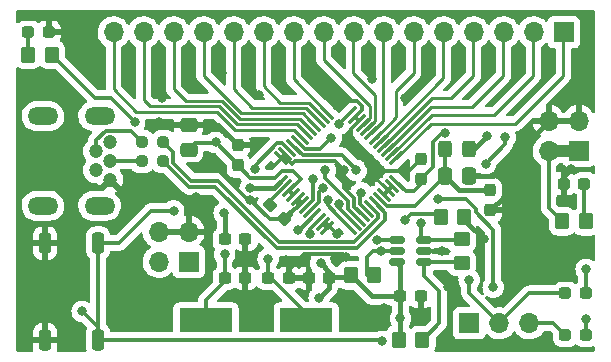
<source format=gbr>
%TF.GenerationSoftware,KiCad,Pcbnew,7.0.5*%
%TF.CreationDate,2023-07-22T19:28:39+09:00*%
%TF.ProjectId,power,706f7765-722e-46b6-9963-61645f706362,rev?*%
%TF.SameCoordinates,Original*%
%TF.FileFunction,Copper,L1,Top*%
%TF.FilePolarity,Positive*%
%FSLAX46Y46*%
G04 Gerber Fmt 4.6, Leading zero omitted, Abs format (unit mm)*
G04 Created by KiCad (PCBNEW 7.0.5) date 2023-07-22 19:28:39*
%MOMM*%
%LPD*%
G01*
G04 APERTURE LIST*
G04 Aperture macros list*
%AMRoundRect*
0 Rectangle with rounded corners*
0 $1 Rounding radius*
0 $2 $3 $4 $5 $6 $7 $8 $9 X,Y pos of 4 corners*
0 Add a 4 corners polygon primitive as box body*
4,1,4,$2,$3,$4,$5,$6,$7,$8,$9,$2,$3,0*
0 Add four circle primitives for the rounded corners*
1,1,$1+$1,$2,$3*
1,1,$1+$1,$4,$5*
1,1,$1+$1,$6,$7*
1,1,$1+$1,$8,$9*
0 Add four rect primitives between the rounded corners*
20,1,$1+$1,$2,$3,$4,$5,0*
20,1,$1+$1,$4,$5,$6,$7,0*
20,1,$1+$1,$6,$7,$8,$9,0*
20,1,$1+$1,$8,$9,$2,$3,0*%
G04 Aperture macros list end*
%TA.AperFunction,SMDPad,CuDef*%
%ADD10RoundRect,0.237500X-0.287500X-0.237500X0.287500X-0.237500X0.287500X0.237500X-0.287500X0.237500X0*%
%TD*%
%TA.AperFunction,SMDPad,CuDef*%
%ADD11RoundRect,0.150000X0.512500X0.150000X-0.512500X0.150000X-0.512500X-0.150000X0.512500X-0.150000X0*%
%TD*%
%TA.AperFunction,SMDPad,CuDef*%
%ADD12RoundRect,0.237500X0.287500X0.237500X-0.287500X0.237500X-0.287500X-0.237500X0.287500X-0.237500X0*%
%TD*%
%TA.AperFunction,SMDPad,CuDef*%
%ADD13RoundRect,0.250000X-0.337500X-0.475000X0.337500X-0.475000X0.337500X0.475000X-0.337500X0.475000X0*%
%TD*%
%TA.AperFunction,SMDPad,CuDef*%
%ADD14RoundRect,0.237500X0.237500X-0.300000X0.237500X0.300000X-0.237500X0.300000X-0.237500X-0.300000X0*%
%TD*%
%TA.AperFunction,ComponentPad*%
%ADD15C,1.200000*%
%TD*%
%TA.AperFunction,ComponentPad*%
%ADD16O,2.600000X1.500000*%
%TD*%
%TA.AperFunction,SMDPad,CuDef*%
%ADD17RoundRect,0.237500X0.300000X0.237500X-0.300000X0.237500X-0.300000X-0.237500X0.300000X-0.237500X0*%
%TD*%
%TA.AperFunction,SMDPad,CuDef*%
%ADD18RoundRect,0.250000X-0.350000X-0.450000X0.350000X-0.450000X0.350000X0.450000X-0.350000X0.450000X0*%
%TD*%
%TA.AperFunction,SMDPad,CuDef*%
%ADD19RoundRect,0.237500X-0.237500X0.300000X-0.237500X-0.300000X0.237500X-0.300000X0.237500X0.300000X0*%
%TD*%
%TA.AperFunction,SMDPad,CuDef*%
%ADD20RoundRect,0.237500X-0.300000X-0.237500X0.300000X-0.237500X0.300000X0.237500X-0.300000X0.237500X0*%
%TD*%
%TA.AperFunction,SMDPad,CuDef*%
%ADD21RoundRect,0.237500X-0.250000X-0.237500X0.250000X-0.237500X0.250000X0.237500X-0.250000X0.237500X0*%
%TD*%
%TA.AperFunction,SMDPad,CuDef*%
%ADD22RoundRect,0.075000X0.521491X-0.415425X-0.415425X0.521491X-0.521491X0.415425X0.415425X-0.521491X0*%
%TD*%
%TA.AperFunction,SMDPad,CuDef*%
%ADD23RoundRect,0.075000X0.521491X0.415425X0.415425X0.521491X-0.521491X-0.415425X-0.415425X-0.521491X0*%
%TD*%
%TA.AperFunction,SMDPad,CuDef*%
%ADD24R,4.500000X2.000000*%
%TD*%
%TA.AperFunction,SMDPad,CuDef*%
%ADD25RoundRect,0.250000X-0.450000X0.350000X-0.450000X-0.350000X0.450000X-0.350000X0.450000X0.350000X0*%
%TD*%
%TA.AperFunction,SMDPad,CuDef*%
%ADD26RoundRect,0.250000X0.250000X-0.650000X0.250000X0.650000X-0.250000X0.650000X-0.250000X-0.650000X0*%
%TD*%
%TA.AperFunction,ComponentPad*%
%ADD27R,1.700000X1.700000*%
%TD*%
%TA.AperFunction,ComponentPad*%
%ADD28O,1.700000X1.700000*%
%TD*%
%TA.AperFunction,SMDPad,CuDef*%
%ADD29RoundRect,0.237500X-0.380070X0.044194X0.044194X-0.380070X0.380070X-0.044194X-0.044194X0.380070X0*%
%TD*%
%TA.AperFunction,SMDPad,CuDef*%
%ADD30RoundRect,0.250000X0.350000X0.450000X-0.350000X0.450000X-0.350000X-0.450000X0.350000X-0.450000X0*%
%TD*%
%TA.AperFunction,SMDPad,CuDef*%
%ADD31RoundRect,0.250000X0.475000X-0.337500X0.475000X0.337500X-0.475000X0.337500X-0.475000X-0.337500X0*%
%TD*%
%TA.AperFunction,SMDPad,CuDef*%
%ADD32RoundRect,0.250000X0.325000X0.450000X-0.325000X0.450000X-0.325000X-0.450000X0.325000X-0.450000X0*%
%TD*%
%TA.AperFunction,ViaPad*%
%ADD33C,0.800000*%
%TD*%
%TA.AperFunction,Conductor*%
%ADD34C,0.300000*%
%TD*%
%TA.AperFunction,Conductor*%
%ADD35C,0.400000*%
%TD*%
%TA.AperFunction,Conductor*%
%ADD36C,1.000000*%
%TD*%
%TA.AperFunction,Conductor*%
%ADD37C,0.250000*%
%TD*%
G04 APERTURE END LIST*
D10*
%TO.P,D103,1,K*%
%TO.N,GND*%
X110377000Y-53340000D03*
%TO.P,D103,2,A*%
%TO.N,Net-(D103-Pad2)*%
X112127000Y-53340000D03*
%TD*%
D11*
%TO.P,U101,1,DO*%
%TO.N,Net-(R103-Pad2)*%
X98546500Y-60005000D03*
%TO.P,U101,2,GND*%
%TO.N,GND*%
X98546500Y-59055000D03*
%TO.P,U101,3,DI*%
%TO.N,Net-(R108-Pad1)*%
X98546500Y-58105000D03*
%TO.P,U101,4,CLK*%
%TO.N,Net-(R109-Pad2)*%
X96271500Y-58105000D03*
%TO.P,U101,5,CS*%
%TO.N,Net-(R104-Pad2)*%
X96271500Y-59055000D03*
%TO.P,U101,6,VCC*%
%TO.N,+3.3V*%
X96271500Y-60005000D03*
%TD*%
D12*
%TO.P,D101,1,K*%
%TO.N,GND*%
X66788000Y-40513000D03*
%TO.P,D101,2,A*%
%TO.N,Net-(D101-Pad2)*%
X65038000Y-40513000D03*
%TD*%
D13*
%TO.P,C120,1*%
%TO.N,/VPLL*%
X100308500Y-52705000D03*
%TO.P,C120,2*%
%TO.N,GND*%
X102383500Y-52705000D03*
%TD*%
D14*
%TO.P,C115,1*%
%TO.N,+3.3V*%
X82804000Y-51789500D03*
%TO.P,C115,2*%
%TO.N,GND*%
X82804000Y-50064500D03*
%TD*%
D15*
%TO.P,J101,1,VBUS*%
%TO.N,Net-(FB101-Pad1)*%
X71976000Y-49795000D03*
%TO.P,J101,2,D-*%
%TO.N,Net-(J101-Pad2)*%
X70776000Y-50595000D03*
%TO.P,J101,3,D+*%
%TO.N,Net-(J101-Pad3)*%
X71976000Y-51395000D03*
%TO.P,J101,4,ID*%
%TO.N,unconnected-(J101-Pad4)*%
X70776000Y-52195000D03*
%TO.P,J101,5,GND*%
%TO.N,GND*%
X71976000Y-52995000D03*
D16*
%TO.P,J101,6,Shield*%
%TO.N,Net-(C104-Pad1)*%
X71076000Y-47595000D03*
X71076000Y-55195000D03*
X66276000Y-55195000D03*
X66276000Y-47595000D03*
%TD*%
D17*
%TO.P,C114,1*%
%TO.N,+3.3V*%
X90524500Y-61341000D03*
%TO.P,C114,2*%
%TO.N,GND*%
X88799500Y-61341000D03*
%TD*%
D18*
%TO.P,R102,1*%
%TO.N,Net-(R102-Pad1)*%
X99965000Y-56134000D03*
%TO.P,R102,2*%
%TO.N,GND*%
X101965000Y-56134000D03*
%TD*%
D19*
%TO.P,C117,1*%
%TO.N,/VPLL*%
X104140000Y-53874500D03*
%TO.P,C117,2*%
%TO.N,GND*%
X104140000Y-55599500D03*
%TD*%
D10*
%TO.P,D102,1,K*%
%TO.N,/ACBUS8*%
X110504000Y-62611000D03*
%TO.P,D102,2,A*%
%TO.N,Net-(D102-Pad2)*%
X112254000Y-62611000D03*
%TD*%
D20*
%TO.P,C102,1*%
%TO.N,+3.3V*%
X96546500Y-62865000D03*
%TO.P,C102,2*%
%TO.N,GND*%
X98271500Y-62865000D03*
%TD*%
D18*
%TO.P,R103,1*%
%TO.N,+3.3V*%
X96409000Y-66548000D03*
%TO.P,R103,2*%
%TO.N,Net-(R103-Pad2)*%
X98409000Y-66548000D03*
%TD*%
D21*
%TO.P,R106,1*%
%TO.N,Net-(J101-Pad3)*%
X74652500Y-51435000D03*
%TO.P,R106,2*%
%TO.N,Net-(R106-Pad2)*%
X76477500Y-51435000D03*
%TD*%
D22*
%TO.P,U102,1,XCSI*%
%TO.N,Net-(C106-Pad1)*%
X92311788Y-57084876D03*
%TO.P,U102,2,XCSO*%
%TO.N,Net-(C108-Pad1)*%
X92665342Y-56731322D03*
%TO.P,U102,3,VPHY*%
%TO.N,/VPHY*%
X93018895Y-56377769D03*
%TO.P,U102,4,AGND*%
%TO.N,GND*%
X93372449Y-56024215D03*
%TO.P,U102,5,REF*%
%TO.N,Net-(R102-Pad1)*%
X93726002Y-55670662D03*
%TO.P,U102,6,DM*%
%TO.N,Net-(R105-Pad2)*%
X94079555Y-55317109D03*
%TO.P,U102,7,DP*%
%TO.N,Net-(R106-Pad2)*%
X94433109Y-54963555D03*
%TO.P,U102,8,VPLL*%
%TO.N,/VPLL*%
X94786662Y-54610002D03*
%TO.P,U102,9,AGND*%
%TO.N,GND*%
X95140215Y-54256449D03*
%TO.P,U102,10,GND*%
X95493769Y-53902895D03*
%TO.P,U102,11,GND*%
X95847322Y-53549342D03*
%TO.P,U102,12,VCCIO*%
%TO.N,+3.3V*%
X96200876Y-53195788D03*
D23*
%TO.P,U102,13,ADBUS0*%
%TO.N,/ADBUS0*%
X96200876Y-51198212D03*
%TO.P,U102,14,ADBUS1*%
%TO.N,/ADBUS1*%
X95847322Y-50844658D03*
%TO.P,U102,15,ADBUS2*%
%TO.N,/ADBUS2*%
X95493769Y-50491105D03*
%TO.P,U102,16,ADBUS3*%
%TO.N,/ADBUS3*%
X95140215Y-50137551D03*
%TO.P,U102,17,ADBUS4*%
%TO.N,/ADBUS4*%
X94786662Y-49783998D03*
%TO.P,U102,18,ADBUS5*%
%TO.N,/ADBUS5*%
X94433109Y-49430445D03*
%TO.P,U102,19,ADBUS6*%
%TO.N,/ADBUS6*%
X94079555Y-49076891D03*
%TO.P,U102,20,ADBUS7*%
%TO.N,/ADBUS7*%
X93726002Y-48723338D03*
%TO.P,U102,21,ACBUS0*%
%TO.N,/ACBUS0*%
X93372449Y-48369785D03*
%TO.P,U102,22,GND*%
%TO.N,GND*%
X93018895Y-48016231D03*
%TO.P,U102,23,GND*%
X92665342Y-47662678D03*
%TO.P,U102,24,VCCIO*%
%TO.N,+3.3V*%
X92311788Y-47309124D03*
D22*
%TO.P,U102,25,ACBUS1*%
%TO.N,/ACBUS1*%
X90314212Y-47309124D03*
%TO.P,U102,26,ACBUS2*%
%TO.N,/ACBUS2*%
X89960658Y-47662678D03*
%TO.P,U102,27,ACBUS3*%
%TO.N,/ACBUS3*%
X89607105Y-48016231D03*
%TO.P,U102,28,ACBUS4*%
%TO.N,/ACBUS4*%
X89253551Y-48369785D03*
%TO.P,U102,29,ACBUS5*%
%TO.N,/ACBUS5*%
X88899998Y-48723338D03*
%TO.P,U102,30,ACBUS6*%
%TO.N,/ACBUS6*%
X88546445Y-49076891D03*
%TO.P,U102,31,ACBUS7*%
%TO.N,/ACBUS7*%
X88192891Y-49430445D03*
%TO.P,U102,32,ACBUS8*%
%TO.N,/ACBUS8*%
X87839338Y-49783998D03*
%TO.P,U102,33,ACBUS9*%
%TO.N,/ACBUS9*%
X87485785Y-50137551D03*
%TO.P,U102,34,~{RESET}*%
%TO.N,/~{RESET}*%
X87132231Y-50491105D03*
%TO.P,U102,35,GND*%
%TO.N,GND*%
X86778678Y-50844658D03*
%TO.P,U102,36,GND*%
X86425124Y-51198212D03*
D23*
%TO.P,U102,37,VCCA*%
%TO.N,Net-(C103-Pad1)*%
X86425124Y-53195788D03*
%TO.P,U102,38,VCCCORE*%
%TO.N,Net-(C101-Pad1)*%
X86778678Y-53549342D03*
%TO.P,U102,39,VCCD*%
%TO.N,+3.3V*%
X87132231Y-53902895D03*
%TO.P,U102,40,VREGIN*%
X87485785Y-54256449D03*
%TO.P,U102,41,AGND*%
%TO.N,GND*%
X87839338Y-54610002D03*
%TO.P,U102,42,TEST*%
X88192891Y-54963555D03*
%TO.P,U102,43,EEDATA*%
%TO.N,Net-(R108-Pad1)*%
X88546445Y-55317109D03*
%TO.P,U102,44,EECLK*%
%TO.N,Net-(R109-Pad2)*%
X88899998Y-55670662D03*
%TO.P,U102,45,EECS*%
%TO.N,Net-(R104-Pad2)*%
X89253551Y-56024215D03*
%TO.P,U102,46,VCCIO*%
%TO.N,+3.3V*%
X89607105Y-56377769D03*
%TO.P,U102,47,GND*%
%TO.N,GND*%
X89960658Y-56731322D03*
%TO.P,U102,48,GND*%
X90314212Y-57084876D03*
%TD*%
D18*
%TO.P,R104,1*%
%TO.N,+3.3V*%
X92345000Y-61087000D03*
%TO.P,R104,2*%
%TO.N,Net-(R104-Pad2)*%
X94345000Y-61087000D03*
%TD*%
D24*
%TO.P,Y101,1,1*%
%TO.N,Net-(C106-Pad1)*%
X80078000Y-64897000D03*
%TO.P,Y101,2,2*%
%TO.N,Net-(C108-Pad1)*%
X88578000Y-64897000D03*
%TD*%
D25*
%TO.P,R108,1*%
%TO.N,Net-(R108-Pad1)*%
X101727000Y-58055000D03*
%TO.P,R108,2*%
%TO.N,Net-(R103-Pad2)*%
X101727000Y-60055000D03*
%TD*%
D14*
%TO.P,C111,1*%
%TO.N,+3.3V*%
X98298000Y-52932500D03*
%TO.P,C111,2*%
%TO.N,GND*%
X98298000Y-51207500D03*
%TD*%
D26*
%TO.P,SW101,A,A*%
%TO.N,/~{RESET}*%
X70957000Y-66559000D03*
%TO.P,SW101,B,B*%
X70957000Y-58359000D03*
%TO.P,SW101,C,C*%
%TO.N,GND*%
X66457000Y-66559000D03*
%TO.P,SW101,D,D*%
X66457000Y-58359000D03*
%TD*%
D20*
%TO.P,C103,1*%
%TO.N,Net-(C103-Pad1)*%
X81687500Y-58039000D03*
%TO.P,C103,2*%
%TO.N,GND*%
X83412500Y-58039000D03*
%TD*%
D27*
%TO.P,J108,1,Pin_1*%
%TO.N,/~{RESET}*%
X102377000Y-65151000D03*
D28*
%TO.P,J108,2,Pin_2*%
%TO.N,/ACBUS8*%
X104917000Y-65151000D03*
%TO.P,J108,3,Pin_3*%
%TO.N,/ACBUS9*%
X107457000Y-65151000D03*
%TD*%
D29*
%TO.P,C101,1*%
%TO.N,Net-(C101-Pad1)*%
X85496120Y-55143120D03*
%TO.P,C101,2*%
%TO.N,GND*%
X86715880Y-56362880D03*
%TD*%
D30*
%TO.P,R107,1*%
%TO.N,Net-(C105-Pad1)*%
X67040000Y-42418000D03*
%TO.P,R107,2*%
%TO.N,Net-(D101-Pad2)*%
X65040000Y-42418000D03*
%TD*%
D21*
%TO.P,R105,1*%
%TO.N,Net-(J101-Pad2)*%
X74652500Y-49784000D03*
%TO.P,R105,2*%
%TO.N,Net-(R105-Pad2)*%
X76477500Y-49784000D03*
%TD*%
D31*
%TO.P,C118,1*%
%TO.N,+3.3V*%
X78613000Y-50440500D03*
%TO.P,C118,2*%
%TO.N,GND*%
X78613000Y-48365500D03*
%TD*%
D10*
%TO.P,D104,1,K*%
%TO.N,/ACBUS9*%
X110504000Y-66167000D03*
%TO.P,D104,2,A*%
%TO.N,Net-(D104-Pad2)*%
X112254000Y-66167000D03*
%TD*%
D20*
%TO.P,C106,1*%
%TO.N,Net-(C106-Pad1)*%
X81687500Y-61341000D03*
%TO.P,C106,2*%
%TO.N,GND*%
X83412500Y-61341000D03*
%TD*%
D18*
%TO.P,R114,1*%
%TO.N,+3.3V*%
X110252000Y-56515000D03*
%TO.P,R114,2*%
%TO.N,Net-(D103-Pad2)*%
X112252000Y-56515000D03*
%TD*%
D32*
%TO.P,FB103,1*%
%TO.N,+3.3V*%
X102371000Y-50419000D03*
%TO.P,FB103,2*%
%TO.N,/VPLL*%
X100321000Y-50419000D03*
%TD*%
D20*
%TO.P,C108,1*%
%TO.N,Net-(C108-Pad1)*%
X85370500Y-61341000D03*
%TO.P,C108,2*%
%TO.N,GND*%
X87095500Y-61341000D03*
%TD*%
D27*
%TO.P,J105,1,Pin_1*%
%TO.N,/ADBUS0*%
X110363000Y-40513000D03*
D28*
%TO.P,J105,2,Pin_2*%
%TO.N,/ADBUS1*%
X107823000Y-40513000D03*
%TO.P,J105,3,Pin_3*%
%TO.N,/ADBUS2*%
X105283000Y-40513000D03*
%TO.P,J105,4,Pin_4*%
%TO.N,/ADBUS3*%
X102743000Y-40513000D03*
%TO.P,J105,5,Pin_5*%
%TO.N,/ADBUS4*%
X100203000Y-40513000D03*
%TO.P,J105,6,Pin_6*%
%TO.N,/ADBUS5*%
X97663000Y-40513000D03*
%TO.P,J105,7,Pin_7*%
%TO.N,/ADBUS6*%
X95123000Y-40513000D03*
%TO.P,J105,8,Pin_8*%
%TO.N,/ADBUS7*%
X92583000Y-40513000D03*
%TO.P,J105,9,Pin_9*%
%TO.N,/ACBUS0*%
X90043000Y-40513000D03*
%TO.P,J105,10,Pin_10*%
%TO.N,/ACBUS1*%
X87503000Y-40513000D03*
%TO.P,J105,11,Pin_11*%
%TO.N,/ACBUS2*%
X84963000Y-40513000D03*
%TO.P,J105,12,Pin_12*%
%TO.N,/ACBUS3*%
X82423000Y-40513000D03*
%TO.P,J105,13,Pin_13*%
%TO.N,/ACBUS4*%
X79883000Y-40513000D03*
%TO.P,J105,14,Pin_14*%
%TO.N,/ACBUS5*%
X77343000Y-40513000D03*
%TO.P,J105,15,Pin_15*%
%TO.N,/ACBUS6*%
X74803000Y-40513000D03*
%TO.P,J105,16,Pin_16*%
%TO.N,/ACBUS7*%
X72263000Y-40513000D03*
%TD*%
D27*
%TO.P,J102,1,Pin_1*%
%TO.N,Net-(C105-Pad1)*%
X78613000Y-59944000D03*
D28*
%TO.P,J102,2,Pin_2*%
%TO.N,GND*%
X78613000Y-57404000D03*
%TO.P,J102,3,Pin_3*%
%TO.N,Net-(C105-Pad1)*%
X76073000Y-59944000D03*
%TO.P,J102,4,Pin_4*%
%TO.N,GND*%
X76073000Y-57404000D03*
%TD*%
D27*
%TO.P,J107,1,Pin_1*%
%TO.N,+3.3V*%
X111633000Y-50546000D03*
D28*
%TO.P,J107,2,Pin_2*%
%TO.N,GND*%
X111633000Y-48006000D03*
%TO.P,J107,3,Pin_3*%
%TO.N,+3.3V*%
X109093000Y-50546000D03*
%TO.P,J107,4,Pin_4*%
%TO.N,GND*%
X109093000Y-48006000D03*
%TD*%
D33*
%TO.N,GND*%
X96901000Y-46101000D03*
X91440000Y-42672000D03*
X64770000Y-60452000D03*
X86233000Y-43942000D03*
X107061000Y-53467000D03*
X92329000Y-62992000D03*
X73279000Y-43942000D03*
X73660000Y-60452000D03*
X107061000Y-57404000D03*
X89408000Y-43942000D03*
X96266000Y-43180000D03*
X112395000Y-43942000D03*
X73660000Y-54864000D03*
X64516000Y-49149000D03*
X73279000Y-64770000D03*
X103632000Y-58039000D03*
X86868000Y-59817000D03*
X106426000Y-43942000D03*
X110998000Y-52070000D03*
X68453000Y-51435000D03*
X79248000Y-54483000D03*
X91948000Y-59563000D03*
X78740000Y-43942000D03*
X84201000Y-64897000D03*
X91186000Y-57551500D03*
X70739000Y-43942000D03*
X66675000Y-64262000D03*
X76200000Y-64770000D03*
X95123000Y-63881000D03*
X91186000Y-46736000D03*
X100584000Y-62103000D03*
X92710000Y-64897000D03*
X112395000Y-39878000D03*
X84582000Y-45847000D03*
X83820000Y-43942000D03*
X81407000Y-43942000D03*
X93853000Y-51689000D03*
X65024000Y-44196000D03*
X98552000Y-64516000D03*
X94152000Y-44450000D03*
X68580000Y-66548000D03*
X76073000Y-48133000D03*
X80518000Y-51562000D03*
X69088000Y-39751000D03*
X110744000Y-60198000D03*
X91804503Y-52197000D03*
X83822081Y-54722584D03*
X76327000Y-46069500D03*
X104013000Y-43942000D03*
X100076000Y-59055000D03*
X107061000Y-60960000D03*
X101600000Y-43180000D03*
X64643000Y-53340000D03*
X108966000Y-43942000D03*
X76073000Y-43942000D03*
%TO.N,+3.3V*%
X89662000Y-62992000D03*
X96546500Y-64743500D03*
X89782750Y-60077250D03*
X88845070Y-57551500D03*
X91313000Y-48307912D03*
X100330000Y-49022000D03*
X103886000Y-49276000D03*
X80893500Y-49845000D03*
%TO.N,Net-(C106-Pad1)*%
X81661000Y-59309000D03*
X90403500Y-54706235D03*
%TO.N,Net-(D102-Pad2)*%
X112268000Y-60579000D03*
%TO.N,Net-(C103-Pad1)*%
X81624000Y-55790000D03*
X83820000Y-53721000D03*
%TO.N,Net-(C105-Pad1)*%
X74041000Y-48133000D03*
%TO.N,Net-(C108-Pad1)*%
X91365849Y-55079689D03*
X85344000Y-59690000D03*
%TO.N,/~{RESET}*%
X77343000Y-55626000D03*
X94996000Y-66675000D03*
X69596000Y-64135000D03*
X84201000Y-52070000D03*
%TO.N,/VPHY*%
X90170000Y-52209500D03*
%TO.N,/ACBUS8*%
X90678000Y-49451500D03*
X102362000Y-61468000D03*
X103759000Y-51650500D03*
X105410000Y-49403000D03*
%TO.N,/ACBUS9*%
X99716977Y-54631977D03*
X92803925Y-52209500D03*
X104401500Y-62095500D03*
%TO.N,Net-(D104-Pad2)*%
X112268000Y-64770000D03*
%TO.N,Net-(R102-Pad1)*%
X96901000Y-56388000D03*
X93223594Y-54103679D03*
%TO.N,Net-(R104-Pad2)*%
X94919132Y-59064856D03*
X87884000Y-57277000D03*
%TO.N,Net-(R108-Pad1)*%
X89154000Y-52959000D03*
X98298000Y-56642000D03*
%TO.N,Net-(R109-Pad2)*%
X89985636Y-53708500D03*
X94575340Y-58126340D03*
%TD*%
D34*
%TO.N,Net-(C101-Pad1)*%
X86778678Y-53549342D02*
X85496120Y-54831900D01*
X85496120Y-54831900D02*
X85496120Y-55143120D01*
%TO.N,GND*%
X85462377Y-56362880D02*
X86715880Y-56362880D01*
X87376000Y-51689000D02*
X86778678Y-51091678D01*
D35*
X104140000Y-55599500D02*
X105283000Y-54456500D01*
X110377000Y-52691000D02*
X110998000Y-52070000D01*
D34*
X92895620Y-46355000D02*
X91567000Y-46355000D01*
X86778678Y-51091678D02*
X86778678Y-50844658D01*
X87630000Y-51435000D02*
X87376000Y-51689000D01*
D35*
X105473500Y-51625500D02*
X109088000Y-48011000D01*
D34*
X93018895Y-48016231D02*
X92329000Y-48706126D01*
X88192891Y-54963555D02*
X87839338Y-54610002D01*
X83822081Y-54722584D02*
X85462377Y-56362880D01*
X83822081Y-54722584D02*
X83678584Y-54722584D01*
X98546500Y-59055000D02*
X100076000Y-59055000D01*
X93258279Y-47069739D02*
X93258279Y-46717659D01*
D35*
X101965000Y-56372000D02*
X103632000Y-58039000D01*
X76305500Y-48365500D02*
X76073000Y-48133000D01*
D34*
X91804503Y-52197000D02*
X91042503Y-51435000D01*
X91948000Y-59563000D02*
X91712250Y-59327250D01*
D35*
X110377000Y-53340000D02*
X110377000Y-52691000D01*
D34*
X92329000Y-50165000D02*
X93853000Y-51689000D01*
D35*
X81105000Y-48365500D02*
X82804000Y-50064500D01*
D34*
X87095500Y-60605500D02*
X87095500Y-61341000D01*
X92665342Y-47662678D02*
X93018895Y-48016231D01*
X88373750Y-59327250D02*
X87095500Y-60605500D01*
X92329000Y-48706126D02*
X92329000Y-50165000D01*
X91042503Y-51435000D02*
X87630000Y-51435000D01*
X89960658Y-56731322D02*
X90365822Y-56731322D01*
D35*
X102383500Y-52705000D02*
X104394000Y-52705000D01*
D34*
X93258279Y-46717659D02*
X92895620Y-46355000D01*
D35*
X78613000Y-48365500D02*
X76305500Y-48365500D01*
D34*
X87921676Y-54692340D02*
X88192891Y-54963555D01*
X86778678Y-50844658D02*
X86425124Y-51198212D01*
X91567000Y-46355000D02*
X91186000Y-46736000D01*
D35*
X105283000Y-54456500D02*
X105283000Y-51816000D01*
D34*
X90365822Y-56731322D02*
X91186000Y-57551500D01*
X87839338Y-55239422D02*
X86715880Y-56362880D01*
X92665342Y-47662678D02*
X93258279Y-47069739D01*
X98298000Y-51207500D02*
X97256203Y-52249297D01*
X95140215Y-54256449D02*
X95847322Y-53549342D01*
D35*
X101965000Y-56134000D02*
X101965000Y-56372000D01*
D34*
X93372449Y-56024215D02*
X92633064Y-55284830D01*
X87839338Y-54610002D02*
X87839338Y-55239422D01*
X91804503Y-53736664D02*
X92633064Y-54565225D01*
X83678584Y-54722584D02*
X80518000Y-51562000D01*
D35*
X104394000Y-52705000D02*
X105473500Y-51625500D01*
X78613000Y-48365500D02*
X81105000Y-48365500D01*
D34*
X91712250Y-59327250D02*
X88373750Y-59327250D01*
X94413297Y-52249297D02*
X93853000Y-51689000D01*
X91804503Y-52197000D02*
X91804503Y-53736664D01*
X92633064Y-55284830D02*
X92633064Y-54565225D01*
D35*
X105283000Y-51816000D02*
X105473500Y-51625500D01*
D34*
X97256203Y-52249297D02*
X94413297Y-52249297D01*
%TO.N,+3.3V*%
X91313000Y-48307912D02*
X92311788Y-47309124D01*
D35*
X89782750Y-60077250D02*
X90524500Y-60819000D01*
X102743000Y-50419000D02*
X102371000Y-50419000D01*
D34*
X97663000Y-53975000D02*
X98298000Y-53340000D01*
D35*
X96546500Y-64743500D02*
X96546500Y-66410500D01*
D34*
X99314000Y-49802472D02*
X99314000Y-51916500D01*
D35*
X96546500Y-62865000D02*
X96546500Y-60280000D01*
X90651500Y-61214000D02*
X90524500Y-61341000D01*
D34*
X80827500Y-49911000D02*
X79142500Y-49911000D01*
X87132231Y-53902895D02*
X87194105Y-53902895D01*
D35*
X90524500Y-60819000D02*
X90524500Y-61341000D01*
D34*
X99314000Y-51916500D02*
X98298000Y-52932500D01*
X96200876Y-53195788D02*
X96980088Y-53975000D01*
D36*
X111628000Y-50551000D02*
X109088000Y-50551000D01*
D34*
X83846500Y-52832000D02*
X82804000Y-51789500D01*
X80893500Y-49845000D02*
X80827500Y-49911000D01*
X86523087Y-52249297D02*
X85940384Y-52832000D01*
X79142500Y-49911000D02*
X78613000Y-50440500D01*
X110252000Y-56515000D02*
X109088000Y-55351000D01*
X88845070Y-57139804D02*
X88845070Y-57551500D01*
D36*
X111633000Y-50546000D02*
X111628000Y-50551000D01*
D34*
X82804000Y-51755500D02*
X80893500Y-49845000D01*
X98298000Y-53340000D02*
X98298000Y-52932500D01*
D35*
X90524500Y-61341000D02*
X90524500Y-62129500D01*
D34*
X88138000Y-52959000D02*
X87428297Y-52249297D01*
X100094472Y-49022000D02*
X99314000Y-49802472D01*
D35*
X92218000Y-61214000D02*
X90651500Y-61214000D01*
D34*
X87428297Y-52249297D02*
X86523087Y-52249297D01*
X85940384Y-52832000D02*
X83846500Y-52832000D01*
D35*
X96546500Y-64743500D02*
X96546500Y-62865000D01*
D34*
X87194105Y-53902895D02*
X88138000Y-52959000D01*
D35*
X103886000Y-49276000D02*
X102743000Y-50419000D01*
D34*
X100330000Y-49022000D02*
X100094472Y-49022000D01*
D35*
X96546500Y-66537500D02*
X96536000Y-66548000D01*
D34*
X82804000Y-51789500D02*
X82804000Y-51755500D01*
X96980088Y-53975000D02*
X97663000Y-53975000D01*
D35*
X90524500Y-62129500D02*
X89662000Y-62992000D01*
X96546500Y-66410500D02*
X96409000Y-66548000D01*
X94123000Y-62865000D02*
X96546500Y-62865000D01*
D34*
X109088000Y-55351000D02*
X109088000Y-50551000D01*
D35*
X96546500Y-60280000D02*
X96271500Y-60005000D01*
X92345000Y-61087000D02*
X92218000Y-61214000D01*
X92345000Y-61087000D02*
X94123000Y-62865000D01*
D34*
X87485785Y-54256449D02*
X87132231Y-53902895D01*
X89607105Y-56377769D02*
X88845070Y-57139804D01*
%TO.N,Net-(C106-Pad1)*%
X90403500Y-54706235D02*
X90403500Y-55177295D01*
X91087429Y-55861224D02*
X91088137Y-55861224D01*
X81687500Y-61341000D02*
X81687500Y-61600000D01*
X81661000Y-59309000D02*
X81661000Y-61314500D01*
X80078000Y-63209500D02*
X80078000Y-64897000D01*
X81661000Y-61314500D02*
X81687500Y-61341000D01*
X81687500Y-61600000D02*
X80078000Y-63209500D01*
X91088137Y-55861224D02*
X92311788Y-57084876D01*
X90403500Y-55177295D02*
X91087429Y-55861224D01*
%TO.N,Net-(D101-Pad2)*%
X65040000Y-40515000D02*
X65038000Y-40513000D01*
X65040000Y-42418000D02*
X65040000Y-40515000D01*
%TO.N,Net-(D102-Pad2)*%
X112254000Y-62611000D02*
X112254000Y-60593000D01*
X112254000Y-60593000D02*
X112268000Y-60579000D01*
%TO.N,Net-(J101-Pad3)*%
X71976000Y-51395000D02*
X74612500Y-51395000D01*
X74612500Y-51395000D02*
X74652500Y-51435000D01*
%TO.N,Net-(J101-Pad2)*%
X73713500Y-48845000D02*
X74652500Y-49784000D01*
X70776000Y-50595000D02*
X70776000Y-49651497D01*
X71582497Y-48845000D02*
X73713500Y-48845000D01*
X70776000Y-49651497D02*
X71582497Y-48845000D01*
%TO.N,Net-(R103-Pad2)*%
X101677000Y-60005000D02*
X101727000Y-60055000D01*
X98546500Y-60005000D02*
X101677000Y-60005000D01*
X98546500Y-60005000D02*
X98546500Y-61126161D01*
X98425000Y-66548000D02*
X98409000Y-66548000D01*
X98546500Y-61126161D02*
X99822000Y-62401661D01*
X99822000Y-65151000D02*
X98425000Y-66548000D01*
X99822000Y-62401661D02*
X99822000Y-65151000D01*
D35*
%TO.N,Net-(C103-Pad1)*%
X85829202Y-53721000D02*
X86354414Y-53195788D01*
X81624000Y-55790000D02*
X81687500Y-55853500D01*
X81687500Y-55853500D02*
X81687500Y-58039000D01*
X83820000Y-53721000D02*
X85829202Y-53721000D01*
D34*
%TO.N,Net-(C105-Pad1)*%
X72009000Y-46101000D02*
X74041000Y-48133000D01*
X70723000Y-46101000D02*
X72009000Y-46101000D01*
X67040000Y-42418000D02*
X70723000Y-46101000D01*
%TO.N,Net-(C108-Pad1)*%
X88578000Y-64294500D02*
X88578000Y-64897000D01*
X85344000Y-61314500D02*
X85370500Y-61341000D01*
X91365849Y-55079689D02*
X91365849Y-55431829D01*
X85370500Y-61341000D02*
X85624500Y-61341000D01*
X85344000Y-59690000D02*
X85344000Y-61314500D01*
X85624500Y-61341000D02*
X88578000Y-64294500D01*
X91365849Y-55431829D02*
X92665342Y-56731322D01*
%TO.N,/~{RESET}*%
X70957000Y-58359000D02*
X70957000Y-66559000D01*
X77343000Y-55626000D02*
X75438000Y-55626000D01*
X86539293Y-49898167D02*
X87132231Y-50491105D01*
X70957000Y-65496000D02*
X69596000Y-64135000D01*
X86118833Y-49898167D02*
X86539293Y-49898167D01*
X94880000Y-66559000D02*
X94996000Y-66675000D01*
X84201000Y-52070000D02*
X84201000Y-51816000D01*
X70957000Y-66559000D02*
X70957000Y-65496000D01*
X70957000Y-66559000D02*
X94880000Y-66559000D01*
X75438000Y-55626000D02*
X72705000Y-58359000D01*
X84201000Y-51816000D02*
X86118833Y-49898167D01*
X72705000Y-58359000D02*
X70957000Y-58359000D01*
%TO.N,/VPHY*%
X90170000Y-52209500D02*
X90170000Y-52809268D01*
X92133064Y-55491938D02*
X93018895Y-56377769D01*
X90170000Y-52809268D02*
X92133064Y-54772332D01*
X92133064Y-54772332D02*
X92133064Y-55491938D01*
%TO.N,/VPLL*%
X95379600Y-55202940D02*
X97810560Y-55202940D01*
X100321000Y-52692500D02*
X100308500Y-52705000D01*
X100321000Y-50419000D02*
X100321000Y-52692500D01*
D35*
X104140000Y-53874500D02*
X101478000Y-53874500D01*
X101478000Y-53874500D02*
X100308500Y-52705000D01*
D34*
X97810560Y-55202940D02*
X100308500Y-52705000D01*
X94786662Y-54610002D02*
X95379600Y-55202940D01*
%TO.N,/ACBUS8*%
X105410000Y-49999500D02*
X103759000Y-51650500D01*
X110504000Y-62611000D02*
X107457000Y-62611000D01*
X102362000Y-62596000D02*
X104917000Y-65151000D01*
X89710500Y-50419000D02*
X88474340Y-50419000D01*
X107457000Y-62611000D02*
X104917000Y-65151000D01*
X90678000Y-49451500D02*
X89710500Y-50419000D01*
X88474340Y-50419000D02*
X87839338Y-49783998D01*
X105410000Y-49403000D02*
X105410000Y-49999500D01*
X102362000Y-61468000D02*
X102362000Y-62596000D01*
%TO.N,Net-(D103-Pad2)*%
X112127000Y-53340000D02*
X112127000Y-56390000D01*
X112127000Y-56390000D02*
X112252000Y-56515000D01*
%TO.N,/ACBUS9*%
X104401500Y-62095500D02*
X104394000Y-62088000D01*
X102111505Y-54631977D02*
X99716977Y-54631977D01*
X102915000Y-55435472D02*
X102111505Y-54631977D01*
X91595165Y-50927000D02*
X88275234Y-50927000D01*
X92803925Y-52135760D02*
X91595165Y-50927000D01*
X104394000Y-57221850D02*
X102915000Y-55742850D01*
X92803925Y-52209500D02*
X92803925Y-52135760D01*
X109488000Y-65151000D02*
X107457000Y-65151000D01*
X102915000Y-55742850D02*
X102915000Y-55435472D01*
X104394000Y-62088000D02*
X104394000Y-57221850D01*
X110504000Y-66167000D02*
X109488000Y-65151000D01*
X88275234Y-50927000D02*
X87485785Y-50137551D01*
%TO.N,Net-(D104-Pad2)*%
X112254000Y-66167000D02*
X112254000Y-64784000D01*
X112254000Y-64784000D02*
X112268000Y-64770000D01*
D37*
%TO.N,/ADBUS0*%
X110348000Y-44196000D02*
X110348000Y-40528000D01*
X106284000Y-48260000D02*
X110348000Y-44196000D01*
X110348000Y-40528000D02*
X110363000Y-40513000D01*
X96200876Y-51198212D02*
X99139088Y-48260000D01*
X99139088Y-48260000D02*
X106284000Y-48260000D01*
%TO.N,/ADBUS1*%
X99193980Y-47498000D02*
X104506000Y-47498000D01*
X107808000Y-40528000D02*
X107823000Y-40513000D01*
X107808000Y-44196000D02*
X107808000Y-40528000D01*
X104506000Y-47498000D02*
X107808000Y-44196000D01*
X95847322Y-50844658D02*
X99193980Y-47498000D01*
%TO.N,/ADBUS2*%
X99121874Y-46863000D02*
X102601000Y-46863000D01*
X102601000Y-46863000D02*
X105268000Y-44196000D01*
X95493769Y-50491105D02*
X99121874Y-46863000D01*
X105268000Y-44196000D02*
X105268000Y-40528000D01*
X105268000Y-40528000D02*
X105283000Y-40513000D01*
%TO.N,/ADBUS3*%
X99176766Y-46101000D02*
X100838000Y-46101000D01*
X102728000Y-40528000D02*
X102743000Y-40513000D01*
X102728000Y-44211000D02*
X102728000Y-44196000D01*
X102728000Y-44196000D02*
X102728000Y-40528000D01*
X100838000Y-46101000D02*
X102728000Y-44211000D01*
X95140215Y-50137551D02*
X99176766Y-46101000D01*
%TO.N,/ADBUS4*%
X94786662Y-49783998D02*
X100188000Y-44382660D01*
X100188000Y-40528000D02*
X100203000Y-40513000D01*
X100188000Y-44196000D02*
X100188000Y-40528000D01*
X100188000Y-44382660D02*
X100188000Y-44196000D01*
%TO.N,/ADBUS5*%
X96139000Y-47724554D02*
X96139000Y-45466000D01*
X96139000Y-45466000D02*
X97663000Y-43942000D01*
X97663000Y-43942000D02*
X97663000Y-40513000D01*
X94433109Y-49430445D02*
X96139000Y-47724554D01*
%TO.N,/ADBUS6*%
X95108000Y-48048446D02*
X95108000Y-44196000D01*
X95108000Y-40528000D02*
X95123000Y-40513000D01*
X94079555Y-49076891D02*
X95108000Y-48048446D01*
X95108000Y-44196000D02*
X95108000Y-40528000D01*
%TO.N,/ADBUS7*%
X92568000Y-43927000D02*
X92568000Y-40528000D01*
X92568000Y-40528000D02*
X92583000Y-40513000D01*
X94430000Y-48019340D02*
X94430000Y-45789000D01*
X93726002Y-48723338D02*
X94430000Y-48019340D01*
X94430000Y-45789000D02*
X92568000Y-43927000D01*
%TO.N,/ACBUS0*%
X93980000Y-47762234D02*
X93980000Y-46767629D01*
X93372449Y-48369785D02*
X93980000Y-47762234D01*
X90043000Y-42830629D02*
X90043000Y-40513000D01*
X93980000Y-46767629D02*
X90043000Y-42830629D01*
%TO.N,/ACBUS1*%
X90314212Y-47309124D02*
X87503000Y-44497912D01*
X87503000Y-44497912D02*
X87503000Y-40513000D01*
%TO.N,/ACBUS2*%
X88768980Y-46471000D02*
X86349000Y-46471000D01*
X86349000Y-46471000D02*
X84963000Y-45085000D01*
X84963000Y-45085000D02*
X84963000Y-40513000D01*
X89960658Y-47662678D02*
X88768980Y-46471000D01*
%TO.N,/ACBUS3*%
X89607105Y-48016231D02*
X88511874Y-46921000D01*
X84005000Y-46921000D02*
X82423000Y-45339000D01*
X88511874Y-46921000D02*
X84005000Y-46921000D01*
X82423000Y-45339000D02*
X82423000Y-40513000D01*
%TO.N,/ACBUS4*%
X79883000Y-44191812D02*
X79883000Y-40513000D01*
X89253551Y-48369785D02*
X88254766Y-47371000D01*
X88254766Y-47371000D02*
X83062188Y-47371000D01*
X83062188Y-47371000D02*
X79883000Y-44191812D01*
%TO.N,/ACBUS5*%
X77343000Y-45339000D02*
X77343000Y-40513000D01*
X81398792Y-46344000D02*
X78348000Y-46344000D01*
X88899998Y-48723338D02*
X88044660Y-47868000D01*
X82922792Y-47868000D02*
X81398792Y-46344000D01*
X88044660Y-47868000D02*
X82922792Y-47868000D01*
X78348000Y-46344000D02*
X77343000Y-45339000D01*
%TO.N,/ACBUS6*%
X88546445Y-49076891D02*
X87787554Y-48318000D01*
X81212396Y-46794000D02*
X75369000Y-46794000D01*
X75369000Y-46794000D02*
X74803000Y-46228000D01*
X87787554Y-48318000D02*
X82736396Y-48318000D01*
X74803000Y-46228000D02*
X74803000Y-40513000D01*
X82736396Y-48318000D02*
X81212396Y-46794000D01*
%TO.N,/ACBUS7*%
X74168000Y-47244000D02*
X72263000Y-45339000D01*
X82550000Y-48768000D02*
X81026000Y-47244000D01*
X72263000Y-45339000D02*
X72263000Y-40513000D01*
X81026000Y-47244000D02*
X74168000Y-47244000D01*
X87530446Y-48768000D02*
X82550000Y-48768000D01*
X88192891Y-49430445D02*
X87530446Y-48768000D01*
D34*
%TO.N,Net-(R102-Pad1)*%
X97397000Y-55892000D02*
X99723000Y-55892000D01*
X93223594Y-54103679D02*
X93133064Y-54194209D01*
X96901000Y-56388000D02*
X97397000Y-55892000D01*
X93133064Y-54194209D02*
X93133064Y-55077724D01*
X93133064Y-55077724D02*
X93726002Y-55670662D01*
X99723000Y-55892000D02*
X99965000Y-56134000D01*
%TO.N,Net-(R104-Pad2)*%
X96261644Y-59064856D02*
X96271500Y-59055000D01*
X94919132Y-59064856D02*
X96261644Y-59064856D01*
X93710000Y-59579000D02*
X93710000Y-61087000D01*
X94224144Y-59064856D02*
X93710000Y-59579000D01*
X87884000Y-57277000D02*
X88000766Y-57277000D01*
X94919132Y-59064856D02*
X94224144Y-59064856D01*
X88000766Y-57277000D02*
X89253551Y-56024215D01*
%TO.N,Net-(R105-Pad2)*%
X78843606Y-53094000D02*
X81057501Y-53094000D01*
X94672493Y-56262127D02*
X94672493Y-55910047D01*
X77315000Y-51565394D02*
X78843606Y-53094000D01*
X77315000Y-50621500D02*
X77315000Y-51565394D01*
X92633620Y-58301000D02*
X94672493Y-56262127D01*
X76477500Y-49784000D02*
X77315000Y-50621500D01*
X86264500Y-58301000D02*
X92633620Y-58301000D01*
X81057501Y-53094000D02*
X86264500Y-58301000D01*
X94672493Y-55910047D02*
X94079555Y-55317109D01*
%TO.N,Net-(R106-Pad2)*%
X95250000Y-55780446D02*
X94433109Y-54963555D01*
X86057394Y-58801000D02*
X92840727Y-58801000D01*
X95250000Y-56391726D02*
X95250000Y-55780446D01*
X80850394Y-53594000D02*
X86057394Y-58801000D01*
X92840727Y-58801000D02*
X95250000Y-56391726D01*
X76477500Y-51435000D02*
X78636500Y-53594000D01*
X78636500Y-53594000D02*
X80850394Y-53594000D01*
%TO.N,Net-(R108-Pad1)*%
X101677000Y-58105000D02*
X101727000Y-58055000D01*
X98298000Y-56642000D02*
X98298000Y-57856500D01*
X89154000Y-52959000D02*
X89154000Y-54709554D01*
X89154000Y-54709554D02*
X88546445Y-55317109D01*
X98298000Y-57856500D02*
X98546500Y-58105000D01*
X98546500Y-58105000D02*
X101677000Y-58105000D01*
%TO.N,Net-(R109-Pad2)*%
X96271500Y-58105000D02*
X94596680Y-58105000D01*
X89654000Y-54040136D02*
X89654000Y-54916661D01*
X89654000Y-54916661D02*
X88899998Y-55670662D01*
X94596680Y-58105000D02*
X94575340Y-58126340D01*
X89985636Y-53708500D02*
X89654000Y-54040136D01*
%TD*%
%TA.AperFunction,Conductor*%
%TO.N,GND*%
G36*
X66083886Y-43350815D02*
G01*
X66128976Y-43379736D01*
X66216697Y-43467305D01*
X66222927Y-43471145D01*
X66222928Y-43471146D01*
X66360090Y-43555694D01*
X66367262Y-43560115D01*
X66409224Y-43574033D01*
X66528611Y-43613632D01*
X66528613Y-43613632D01*
X66535139Y-43615797D01*
X66541975Y-43616497D01*
X66541978Y-43616498D01*
X66585031Y-43620909D01*
X66639600Y-43626500D01*
X67265050Y-43626500D01*
X67333171Y-43646502D01*
X67354145Y-43663405D01*
X69970216Y-46279476D01*
X70004242Y-46341788D01*
X69999177Y-46412603D01*
X69956630Y-46469439D01*
X69935368Y-46482296D01*
X69882782Y-46507378D01*
X69700346Y-46638471D01*
X69544008Y-46799799D01*
X69418710Y-46986262D01*
X69328412Y-47191967D01*
X69327103Y-47197418D01*
X69327102Y-47197422D01*
X69277278Y-47404954D01*
X69275968Y-47410411D01*
X69263037Y-47634690D01*
X69290025Y-47857715D01*
X69356082Y-48072435D01*
X69358652Y-48077415D01*
X69358654Y-48077419D01*
X69452891Y-48260000D01*
X69459118Y-48272064D01*
X69595877Y-48450292D01*
X69762036Y-48601485D01*
X69766783Y-48604463D01*
X69766786Y-48604465D01*
X69895229Y-48685036D01*
X69952344Y-48720864D01*
X70141003Y-48796705D01*
X70153470Y-48801716D01*
X70160783Y-48804656D01*
X70371851Y-48848367D01*
X70434499Y-48881766D01*
X70469146Y-48943735D01*
X70464789Y-49014598D01*
X70435394Y-49060843D01*
X70368395Y-49127842D01*
X70359615Y-49135832D01*
X70359613Y-49135834D01*
X70352920Y-49140081D01*
X70347494Y-49145859D01*
X70347493Y-49145860D01*
X70304396Y-49191754D01*
X70301641Y-49194596D01*
X70281073Y-49215164D01*
X70278442Y-49218556D01*
X70278356Y-49218667D01*
X70270648Y-49227692D01*
X70239028Y-49261364D01*
X70235207Y-49268315D01*
X70235206Y-49268316D01*
X70228697Y-49280155D01*
X70217843Y-49296679D01*
X70210018Y-49306768D01*
X70204696Y-49313629D01*
X70201549Y-49320901D01*
X70201548Y-49320903D01*
X70186346Y-49356032D01*
X70181124Y-49366692D01*
X70168846Y-49389026D01*
X70158876Y-49407160D01*
X70153541Y-49427938D01*
X70147142Y-49446628D01*
X70138620Y-49466321D01*
X70133388Y-49499354D01*
X70131394Y-49511945D01*
X70128987Y-49523568D01*
X70123374Y-49545432D01*
X70117500Y-49568309D01*
X70117500Y-49589756D01*
X70115949Y-49609466D01*
X70112594Y-49630649D01*
X70113340Y-49638541D01*
X70113091Y-49646464D01*
X70110136Y-49646371D01*
X70099294Y-49702381D01*
X70070426Y-49739285D01*
X69968478Y-49828690D01*
X69964911Y-49833215D01*
X69964906Y-49833220D01*
X69927400Y-49880797D01*
X69842351Y-49988681D01*
X69839662Y-49993792D01*
X69839660Y-49993795D01*
X69800721Y-50067806D01*
X69747492Y-50168978D01*
X69707275Y-50298498D01*
X69689515Y-50355696D01*
X69687078Y-50363543D01*
X69663132Y-50565859D01*
X69676457Y-50769151D01*
X69726605Y-50966610D01*
X69811898Y-51151624D01*
X69928964Y-51317268D01*
X69929479Y-51317997D01*
X69929336Y-51318098D01*
X69957346Y-51380613D01*
X69946738Y-51450813D01*
X69931453Y-51475655D01*
X69842351Y-51588681D01*
X69839662Y-51593792D01*
X69839660Y-51593795D01*
X69798222Y-51672556D01*
X69747492Y-51768978D01*
X69687078Y-51963543D01*
X69663132Y-52165859D01*
X69676457Y-52369151D01*
X69726605Y-52566610D01*
X69811898Y-52751624D01*
X69929479Y-52917997D01*
X70075410Y-53060157D01*
X70080206Y-53063362D01*
X70080209Y-53063364D01*
X70156286Y-53114197D01*
X70244803Y-53173342D01*
X70250106Y-53175620D01*
X70250109Y-53175622D01*
X70422442Y-53249662D01*
X70431987Y-53253763D01*
X70504817Y-53270243D01*
X70625055Y-53297450D01*
X70625060Y-53297451D01*
X70630692Y-53298725D01*
X70636463Y-53298952D01*
X70636465Y-53298952D01*
X70799739Y-53305367D01*
X70823599Y-53306304D01*
X70890882Y-53328965D01*
X70933078Y-53379456D01*
X71009916Y-53546130D01*
X71015664Y-53556086D01*
X71021788Y-53564751D01*
X71032377Y-53573140D01*
X71045676Y-53566113D01*
X71886905Y-52724885D01*
X71949217Y-52690860D01*
X72020033Y-52695925D01*
X72065095Y-52724885D01*
X72906239Y-53566028D01*
X72918614Y-53572785D01*
X72925194Y-53567859D01*
X72989726Y-53452628D01*
X72994400Y-53442131D01*
X73056144Y-53260240D01*
X73058832Y-53249045D01*
X73086689Y-53056911D01*
X73087319Y-53049528D01*
X73088650Y-52998704D01*
X73088407Y-52991305D01*
X73070643Y-52797975D01*
X73068545Y-52786654D01*
X73016408Y-52601791D01*
X73012283Y-52591044D01*
X72927328Y-52418772D01*
X72921318Y-52408964D01*
X72816710Y-52268878D01*
X72791978Y-52202329D01*
X72807152Y-52132972D01*
X72820792Y-52112922D01*
X72832428Y-52098932D01*
X72891363Y-52059348D01*
X72929302Y-52053500D01*
X73690753Y-52053500D01*
X73758874Y-52073502D01*
X73797897Y-52113196D01*
X73813884Y-52139031D01*
X73819066Y-52144204D01*
X73931816Y-52256758D01*
X73931821Y-52256762D01*
X73936997Y-52261929D01*
X73943227Y-52265769D01*
X73943228Y-52265770D01*
X74046400Y-52329366D01*
X74085080Y-52353209D01*
X74250191Y-52407974D01*
X74257027Y-52408674D01*
X74257030Y-52408675D01*
X74308526Y-52413951D01*
X74352928Y-52418500D01*
X74952072Y-52418500D01*
X74955318Y-52418163D01*
X74955322Y-52418163D01*
X75049235Y-52408419D01*
X75049239Y-52408418D01*
X75056093Y-52407707D01*
X75062629Y-52405526D01*
X75062631Y-52405526D01*
X75209579Y-52356500D01*
X75221107Y-52352654D01*
X75369031Y-52261116D01*
X75406299Y-52223783D01*
X75475747Y-52154214D01*
X75538030Y-52120135D01*
X75608850Y-52125138D01*
X75653937Y-52154059D01*
X75756812Y-52256754D01*
X75756817Y-52256758D01*
X75761997Y-52261929D01*
X75768227Y-52265769D01*
X75768228Y-52265770D01*
X75871400Y-52329366D01*
X75910080Y-52353209D01*
X76075191Y-52407974D01*
X76082027Y-52408674D01*
X76082030Y-52408675D01*
X76133526Y-52413951D01*
X76177928Y-52418500D01*
X76477550Y-52418500D01*
X76545671Y-52438502D01*
X76566645Y-52455405D01*
X78112845Y-54001605D01*
X78120835Y-54010385D01*
X78125084Y-54017080D01*
X78130862Y-54022506D01*
X78130863Y-54022507D01*
X78176757Y-54065604D01*
X78179599Y-54068359D01*
X78200167Y-54088927D01*
X78203670Y-54091644D01*
X78212695Y-54099352D01*
X78246367Y-54130972D01*
X78253318Y-54134793D01*
X78253319Y-54134794D01*
X78265158Y-54141303D01*
X78281682Y-54152157D01*
X78291771Y-54159982D01*
X78298632Y-54165304D01*
X78305904Y-54168451D01*
X78305906Y-54168452D01*
X78341035Y-54183654D01*
X78351695Y-54188876D01*
X78363506Y-54195369D01*
X78392163Y-54211124D01*
X78412941Y-54216459D01*
X78431631Y-54222858D01*
X78451324Y-54231380D01*
X78495096Y-54238313D01*
X78496948Y-54238606D01*
X78508571Y-54241013D01*
X78536572Y-54248202D01*
X78553312Y-54252500D01*
X78574759Y-54252500D01*
X78594469Y-54254051D01*
X78615652Y-54257406D01*
X78661641Y-54253059D01*
X78673496Y-54252500D01*
X80525444Y-54252500D01*
X80593565Y-54272502D01*
X80614539Y-54289405D01*
X81153730Y-54828596D01*
X81187756Y-54890908D01*
X81182691Y-54961723D01*
X81138697Y-55019625D01*
X81067276Y-55071516D01*
X81035265Y-55094774D01*
X81012747Y-55111134D01*
X81008326Y-55116044D01*
X81008325Y-55116045D01*
X80897467Y-55239166D01*
X80884960Y-55253056D01*
X80834171Y-55341025D01*
X80813560Y-55376725D01*
X80789473Y-55418444D01*
X80730458Y-55600072D01*
X80729768Y-55606633D01*
X80729768Y-55606635D01*
X80722082Y-55679763D01*
X80710496Y-55790000D01*
X80711186Y-55796565D01*
X80728459Y-55960904D01*
X80730458Y-55979928D01*
X80789473Y-56161556D01*
X80792776Y-56167278D01*
X80792777Y-56167279D01*
X80812526Y-56201485D01*
X80884960Y-56326944D01*
X80946637Y-56395443D01*
X80977353Y-56459449D01*
X80979000Y-56479752D01*
X80979000Y-57107060D01*
X80958998Y-57175181D01*
X80931264Y-57205806D01*
X80927194Y-57209032D01*
X80920969Y-57212884D01*
X80915798Y-57218064D01*
X80803242Y-57330816D01*
X80803238Y-57330821D01*
X80798071Y-57335997D01*
X80794231Y-57342227D01*
X80794230Y-57342228D01*
X80717364Y-57466928D01*
X80706791Y-57484080D01*
X80652026Y-57649191D01*
X80651326Y-57656027D01*
X80651325Y-57656030D01*
X80647137Y-57696910D01*
X80641500Y-57751928D01*
X80641500Y-58326072D01*
X80641837Y-58329318D01*
X80641837Y-58329322D01*
X80650675Y-58414496D01*
X80652293Y-58430093D01*
X80654474Y-58436629D01*
X80654474Y-58436631D01*
X80683233Y-58522831D01*
X80707346Y-58595107D01*
X80798884Y-58743031D01*
X80819104Y-58763215D01*
X80853184Y-58825496D01*
X80848182Y-58896316D01*
X80839206Y-58915389D01*
X80835661Y-58921530D01*
X80826473Y-58937444D01*
X80767458Y-59119072D01*
X80766768Y-59125633D01*
X80766768Y-59125635D01*
X80762613Y-59165166D01*
X80747496Y-59309000D01*
X80748186Y-59315565D01*
X80765711Y-59482303D01*
X80767458Y-59498928D01*
X80826473Y-59680556D01*
X80829776Y-59686278D01*
X80829777Y-59686279D01*
X80839410Y-59702963D01*
X80921960Y-59845944D01*
X80967257Y-59896251D01*
X80970136Y-59899449D01*
X81000854Y-59963456D01*
X81002500Y-59983759D01*
X81002500Y-60394229D01*
X80982498Y-60462350D01*
X80942804Y-60501372D01*
X80920969Y-60514884D01*
X80915796Y-60520066D01*
X80803242Y-60632816D01*
X80803238Y-60632821D01*
X80798071Y-60637997D01*
X80794231Y-60644227D01*
X80794230Y-60644228D01*
X80715521Y-60771918D01*
X80706791Y-60786080D01*
X80652026Y-60951191D01*
X80641500Y-61053928D01*
X80641500Y-61628072D01*
X80642787Y-61640474D01*
X80643456Y-61646922D01*
X80630589Y-61716743D01*
X80607223Y-61749017D01*
X79670395Y-62685845D01*
X79661615Y-62693835D01*
X79661613Y-62693837D01*
X79654920Y-62698084D01*
X79649494Y-62703862D01*
X79649493Y-62703863D01*
X79606396Y-62749757D01*
X79603641Y-62752599D01*
X79583073Y-62773167D01*
X79580356Y-62776670D01*
X79572648Y-62785695D01*
X79541028Y-62819367D01*
X79537207Y-62826318D01*
X79537206Y-62826319D01*
X79530697Y-62838158D01*
X79519843Y-62854682D01*
X79516029Y-62859600D01*
X79506696Y-62871632D01*
X79503549Y-62878904D01*
X79503548Y-62878906D01*
X79488346Y-62914035D01*
X79483124Y-62924695D01*
X79467494Y-62953126D01*
X79460876Y-62965163D01*
X79455541Y-62985941D01*
X79449142Y-63004631D01*
X79440620Y-63024324D01*
X79439380Y-63032155D01*
X79433394Y-63069948D01*
X79430987Y-63081571D01*
X79419500Y-63126312D01*
X79419500Y-63147759D01*
X79417949Y-63167469D01*
X79414594Y-63188652D01*
X79415340Y-63196543D01*
X79418941Y-63234638D01*
X79419500Y-63246496D01*
X79419500Y-63262500D01*
X79399498Y-63330621D01*
X79345842Y-63377114D01*
X79293500Y-63388500D01*
X77779866Y-63388500D01*
X77717684Y-63395255D01*
X77581295Y-63446385D01*
X77464739Y-63533739D01*
X77377385Y-63650295D01*
X77326255Y-63786684D01*
X77322583Y-63820488D01*
X77319907Y-63845124D01*
X77319500Y-63848866D01*
X77319500Y-65774500D01*
X77299498Y-65842621D01*
X77245842Y-65889114D01*
X77193500Y-65900500D01*
X72083450Y-65900500D01*
X72015329Y-65880498D01*
X71968836Y-65826842D01*
X71958123Y-65787503D01*
X71955238Y-65759692D01*
X71955237Y-65759688D01*
X71954526Y-65752834D01*
X71951472Y-65743678D01*
X71900868Y-65592002D01*
X71898550Y-65585054D01*
X71805478Y-65434652D01*
X71680303Y-65309695D01*
X71674072Y-65305854D01*
X71668327Y-65301317D01*
X71669377Y-65299987D01*
X71627892Y-65253893D01*
X71615500Y-65199403D01*
X71615500Y-59718428D01*
X71635502Y-59650307D01*
X71669888Y-59616505D01*
X71669388Y-59615875D01*
X71675120Y-59611332D01*
X71681348Y-59607478D01*
X71806305Y-59482303D01*
X71810661Y-59475236D01*
X71895275Y-59337968D01*
X71895276Y-59337966D01*
X71899115Y-59331738D01*
X71954797Y-59163861D01*
X71958199Y-59130658D01*
X71985040Y-59064930D01*
X72043155Y-59024148D01*
X72083543Y-59017500D01*
X72622944Y-59017500D01*
X72634800Y-59018059D01*
X72634803Y-59018059D01*
X72642537Y-59019788D01*
X72713369Y-59017562D01*
X72717327Y-59017500D01*
X72746432Y-59017500D01*
X72750832Y-59016944D01*
X72762664Y-59016012D01*
X72808831Y-59014562D01*
X72817027Y-59012181D01*
X72820699Y-59011114D01*
X72829421Y-59008580D01*
X72848782Y-59004570D01*
X72857430Y-59003478D01*
X72862204Y-59002875D01*
X72862205Y-59002875D01*
X72870064Y-59001882D01*
X72877429Y-58998966D01*
X72877433Y-58998965D01*
X72913021Y-58984874D01*
X72924231Y-58981035D01*
X72968600Y-58968145D01*
X72987065Y-58957225D01*
X73004805Y-58948534D01*
X73024756Y-58940635D01*
X73062129Y-58913482D01*
X73072048Y-58906967D01*
X73104977Y-58887493D01*
X73104981Y-58887490D01*
X73111807Y-58883453D01*
X73126971Y-58868289D01*
X73142005Y-58855448D01*
X73152943Y-58847501D01*
X73159357Y-58842841D01*
X73188803Y-58807247D01*
X73196792Y-58798468D01*
X74507344Y-57487916D01*
X74569656Y-57453890D01*
X74640471Y-57458955D01*
X74697307Y-57501502D01*
X74722230Y-57569760D01*
X74723309Y-57588476D01*
X74724745Y-57598697D01*
X74771565Y-57806446D01*
X74774645Y-57816275D01*
X74854770Y-58013603D01*
X74859413Y-58022794D01*
X74970694Y-58204388D01*
X74976777Y-58212699D01*
X75116213Y-58373667D01*
X75123580Y-58380883D01*
X75287434Y-58516916D01*
X75295881Y-58522831D01*
X75364969Y-58563203D01*
X75413693Y-58614842D01*
X75426764Y-58684625D01*
X75400033Y-58750396D01*
X75359584Y-58783752D01*
X75346607Y-58790507D01*
X75342474Y-58793610D01*
X75342471Y-58793612D01*
X75172100Y-58921530D01*
X75167965Y-58924635D01*
X75130240Y-58964112D01*
X75042302Y-59056134D01*
X75013629Y-59086138D01*
X75010715Y-59090410D01*
X75010714Y-59090411D01*
X74936685Y-59198933D01*
X74887743Y-59270680D01*
X74861833Y-59326498D01*
X74795872Y-59468601D01*
X74793688Y-59473305D01*
X74733989Y-59688570D01*
X74710251Y-59910695D01*
X74710548Y-59915848D01*
X74710548Y-59915851D01*
X74717399Y-60034668D01*
X74723110Y-60133715D01*
X74724247Y-60138761D01*
X74724248Y-60138767D01*
X74731271Y-60169928D01*
X74772222Y-60351639D01*
X74814001Y-60454529D01*
X74853995Y-60553022D01*
X74856266Y-60558616D01*
X74861659Y-60567417D01*
X74952860Y-60716243D01*
X74972987Y-60749088D01*
X75119250Y-60917938D01*
X75291126Y-61060632D01*
X75484000Y-61173338D01*
X75692692Y-61253030D01*
X75697760Y-61254061D01*
X75697763Y-61254062D01*
X75775831Y-61269945D01*
X75911597Y-61297567D01*
X75916772Y-61297757D01*
X75916774Y-61297757D01*
X76129673Y-61305564D01*
X76129677Y-61305564D01*
X76134837Y-61305753D01*
X76139957Y-61305097D01*
X76139959Y-61305097D01*
X76351288Y-61278025D01*
X76351289Y-61278025D01*
X76356416Y-61277368D01*
X76413953Y-61260106D01*
X76565429Y-61214661D01*
X76565434Y-61214659D01*
X76570384Y-61213174D01*
X76770994Y-61114896D01*
X76952860Y-60985173D01*
X77061091Y-60877319D01*
X77123462Y-60843404D01*
X77194268Y-60848592D01*
X77251030Y-60891238D01*
X77268012Y-60922341D01*
X77280585Y-60955878D01*
X77312385Y-61040705D01*
X77399739Y-61157261D01*
X77516295Y-61244615D01*
X77652684Y-61295745D01*
X77714866Y-61302500D01*
X79511134Y-61302500D01*
X79573316Y-61295745D01*
X79709705Y-61244615D01*
X79826261Y-61157261D01*
X79913615Y-61040705D01*
X79964745Y-60904316D01*
X79971500Y-60842134D01*
X79971500Y-59045866D01*
X79964745Y-58983684D01*
X79913615Y-58847295D01*
X79826261Y-58730739D01*
X79709705Y-58643385D01*
X79590687Y-58598767D01*
X79533923Y-58556125D01*
X79509223Y-58489564D01*
X79524430Y-58420215D01*
X79545977Y-58391535D01*
X79647052Y-58290812D01*
X79653730Y-58282965D01*
X79778003Y-58110020D01*
X79783313Y-58101183D01*
X79877670Y-57910267D01*
X79881469Y-57900672D01*
X79943377Y-57696910D01*
X79945555Y-57686837D01*
X79946986Y-57675962D01*
X79944775Y-57661778D01*
X79931617Y-57658000D01*
X75945000Y-57658000D01*
X75876879Y-57637998D01*
X75830386Y-57584342D01*
X75819000Y-57532000D01*
X75819000Y-57276000D01*
X75839002Y-57207879D01*
X75892658Y-57161386D01*
X75945000Y-57150000D01*
X78340885Y-57150000D01*
X78356124Y-57145525D01*
X78357329Y-57144135D01*
X78359000Y-57136452D01*
X78359000Y-57131885D01*
X78867000Y-57131885D01*
X78871475Y-57147124D01*
X78872865Y-57148329D01*
X78880548Y-57150000D01*
X79931344Y-57150000D01*
X79944875Y-57146027D01*
X79946180Y-57136947D01*
X79904214Y-56969875D01*
X79900894Y-56960124D01*
X79815972Y-56764814D01*
X79811105Y-56755739D01*
X79695426Y-56576926D01*
X79689136Y-56568757D01*
X79545806Y-56411240D01*
X79538273Y-56404215D01*
X79371139Y-56272222D01*
X79362552Y-56266517D01*
X79176117Y-56163599D01*
X79166705Y-56159369D01*
X78965959Y-56088280D01*
X78955988Y-56085646D01*
X78884837Y-56072972D01*
X78871540Y-56074432D01*
X78867000Y-56088989D01*
X78867000Y-57131885D01*
X78359000Y-57131885D01*
X78359000Y-56087102D01*
X78355082Y-56073758D01*
X78322574Y-56069234D01*
X78322754Y-56067944D01*
X78275304Y-56061559D01*
X78221230Y-56015553D01*
X78200613Y-55947616D01*
X78206775Y-55907541D01*
X78234502Y-55822206D01*
X78236542Y-55815928D01*
X78244447Y-55740722D01*
X78255814Y-55632565D01*
X78256504Y-55626000D01*
X78254469Y-55606635D01*
X78237232Y-55442635D01*
X78237232Y-55442633D01*
X78236542Y-55436072D01*
X78177527Y-55254444D01*
X78173067Y-55246718D01*
X78111148Y-55139472D01*
X78082040Y-55089056D01*
X78006784Y-55005475D01*
X77958675Y-54952045D01*
X77958674Y-54952044D01*
X77954253Y-54947134D01*
X77826966Y-54854654D01*
X77805094Y-54838763D01*
X77805093Y-54838762D01*
X77799752Y-54834882D01*
X77793724Y-54832198D01*
X77793722Y-54832197D01*
X77631319Y-54759891D01*
X77631318Y-54759891D01*
X77625288Y-54757206D01*
X77531887Y-54737353D01*
X77444944Y-54718872D01*
X77444939Y-54718872D01*
X77438487Y-54717500D01*
X77247513Y-54717500D01*
X77241061Y-54718872D01*
X77241056Y-54718872D01*
X77154113Y-54737353D01*
X77060712Y-54757206D01*
X77054682Y-54759891D01*
X77054681Y-54759891D01*
X76892278Y-54832197D01*
X76892276Y-54832198D01*
X76886248Y-54834882D01*
X76880907Y-54838762D01*
X76880906Y-54838763D01*
X76859034Y-54854654D01*
X76737092Y-54943251D01*
X76736837Y-54943436D01*
X76669969Y-54967294D01*
X76662776Y-54967500D01*
X75520059Y-54967500D01*
X75508203Y-54966941D01*
X75500463Y-54965211D01*
X75492537Y-54965460D01*
X75492536Y-54965460D01*
X75429611Y-54967438D01*
X75425653Y-54967500D01*
X75396568Y-54967500D01*
X75392637Y-54967997D01*
X75392630Y-54967997D01*
X75392179Y-54968054D01*
X75380343Y-54968986D01*
X75334169Y-54970438D01*
X75313579Y-54976420D01*
X75294218Y-54980430D01*
X75287230Y-54981312D01*
X75280796Y-54982125D01*
X75280795Y-54982125D01*
X75272936Y-54983118D01*
X75265571Y-54986034D01*
X75265567Y-54986035D01*
X75229979Y-55000126D01*
X75218769Y-55003965D01*
X75174400Y-55016855D01*
X75155935Y-55027775D01*
X75138195Y-55036466D01*
X75118244Y-55044365D01*
X75106589Y-55052833D01*
X75080874Y-55071516D01*
X75070952Y-55078033D01*
X75038023Y-55097507D01*
X75038019Y-55097510D01*
X75031193Y-55101547D01*
X75016029Y-55116711D01*
X75000996Y-55129551D01*
X74983643Y-55142159D01*
X74954198Y-55177752D01*
X74946208Y-55186532D01*
X72469145Y-57663595D01*
X72406833Y-57697621D01*
X72380050Y-57700500D01*
X72083450Y-57700500D01*
X72015329Y-57680498D01*
X71968836Y-57626842D01*
X71958123Y-57587503D01*
X71955238Y-57559692D01*
X71955237Y-57559688D01*
X71954526Y-57552834D01*
X71943578Y-57520017D01*
X71900868Y-57392002D01*
X71898550Y-57385054D01*
X71805478Y-57234652D01*
X71680303Y-57109695D01*
X71651652Y-57092034D01*
X71535968Y-57020725D01*
X71535966Y-57020724D01*
X71529738Y-57016885D01*
X71407221Y-56976248D01*
X71368389Y-56963368D01*
X71368387Y-56963368D01*
X71361861Y-56961203D01*
X71355025Y-56960503D01*
X71355022Y-56960502D01*
X71311969Y-56956091D01*
X71257400Y-56950500D01*
X70656600Y-56950500D01*
X70653354Y-56950837D01*
X70653350Y-56950837D01*
X70557692Y-56960762D01*
X70557688Y-56960763D01*
X70550834Y-56961474D01*
X70544298Y-56963655D01*
X70544296Y-56963655D01*
X70527928Y-56969116D01*
X70383054Y-57017450D01*
X70232652Y-57110522D01*
X70107695Y-57235697D01*
X70103855Y-57241927D01*
X70103854Y-57241928D01*
X70033493Y-57356075D01*
X70014885Y-57386262D01*
X69959203Y-57554139D01*
X69958503Y-57560975D01*
X69958502Y-57560978D01*
X69955685Y-57588476D01*
X69948500Y-57658600D01*
X69948500Y-59059400D01*
X69948837Y-59062646D01*
X69948837Y-59062650D01*
X69958752Y-59158206D01*
X69959474Y-59165166D01*
X69961655Y-59171702D01*
X69961655Y-59171704D01*
X69983400Y-59236880D01*
X70015450Y-59332946D01*
X70108522Y-59483348D01*
X70233697Y-59608305D01*
X70239928Y-59612146D01*
X70245673Y-59616683D01*
X70244623Y-59618013D01*
X70286108Y-59664107D01*
X70298500Y-59718597D01*
X70298500Y-63275140D01*
X70278498Y-63343261D01*
X70224842Y-63389754D01*
X70154568Y-63399858D01*
X70098441Y-63377077D01*
X70052752Y-63343882D01*
X70046724Y-63341198D01*
X70046722Y-63341197D01*
X69884319Y-63268891D01*
X69884318Y-63268891D01*
X69878288Y-63266206D01*
X69776490Y-63244568D01*
X69697944Y-63227872D01*
X69697939Y-63227872D01*
X69691487Y-63226500D01*
X69500513Y-63226500D01*
X69494061Y-63227872D01*
X69494056Y-63227872D01*
X69415510Y-63244568D01*
X69313712Y-63266206D01*
X69307682Y-63268891D01*
X69307681Y-63268891D01*
X69145278Y-63341197D01*
X69145276Y-63341198D01*
X69139248Y-63343882D01*
X68984747Y-63456134D01*
X68980326Y-63461044D01*
X68980325Y-63461045D01*
X68871844Y-63581526D01*
X68856960Y-63598056D01*
X68826800Y-63650295D01*
X68765800Y-63755950D01*
X68761473Y-63763444D01*
X68702458Y-63945072D01*
X68701768Y-63951633D01*
X68701768Y-63951635D01*
X68691734Y-64047109D01*
X68682496Y-64135000D01*
X68683186Y-64141565D01*
X68701463Y-64315457D01*
X68702458Y-64324928D01*
X68761473Y-64506556D01*
X68856960Y-64671944D01*
X68984747Y-64813866D01*
X69139248Y-64926118D01*
X69145276Y-64928802D01*
X69145278Y-64928803D01*
X69307681Y-65001109D01*
X69313712Y-65003794D01*
X69407113Y-65023647D01*
X69494056Y-65042128D01*
X69494061Y-65042128D01*
X69500513Y-65043500D01*
X69521050Y-65043500D01*
X69589171Y-65063502D01*
X69610145Y-65080405D01*
X69985294Y-65455554D01*
X70019320Y-65517866D01*
X70014439Y-65586114D01*
X70014885Y-65586262D01*
X70007713Y-65607885D01*
X69985567Y-65674655D01*
X69959203Y-65754139D01*
X69958503Y-65760975D01*
X69958502Y-65760978D01*
X69955409Y-65791171D01*
X69948500Y-65858600D01*
X69948500Y-67259400D01*
X69948837Y-67262646D01*
X69948837Y-67262650D01*
X69958752Y-67358206D01*
X69959474Y-67365166D01*
X69961656Y-67371706D01*
X69961657Y-67371711D01*
X69965162Y-67382218D01*
X69967746Y-67453167D01*
X69931561Y-67514251D01*
X69868096Y-67546074D01*
X69845638Y-67548092D01*
X67567706Y-67548092D01*
X67499585Y-67528090D01*
X67453092Y-67474434D01*
X67442988Y-67404160D01*
X67448113Y-67382424D01*
X67452138Y-67370290D01*
X67455005Y-67356914D01*
X67464672Y-67262562D01*
X67465000Y-67256146D01*
X67465000Y-66831115D01*
X67460525Y-66815876D01*
X67459135Y-66814671D01*
X67451452Y-66813000D01*
X65467116Y-66813000D01*
X65451877Y-66817475D01*
X65450672Y-66818865D01*
X65449001Y-66826548D01*
X65449001Y-67256095D01*
X65449338Y-67262614D01*
X65459257Y-67358206D01*
X65462149Y-67371602D01*
X65465690Y-67382214D01*
X65468276Y-67453163D01*
X65432093Y-67514248D01*
X65368629Y-67546074D01*
X65346167Y-67548092D01*
X64149908Y-67548092D01*
X64081787Y-67528090D01*
X64035294Y-67474434D01*
X64023908Y-67422092D01*
X64023908Y-66286885D01*
X65449000Y-66286885D01*
X65453475Y-66302124D01*
X65454865Y-66303329D01*
X65462548Y-66305000D01*
X66184885Y-66305000D01*
X66200124Y-66300525D01*
X66201329Y-66299135D01*
X66203000Y-66291452D01*
X66203000Y-66286885D01*
X66711000Y-66286885D01*
X66715475Y-66302124D01*
X66716865Y-66303329D01*
X66724548Y-66305000D01*
X67446884Y-66305000D01*
X67462123Y-66300525D01*
X67463328Y-66299135D01*
X67464999Y-66291452D01*
X67464999Y-65861905D01*
X67464662Y-65855386D01*
X67454743Y-65759794D01*
X67451851Y-65746400D01*
X67400412Y-65592216D01*
X67394239Y-65579038D01*
X67308937Y-65441193D01*
X67299901Y-65429792D01*
X67185171Y-65315261D01*
X67173760Y-65306249D01*
X67035757Y-65221184D01*
X67022576Y-65215037D01*
X66868290Y-65163862D01*
X66854914Y-65160995D01*
X66760562Y-65151328D01*
X66754145Y-65151000D01*
X66729115Y-65151000D01*
X66713876Y-65155475D01*
X66712671Y-65156865D01*
X66711000Y-65164548D01*
X66711000Y-66286885D01*
X66203000Y-66286885D01*
X66203000Y-65169116D01*
X66198525Y-65153877D01*
X66197135Y-65152672D01*
X66189452Y-65151001D01*
X66159905Y-65151001D01*
X66153386Y-65151338D01*
X66057794Y-65161257D01*
X66044400Y-65164149D01*
X65890216Y-65215588D01*
X65877038Y-65221761D01*
X65739193Y-65307063D01*
X65727792Y-65316099D01*
X65613261Y-65430829D01*
X65604249Y-65442240D01*
X65519184Y-65580243D01*
X65513037Y-65593424D01*
X65461862Y-65747710D01*
X65458995Y-65761086D01*
X65449328Y-65855438D01*
X65449000Y-65861855D01*
X65449000Y-66286885D01*
X64023908Y-66286885D01*
X64023908Y-59056095D01*
X65449001Y-59056095D01*
X65449338Y-59062614D01*
X65459257Y-59158206D01*
X65462149Y-59171600D01*
X65513588Y-59325784D01*
X65519761Y-59338962D01*
X65605063Y-59476807D01*
X65614099Y-59488208D01*
X65728829Y-59602739D01*
X65740240Y-59611751D01*
X65878243Y-59696816D01*
X65891424Y-59702963D01*
X66045710Y-59754138D01*
X66059086Y-59757005D01*
X66153438Y-59766672D01*
X66159854Y-59767000D01*
X66184885Y-59767000D01*
X66200124Y-59762525D01*
X66201329Y-59761135D01*
X66203000Y-59753452D01*
X66203000Y-59748884D01*
X66711000Y-59748884D01*
X66715475Y-59764123D01*
X66716865Y-59765328D01*
X66724548Y-59766999D01*
X66754095Y-59766999D01*
X66760614Y-59766662D01*
X66856206Y-59756743D01*
X66869600Y-59753851D01*
X67023784Y-59702412D01*
X67036962Y-59696239D01*
X67174807Y-59610937D01*
X67186208Y-59601901D01*
X67300739Y-59487171D01*
X67309751Y-59475760D01*
X67394816Y-59337757D01*
X67400963Y-59324576D01*
X67452138Y-59170290D01*
X67455005Y-59156914D01*
X67464672Y-59062562D01*
X67465000Y-59056146D01*
X67465000Y-58631115D01*
X67460525Y-58615876D01*
X67459135Y-58614671D01*
X67451452Y-58613000D01*
X66729115Y-58613000D01*
X66713876Y-58617475D01*
X66712671Y-58618865D01*
X66711000Y-58626548D01*
X66711000Y-59748884D01*
X66203000Y-59748884D01*
X66203000Y-58631115D01*
X66198525Y-58615876D01*
X66197135Y-58614671D01*
X66189452Y-58613000D01*
X65467116Y-58613000D01*
X65451877Y-58617475D01*
X65450672Y-58618865D01*
X65449001Y-58626548D01*
X65449001Y-59056095D01*
X64023908Y-59056095D01*
X64023908Y-58086885D01*
X65449000Y-58086885D01*
X65453475Y-58102124D01*
X65454865Y-58103329D01*
X65462548Y-58105000D01*
X66184885Y-58105000D01*
X66200124Y-58100525D01*
X66201329Y-58099135D01*
X66203000Y-58091452D01*
X66203000Y-58086885D01*
X66711000Y-58086885D01*
X66715475Y-58102124D01*
X66716865Y-58103329D01*
X66724548Y-58105000D01*
X67446884Y-58105000D01*
X67462123Y-58100525D01*
X67463328Y-58099135D01*
X67464999Y-58091452D01*
X67464999Y-57661905D01*
X67464662Y-57655386D01*
X67454743Y-57559794D01*
X67451851Y-57546400D01*
X67400412Y-57392216D01*
X67394239Y-57379038D01*
X67308937Y-57241193D01*
X67299901Y-57229792D01*
X67185171Y-57115261D01*
X67173760Y-57106249D01*
X67035757Y-57021184D01*
X67022576Y-57015037D01*
X66868290Y-56963862D01*
X66854914Y-56960995D01*
X66760562Y-56951328D01*
X66754145Y-56951000D01*
X66729115Y-56951000D01*
X66713876Y-56955475D01*
X66712671Y-56956865D01*
X66711000Y-56964548D01*
X66711000Y-58086885D01*
X66203000Y-58086885D01*
X66203000Y-56969116D01*
X66198525Y-56953877D01*
X66197135Y-56952672D01*
X66189452Y-56951001D01*
X66159905Y-56951001D01*
X66153386Y-56951338D01*
X66057794Y-56961257D01*
X66044400Y-56964149D01*
X65890216Y-57015588D01*
X65877038Y-57021761D01*
X65739193Y-57107063D01*
X65727792Y-57116099D01*
X65613261Y-57230829D01*
X65604249Y-57242240D01*
X65519184Y-57380243D01*
X65513037Y-57393424D01*
X65461862Y-57547710D01*
X65458995Y-57561086D01*
X65449328Y-57655438D01*
X65449000Y-57661855D01*
X65449000Y-58086885D01*
X64023908Y-58086885D01*
X64023908Y-55234690D01*
X64463037Y-55234690D01*
X64490025Y-55457715D01*
X64556082Y-55672435D01*
X64558652Y-55677415D01*
X64558654Y-55677419D01*
X64656546Y-55867081D01*
X64659118Y-55872064D01*
X64795877Y-56050292D01*
X64962036Y-56201485D01*
X64966783Y-56204463D01*
X64966786Y-56204465D01*
X65094374Y-56284500D01*
X65152344Y-56320864D01*
X65360783Y-56404656D01*
X65580767Y-56450213D01*
X65585378Y-56450479D01*
X65585379Y-56450479D01*
X65635952Y-56453395D01*
X65635956Y-56453395D01*
X65637775Y-56453500D01*
X66882999Y-56453500D01*
X66885786Y-56453251D01*
X66885792Y-56453251D01*
X66955929Y-56446991D01*
X67049762Y-56438617D01*
X67055176Y-56437136D01*
X67055181Y-56437135D01*
X67207585Y-56395441D01*
X67266451Y-56379337D01*
X67271509Y-56376925D01*
X67271513Y-56376923D01*
X67389042Y-56320864D01*
X67469218Y-56282622D01*
X67651654Y-56151529D01*
X67726366Y-56074432D01*
X67804089Y-55994229D01*
X67804091Y-55994226D01*
X67807992Y-55990201D01*
X67933290Y-55803738D01*
X68023588Y-55598033D01*
X68025110Y-55591697D01*
X68074722Y-55385046D01*
X68074722Y-55385045D01*
X68076032Y-55379589D01*
X68084386Y-55234690D01*
X69263037Y-55234690D01*
X69290025Y-55457715D01*
X69356082Y-55672435D01*
X69358652Y-55677415D01*
X69358654Y-55677419D01*
X69456546Y-55867081D01*
X69459118Y-55872064D01*
X69595877Y-56050292D01*
X69762036Y-56201485D01*
X69766783Y-56204463D01*
X69766786Y-56204465D01*
X69894374Y-56284500D01*
X69952344Y-56320864D01*
X70160783Y-56404656D01*
X70380767Y-56450213D01*
X70385378Y-56450479D01*
X70385379Y-56450479D01*
X70435952Y-56453395D01*
X70435956Y-56453395D01*
X70437775Y-56453500D01*
X71682999Y-56453500D01*
X71685786Y-56453251D01*
X71685792Y-56453251D01*
X71755929Y-56446991D01*
X71849762Y-56438617D01*
X71855176Y-56437136D01*
X71855181Y-56437135D01*
X72007585Y-56395441D01*
X72066451Y-56379337D01*
X72071509Y-56376925D01*
X72071513Y-56376923D01*
X72189042Y-56320864D01*
X72269218Y-56282622D01*
X72451654Y-56151529D01*
X72526366Y-56074432D01*
X72604089Y-55994229D01*
X72604091Y-55994226D01*
X72607992Y-55990201D01*
X72733290Y-55803738D01*
X72823588Y-55598033D01*
X72825110Y-55591697D01*
X72874722Y-55385046D01*
X72874722Y-55385045D01*
X72876032Y-55379589D01*
X72887163Y-55186532D01*
X72888640Y-55160917D01*
X72888640Y-55160914D01*
X72888963Y-55155310D01*
X72861975Y-54932285D01*
X72795918Y-54717565D01*
X72780485Y-54687663D01*
X72695454Y-54522919D01*
X72695454Y-54522918D01*
X72692882Y-54517936D01*
X72556123Y-54339708D01*
X72551978Y-54335937D01*
X72551975Y-54335933D01*
X72413627Y-54210046D01*
X72376704Y-54149405D01*
X72378427Y-54078430D01*
X72418249Y-54019653D01*
X72436860Y-54006918D01*
X72544030Y-53946900D01*
X72553895Y-53936821D01*
X72550940Y-53929151D01*
X71988811Y-53367021D01*
X71974868Y-53359408D01*
X71973034Y-53359539D01*
X71966420Y-53363790D01*
X71430616Y-53899595D01*
X71368303Y-53933620D01*
X71341520Y-53936500D01*
X70469001Y-53936500D01*
X70466214Y-53936749D01*
X70466208Y-53936749D01*
X70396071Y-53943009D01*
X70302238Y-53951383D01*
X70296824Y-53952864D01*
X70296819Y-53952865D01*
X70182262Y-53984205D01*
X70085549Y-54010663D01*
X70080491Y-54013075D01*
X70080487Y-54013077D01*
X69984166Y-54059020D01*
X69882782Y-54107378D01*
X69769365Y-54188876D01*
X69715933Y-54227271D01*
X69700346Y-54238471D01*
X69645053Y-54295529D01*
X69605899Y-54335933D01*
X69544008Y-54399799D01*
X69418710Y-54586262D01*
X69328412Y-54791967D01*
X69327103Y-54797418D01*
X69327102Y-54797422D01*
X69286285Y-54967438D01*
X69275968Y-55010411D01*
X69274010Y-55044365D01*
X69263773Y-55221933D01*
X69263037Y-55234690D01*
X68084386Y-55234690D01*
X68087163Y-55186532D01*
X68088640Y-55160917D01*
X68088640Y-55160914D01*
X68088963Y-55155310D01*
X68061975Y-54932285D01*
X67995918Y-54717565D01*
X67980485Y-54687663D01*
X67895454Y-54522919D01*
X67895454Y-54522918D01*
X67892882Y-54517936D01*
X67756123Y-54339708D01*
X67589964Y-54188515D01*
X67585217Y-54185537D01*
X67585214Y-54185535D01*
X67404405Y-54072115D01*
X67399656Y-54069136D01*
X67191217Y-53985344D01*
X66971233Y-53939787D01*
X66966622Y-53939521D01*
X66966621Y-53939521D01*
X66916048Y-53936605D01*
X66916044Y-53936605D01*
X66914225Y-53936500D01*
X65669001Y-53936500D01*
X65666214Y-53936749D01*
X65666208Y-53936749D01*
X65596071Y-53943009D01*
X65502238Y-53951383D01*
X65496824Y-53952864D01*
X65496819Y-53952865D01*
X65382262Y-53984205D01*
X65285549Y-54010663D01*
X65280491Y-54013075D01*
X65280487Y-54013077D01*
X65184166Y-54059020D01*
X65082782Y-54107378D01*
X64969365Y-54188876D01*
X64915933Y-54227271D01*
X64900346Y-54238471D01*
X64845053Y-54295529D01*
X64805899Y-54335933D01*
X64744008Y-54399799D01*
X64618710Y-54586262D01*
X64528412Y-54791967D01*
X64527103Y-54797418D01*
X64527102Y-54797422D01*
X64486285Y-54967438D01*
X64475968Y-55010411D01*
X64474010Y-55044365D01*
X64463773Y-55221933D01*
X64463037Y-55234690D01*
X64023908Y-55234690D01*
X64023908Y-47634690D01*
X64463037Y-47634690D01*
X64490025Y-47857715D01*
X64556082Y-48072435D01*
X64558652Y-48077415D01*
X64558654Y-48077419D01*
X64652891Y-48260000D01*
X64659118Y-48272064D01*
X64795877Y-48450292D01*
X64962036Y-48601485D01*
X64966783Y-48604463D01*
X64966786Y-48604465D01*
X65095229Y-48685036D01*
X65152344Y-48720864D01*
X65341003Y-48796705D01*
X65353470Y-48801716D01*
X65360783Y-48804656D01*
X65580767Y-48850213D01*
X65585378Y-48850479D01*
X65585379Y-48850479D01*
X65635952Y-48853395D01*
X65635956Y-48853395D01*
X65637775Y-48853500D01*
X66882999Y-48853500D01*
X66885786Y-48853251D01*
X66885792Y-48853251D01*
X66966834Y-48846018D01*
X67049762Y-48838617D01*
X67055176Y-48837136D01*
X67055181Y-48837135D01*
X67227207Y-48790073D01*
X67266451Y-48779337D01*
X67271509Y-48776925D01*
X67271513Y-48776923D01*
X67389042Y-48720864D01*
X67469218Y-48682622D01*
X67651654Y-48551529D01*
X67754067Y-48445847D01*
X67804089Y-48394229D01*
X67804091Y-48394226D01*
X67807992Y-48390201D01*
X67933290Y-48203738D01*
X68023588Y-47998033D01*
X68035881Y-47946832D01*
X68074722Y-47785046D01*
X68074722Y-47785045D01*
X68076032Y-47779589D01*
X68084710Y-47629083D01*
X68088640Y-47560917D01*
X68088640Y-47560914D01*
X68088963Y-47555310D01*
X68061975Y-47332285D01*
X67995918Y-47117565D01*
X67930798Y-46991396D01*
X67895454Y-46922919D01*
X67895454Y-46922918D01*
X67892882Y-46917936D01*
X67756123Y-46739708D01*
X67589964Y-46588515D01*
X67585217Y-46585537D01*
X67585214Y-46585535D01*
X67404405Y-46472115D01*
X67399656Y-46469136D01*
X67191217Y-46385344D01*
X66971233Y-46339787D01*
X66966622Y-46339521D01*
X66966621Y-46339521D01*
X66916048Y-46336605D01*
X66916044Y-46336605D01*
X66914225Y-46336500D01*
X65669001Y-46336500D01*
X65666214Y-46336749D01*
X65666208Y-46336749D01*
X65609749Y-46341788D01*
X65502238Y-46351383D01*
X65496824Y-46352864D01*
X65496819Y-46352865D01*
X65382262Y-46384205D01*
X65285549Y-46410663D01*
X65280491Y-46413075D01*
X65280487Y-46413077D01*
X65184165Y-46459021D01*
X65082782Y-46507378D01*
X64900346Y-46638471D01*
X64744008Y-46799799D01*
X64618710Y-46986262D01*
X64528412Y-47191967D01*
X64527103Y-47197418D01*
X64527102Y-47197422D01*
X64477278Y-47404954D01*
X64475968Y-47410411D01*
X64463037Y-47634690D01*
X64023908Y-47634690D01*
X64023908Y-43574033D01*
X64043910Y-43505912D01*
X64097566Y-43459419D01*
X64167840Y-43449315D01*
X64215232Y-43469681D01*
X64216697Y-43467305D01*
X64360090Y-43555694D01*
X64367262Y-43560115D01*
X64409224Y-43574033D01*
X64528611Y-43613632D01*
X64528613Y-43613632D01*
X64535139Y-43615797D01*
X64541975Y-43616497D01*
X64541978Y-43616498D01*
X64585031Y-43620909D01*
X64639600Y-43626500D01*
X65440400Y-43626500D01*
X65443646Y-43626163D01*
X65443650Y-43626163D01*
X65539308Y-43616238D01*
X65539312Y-43616237D01*
X65546166Y-43615526D01*
X65552702Y-43613345D01*
X65552704Y-43613345D01*
X65684806Y-43569272D01*
X65713946Y-43559550D01*
X65864348Y-43466478D01*
X65950784Y-43379891D01*
X66013066Y-43345812D01*
X66083886Y-43350815D01*
G37*
%TD.AperFunction*%
%TA.AperFunction,Conductor*%
G36*
X100543734Y-60683502D02*
G01*
X100584184Y-60729730D01*
X100585450Y-60728946D01*
X100678522Y-60879348D01*
X100683704Y-60884521D01*
X100717179Y-60917938D01*
X100803697Y-61004305D01*
X100809927Y-61008145D01*
X100809928Y-61008146D01*
X100937853Y-61087000D01*
X100954262Y-61097115D01*
X101025827Y-61120852D01*
X101115611Y-61150632D01*
X101115613Y-61150632D01*
X101122139Y-61152797D01*
X101128975Y-61153497D01*
X101128978Y-61153498D01*
X101172031Y-61157909D01*
X101226600Y-61163500D01*
X101340563Y-61163500D01*
X101408684Y-61183502D01*
X101455177Y-61237158D01*
X101465873Y-61302669D01*
X101448496Y-61468000D01*
X101449186Y-61474565D01*
X101466624Y-61640474D01*
X101468458Y-61657928D01*
X101527473Y-61839556D01*
X101622960Y-62004944D01*
X101627378Y-62009851D01*
X101627379Y-62009852D01*
X101671136Y-62058449D01*
X101701854Y-62122456D01*
X101703500Y-62142759D01*
X101703500Y-62513944D01*
X101702941Y-62525800D01*
X101701212Y-62533537D01*
X101701461Y-62541459D01*
X101703438Y-62604369D01*
X101703500Y-62608327D01*
X101703500Y-62637432D01*
X101704056Y-62641832D01*
X101704988Y-62653664D01*
X101706438Y-62699831D01*
X101708650Y-62707444D01*
X101708650Y-62707445D01*
X101712419Y-62720416D01*
X101716430Y-62739782D01*
X101719118Y-62761064D01*
X101722034Y-62768429D01*
X101722035Y-62768433D01*
X101736126Y-62804021D01*
X101739965Y-62815231D01*
X101752855Y-62859600D01*
X101763775Y-62878065D01*
X101772466Y-62895805D01*
X101780365Y-62915756D01*
X101807516Y-62953126D01*
X101814033Y-62963048D01*
X101833507Y-62995977D01*
X101833510Y-62995981D01*
X101837547Y-63002807D01*
X101852711Y-63017971D01*
X101865551Y-63033004D01*
X101878159Y-63050357D01*
X101908939Y-63075820D01*
X101913752Y-63079802D01*
X101922532Y-63087792D01*
X102412145Y-63577405D01*
X102446171Y-63639717D01*
X102441106Y-63710532D01*
X102398559Y-63767368D01*
X102332039Y-63792179D01*
X102323050Y-63792500D01*
X101478866Y-63792500D01*
X101416684Y-63799255D01*
X101280295Y-63850385D01*
X101163739Y-63937739D01*
X101076385Y-64054295D01*
X101025255Y-64190684D01*
X101018500Y-64252866D01*
X101018500Y-66049134D01*
X101025255Y-66111316D01*
X101076385Y-66247705D01*
X101163739Y-66364261D01*
X101280295Y-66451615D01*
X101416684Y-66502745D01*
X101478866Y-66509500D01*
X103275134Y-66509500D01*
X103337316Y-66502745D01*
X103473705Y-66451615D01*
X103590261Y-66364261D01*
X103677615Y-66247705D01*
X103699799Y-66188529D01*
X103721598Y-66130382D01*
X103764240Y-66073618D01*
X103830802Y-66048918D01*
X103900150Y-66064126D01*
X103934817Y-66092114D01*
X103963250Y-66124938D01*
X104135126Y-66267632D01*
X104328000Y-66380338D01*
X104536692Y-66460030D01*
X104541760Y-66461061D01*
X104541763Y-66461062D01*
X104649017Y-66482883D01*
X104755597Y-66504567D01*
X104760772Y-66504757D01*
X104760774Y-66504757D01*
X104973673Y-66512564D01*
X104973677Y-66512564D01*
X104978837Y-66512753D01*
X104983957Y-66512097D01*
X104983959Y-66512097D01*
X105195288Y-66485025D01*
X105195289Y-66485025D01*
X105200416Y-66484368D01*
X105205366Y-66482883D01*
X105409429Y-66421661D01*
X105409434Y-66421659D01*
X105414384Y-66420174D01*
X105614994Y-66321896D01*
X105796860Y-66192173D01*
X105955096Y-66034489D01*
X106063318Y-65883882D01*
X106085453Y-65853077D01*
X106086776Y-65854028D01*
X106133645Y-65810857D01*
X106203580Y-65798625D01*
X106269026Y-65826144D01*
X106296875Y-65857994D01*
X106312578Y-65883619D01*
X106356987Y-65956088D01*
X106503250Y-66124938D01*
X106675126Y-66267632D01*
X106868000Y-66380338D01*
X107076692Y-66460030D01*
X107081760Y-66461061D01*
X107081763Y-66461062D01*
X107189017Y-66482883D01*
X107295597Y-66504567D01*
X107300772Y-66504757D01*
X107300774Y-66504757D01*
X107513673Y-66512564D01*
X107513677Y-66512564D01*
X107518837Y-66512753D01*
X107523957Y-66512097D01*
X107523959Y-66512097D01*
X107735288Y-66485025D01*
X107735289Y-66485025D01*
X107740416Y-66484368D01*
X107745366Y-66482883D01*
X107949429Y-66421661D01*
X107949434Y-66421659D01*
X107954384Y-66420174D01*
X108154994Y-66321896D01*
X108336860Y-66192173D01*
X108495096Y-66034489D01*
X108603318Y-65883882D01*
X108619060Y-65861974D01*
X108675055Y-65818326D01*
X108721383Y-65809500D01*
X109163050Y-65809500D01*
X109231171Y-65829502D01*
X109252145Y-65846405D01*
X109433595Y-66027855D01*
X109467621Y-66090167D01*
X109470500Y-66116950D01*
X109470500Y-66454072D01*
X109470837Y-66457318D01*
X109470837Y-66457322D01*
X109476589Y-66512753D01*
X109481293Y-66558093D01*
X109536346Y-66723107D01*
X109627884Y-66871031D01*
X109633066Y-66876204D01*
X109745816Y-66988758D01*
X109745821Y-66988762D01*
X109750997Y-66993929D01*
X109899080Y-67085209D01*
X110064191Y-67139974D01*
X110071027Y-67140674D01*
X110071030Y-67140675D01*
X110122526Y-67145951D01*
X110166928Y-67150500D01*
X110841072Y-67150500D01*
X110844318Y-67150163D01*
X110844322Y-67150163D01*
X110938235Y-67140419D01*
X110938239Y-67140418D01*
X110945093Y-67139707D01*
X110951629Y-67137526D01*
X110951631Y-67137526D01*
X111098462Y-67088539D01*
X111110107Y-67084654D01*
X111173892Y-67045183D01*
X111251805Y-66996969D01*
X111251806Y-66996968D01*
X111258031Y-66993116D01*
X111289879Y-66961213D01*
X111352159Y-66927134D01*
X111422979Y-66932137D01*
X111468067Y-66961057D01*
X111493735Y-66986680D01*
X111500997Y-66993929D01*
X111649080Y-67085209D01*
X111814191Y-67139974D01*
X111821027Y-67140674D01*
X111821030Y-67140675D01*
X111872526Y-67145951D01*
X111916928Y-67150500D01*
X112591072Y-67150500D01*
X112594318Y-67150163D01*
X112594322Y-67150163D01*
X112688235Y-67140419D01*
X112688239Y-67140418D01*
X112695093Y-67139707D01*
X112701629Y-67137526D01*
X112701631Y-67137526D01*
X112848463Y-67088539D01*
X112919413Y-67085955D01*
X112980496Y-67122139D01*
X113012321Y-67185603D01*
X113014339Y-67208128D01*
X113014236Y-67404160D01*
X113014226Y-67422159D01*
X112994188Y-67490269D01*
X112940508Y-67536733D01*
X112888226Y-67548092D01*
X99536654Y-67548092D01*
X99468533Y-67528090D01*
X99422040Y-67474434D01*
X99411936Y-67404160D01*
X99429394Y-67355976D01*
X99447275Y-67326968D01*
X99447276Y-67326966D01*
X99451115Y-67320738D01*
X99506797Y-67152861D01*
X99508118Y-67139974D01*
X99513387Y-67088539D01*
X99517500Y-67048400D01*
X99517500Y-66438951D01*
X99537502Y-66370830D01*
X99554404Y-66349856D01*
X100229604Y-65674655D01*
X100238385Y-65666665D01*
X100238387Y-65666664D01*
X100245080Y-65662416D01*
X100293620Y-65610726D01*
X100296374Y-65607885D01*
X100316926Y-65587333D01*
X100319638Y-65583837D01*
X100327349Y-65574808D01*
X100353544Y-65546913D01*
X100358972Y-65541133D01*
X100362794Y-65534181D01*
X100369301Y-65522345D01*
X100380158Y-65505816D01*
X100388447Y-65495131D01*
X100388448Y-65495129D01*
X100393304Y-65488869D01*
X100411657Y-65446456D01*
X100416868Y-65435819D01*
X100439124Y-65395337D01*
X100441365Y-65386611D01*
X100444457Y-65374566D01*
X100450859Y-65355864D01*
X100459379Y-65336177D01*
X100466605Y-65290552D01*
X100469013Y-65278926D01*
X100478529Y-65241865D01*
X100478529Y-65241864D01*
X100480500Y-65234188D01*
X100480500Y-65212742D01*
X100482051Y-65193031D01*
X100484166Y-65179678D01*
X100485406Y-65171849D01*
X100481059Y-65125864D01*
X100480500Y-65114006D01*
X100480500Y-62483717D01*
X100481059Y-62471861D01*
X100481059Y-62471858D01*
X100482788Y-62464124D01*
X100480562Y-62393292D01*
X100480500Y-62389334D01*
X100480500Y-62360229D01*
X100479944Y-62355829D01*
X100479012Y-62343991D01*
X100478390Y-62324172D01*
X100477562Y-62297830D01*
X100471580Y-62277240D01*
X100467570Y-62257877D01*
X100465875Y-62244457D01*
X100465875Y-62244456D01*
X100464882Y-62236597D01*
X100461966Y-62229232D01*
X100461965Y-62229228D01*
X100447874Y-62193640D01*
X100444035Y-62182430D01*
X100431145Y-62138061D01*
X100420229Y-62119604D01*
X100411534Y-62101854D01*
X100403635Y-62081905D01*
X100398775Y-62075216D01*
X100376477Y-62044525D01*
X100369960Y-62034604D01*
X100369617Y-62034024D01*
X100346452Y-61994854D01*
X100331291Y-61979693D01*
X100318449Y-61964658D01*
X100316096Y-61961419D01*
X100305841Y-61947304D01*
X100270242Y-61917854D01*
X100261473Y-61909875D01*
X99307475Y-60955876D01*
X99273451Y-60893566D01*
X99278516Y-60822750D01*
X99321063Y-60765915D01*
X99332415Y-60758341D01*
X99463115Y-60681045D01*
X99527251Y-60663500D01*
X100475613Y-60663500D01*
X100543734Y-60683502D01*
G37*
%TD.AperFunction*%
%TA.AperFunction,Conductor*%
G36*
X83608621Y-57805002D02*
G01*
X83655114Y-57858658D01*
X83666500Y-57911000D01*
X83666500Y-59003885D01*
X83670975Y-59019124D01*
X83672365Y-59020329D01*
X83680048Y-59022000D01*
X83758766Y-59022000D01*
X83765282Y-59021663D01*
X83859132Y-59011925D01*
X83872528Y-59009032D01*
X84023953Y-58958512D01*
X84037115Y-58952347D01*
X84172492Y-58868574D01*
X84183890Y-58859540D01*
X84296363Y-58746871D01*
X84305375Y-58735460D01*
X84388912Y-58599937D01*
X84395056Y-58586759D01*
X84445315Y-58435234D01*
X84448181Y-58421866D01*
X84448936Y-58414496D01*
X84475775Y-58348769D01*
X84533889Y-58307985D01*
X84604827Y-58305095D01*
X84663375Y-58338241D01*
X84990634Y-58665500D01*
X85024660Y-58727812D01*
X85019595Y-58798627D01*
X84977048Y-58855463D01*
X84952787Y-58869702D01*
X84893281Y-58896195D01*
X84893274Y-58896199D01*
X84887248Y-58898882D01*
X84881907Y-58902762D01*
X84881906Y-58902763D01*
X84846657Y-58928373D01*
X84732747Y-59011134D01*
X84728326Y-59016044D01*
X84728325Y-59016045D01*
X84612920Y-59144216D01*
X84604960Y-59153056D01*
X84562547Y-59226517D01*
X84514926Y-59309000D01*
X84509473Y-59318444D01*
X84450458Y-59500072D01*
X84449768Y-59506633D01*
X84449768Y-59506635D01*
X84432401Y-59671872D01*
X84430496Y-59690000D01*
X84431186Y-59696565D01*
X84441192Y-59791763D01*
X84450458Y-59879928D01*
X84509473Y-60061556D01*
X84512776Y-60067278D01*
X84512777Y-60067279D01*
X84518534Y-60077250D01*
X84604960Y-60226944D01*
X84609378Y-60231851D01*
X84609379Y-60231852D01*
X84653136Y-60280449D01*
X84683854Y-60344456D01*
X84685500Y-60364759D01*
X84685500Y-60394229D01*
X84665498Y-60462350D01*
X84625804Y-60501372D01*
X84603969Y-60514884D01*
X84598796Y-60520066D01*
X84540609Y-60578355D01*
X84481071Y-60637997D01*
X84478936Y-60635866D01*
X84432184Y-60669044D01*
X84361262Y-60672308D01*
X84300757Y-60637246D01*
X84300721Y-60637282D01*
X84300585Y-60637146D01*
X84299834Y-60636711D01*
X84297782Y-60634348D01*
X84182871Y-60519637D01*
X84171460Y-60510625D01*
X84035937Y-60427088D01*
X84022759Y-60420944D01*
X83871234Y-60370685D01*
X83857868Y-60367819D01*
X83765230Y-60358328D01*
X83758815Y-60358000D01*
X83684615Y-60358000D01*
X83669376Y-60362475D01*
X83668171Y-60363865D01*
X83666500Y-60371548D01*
X83666500Y-62305885D01*
X83670975Y-62321124D01*
X83672365Y-62322329D01*
X83680048Y-62324000D01*
X83758766Y-62324000D01*
X83765282Y-62323663D01*
X83859132Y-62313925D01*
X83872528Y-62311032D01*
X84023953Y-62260512D01*
X84037115Y-62254347D01*
X84172492Y-62170574D01*
X84183890Y-62161540D01*
X84301534Y-62043691D01*
X84303750Y-62045903D01*
X84350170Y-62012958D01*
X84421091Y-62009692D01*
X84481775Y-62044856D01*
X84481884Y-62045031D01*
X84484990Y-62048132D01*
X84484993Y-62048135D01*
X84599816Y-62162758D01*
X84599821Y-62162762D01*
X84604997Y-62167929D01*
X84611227Y-62171769D01*
X84611228Y-62171770D01*
X84745191Y-62254346D01*
X84753080Y-62259209D01*
X84918191Y-62313974D01*
X84925027Y-62314674D01*
X84925030Y-62314675D01*
X84972370Y-62319525D01*
X85020928Y-62324500D01*
X85624550Y-62324500D01*
X85692671Y-62344502D01*
X85713645Y-62361405D01*
X86525645Y-63173405D01*
X86559671Y-63235717D01*
X86554606Y-63306532D01*
X86512059Y-63363368D01*
X86445539Y-63388179D01*
X86436550Y-63388500D01*
X86279866Y-63388500D01*
X86217684Y-63395255D01*
X86081295Y-63446385D01*
X85964739Y-63533739D01*
X85877385Y-63650295D01*
X85826255Y-63786684D01*
X85822583Y-63820488D01*
X85819907Y-63845124D01*
X85819500Y-63848866D01*
X85819500Y-65774500D01*
X85799498Y-65842621D01*
X85745842Y-65889114D01*
X85693500Y-65900500D01*
X82962500Y-65900500D01*
X82894379Y-65880498D01*
X82847886Y-65826842D01*
X82836500Y-65774500D01*
X82836500Y-63848866D01*
X82836094Y-63845124D01*
X82833417Y-63820488D01*
X82829745Y-63786684D01*
X82778615Y-63650295D01*
X82691261Y-63533739D01*
X82574705Y-63446385D01*
X82438316Y-63395255D01*
X82376134Y-63388500D01*
X81134450Y-63388500D01*
X81066329Y-63368498D01*
X81019836Y-63314842D01*
X81009732Y-63244568D01*
X81039226Y-63179988D01*
X81045355Y-63173405D01*
X81857355Y-62361405D01*
X81919667Y-62327379D01*
X81946450Y-62324500D01*
X82037072Y-62324500D01*
X82040318Y-62324163D01*
X82040322Y-62324163D01*
X82134235Y-62314419D01*
X82134239Y-62314418D01*
X82141093Y-62313707D01*
X82147629Y-62311526D01*
X82147631Y-62311526D01*
X82296947Y-62261710D01*
X82306107Y-62258654D01*
X82454031Y-62167116D01*
X82461274Y-62159861D01*
X82463038Y-62158895D01*
X82464941Y-62157387D01*
X82465199Y-62157713D01*
X82523554Y-62125781D01*
X82594375Y-62130782D01*
X82639470Y-62159708D01*
X82642131Y-62162364D01*
X82653540Y-62171375D01*
X82789063Y-62254912D01*
X82802241Y-62261056D01*
X82953766Y-62311315D01*
X82967132Y-62314181D01*
X83059770Y-62323672D01*
X83066185Y-62324000D01*
X83140385Y-62324000D01*
X83155624Y-62319525D01*
X83156829Y-62318135D01*
X83158500Y-62310452D01*
X83158500Y-60376115D01*
X83154025Y-60360876D01*
X83152635Y-60359671D01*
X83144952Y-60358000D01*
X83066234Y-60358000D01*
X83059718Y-60358337D01*
X82965868Y-60368075D01*
X82952472Y-60370968D01*
X82801047Y-60421488D01*
X82787885Y-60427653D01*
X82652508Y-60511426D01*
X82641106Y-60520464D01*
X82639433Y-60522139D01*
X82638007Y-60522919D01*
X82635373Y-60525007D01*
X82635016Y-60524556D01*
X82577151Y-60556219D01*
X82506331Y-60551216D01*
X82461246Y-60522299D01*
X82458185Y-60519244D01*
X82453003Y-60514071D01*
X82446775Y-60510232D01*
X82446770Y-60510228D01*
X82379383Y-60468690D01*
X82331890Y-60415918D01*
X82319500Y-60361431D01*
X82319500Y-59983759D01*
X82339502Y-59915638D01*
X82351864Y-59899449D01*
X82354744Y-59896251D01*
X82400040Y-59845944D01*
X82482590Y-59702963D01*
X82492223Y-59686279D01*
X82492224Y-59686278D01*
X82495527Y-59680556D01*
X82554542Y-59498928D01*
X82556290Y-59482303D01*
X82573814Y-59315565D01*
X82574504Y-59309000D01*
X82559387Y-59165166D01*
X82555232Y-59125635D01*
X82555232Y-59125633D01*
X82554542Y-59119072D01*
X82534266Y-59056669D01*
X82532238Y-58985703D01*
X82568900Y-58924905D01*
X82632613Y-58893580D01*
X82703146Y-58901672D01*
X82720214Y-58910474D01*
X82789059Y-58952910D01*
X82802241Y-58959056D01*
X82953766Y-59009315D01*
X82967132Y-59012181D01*
X83059770Y-59021672D01*
X83066185Y-59022000D01*
X83140385Y-59022000D01*
X83155624Y-59017525D01*
X83156829Y-59016135D01*
X83158500Y-59008452D01*
X83158500Y-57911000D01*
X83178502Y-57842879D01*
X83232158Y-57796386D01*
X83284500Y-57785000D01*
X83540500Y-57785000D01*
X83608621Y-57805002D01*
G37*
%TD.AperFunction*%
%TA.AperFunction,Conductor*%
G36*
X91465654Y-62096448D02*
G01*
X91510742Y-62125369D01*
X91521697Y-62136305D01*
X91527927Y-62140145D01*
X91527928Y-62140146D01*
X91631671Y-62204094D01*
X91672262Y-62229115D01*
X91694820Y-62236597D01*
X91833611Y-62282632D01*
X91833613Y-62282632D01*
X91840139Y-62284797D01*
X91846975Y-62285497D01*
X91846978Y-62285498D01*
X91890031Y-62289909D01*
X91944600Y-62295500D01*
X92499340Y-62295500D01*
X92567461Y-62315502D01*
X92588435Y-62332405D01*
X93601550Y-63345520D01*
X93607404Y-63351785D01*
X93645439Y-63395385D01*
X93651657Y-63399755D01*
X93697697Y-63432112D01*
X93702993Y-63436045D01*
X93753282Y-63475477D01*
X93760204Y-63478602D01*
X93762452Y-63479964D01*
X93777185Y-63488368D01*
X93779524Y-63489622D01*
X93785739Y-63493990D01*
X93792815Y-63496749D01*
X93792819Y-63496751D01*
X93845269Y-63517200D01*
X93851334Y-63519749D01*
X93909573Y-63546045D01*
X93917038Y-63547429D01*
X93919582Y-63548226D01*
X93935848Y-63552859D01*
X93938428Y-63553521D01*
X93945509Y-63556282D01*
X93953042Y-63557274D01*
X93953043Y-63557274D01*
X93985699Y-63561573D01*
X94008857Y-63564622D01*
X94015355Y-63565650D01*
X94078187Y-63577296D01*
X94085767Y-63576859D01*
X94085768Y-63576859D01*
X94140398Y-63573709D01*
X94147651Y-63573500D01*
X95610234Y-63573500D01*
X95678355Y-63593502D01*
X95699251Y-63610327D01*
X95775813Y-63686755D01*
X95775818Y-63686759D01*
X95780997Y-63691929D01*
X95787225Y-63695768D01*
X95790093Y-63698033D01*
X95831155Y-63755950D01*
X95838000Y-63796914D01*
X95838000Y-64124756D01*
X95817998Y-64192877D01*
X95813936Y-64198817D01*
X95811879Y-64201648D01*
X95807460Y-64206556D01*
X95804159Y-64212274D01*
X95804158Y-64212275D01*
X95739875Y-64323617D01*
X95711973Y-64371944D01*
X95652958Y-64553572D01*
X95652268Y-64560133D01*
X95652268Y-64560135D01*
X95633930Y-64734615D01*
X95632996Y-64743500D01*
X95633686Y-64750065D01*
X95652190Y-64926118D01*
X95652958Y-64933428D01*
X95711973Y-65115056D01*
X95758817Y-65196191D01*
X95781103Y-65234792D01*
X95797841Y-65303787D01*
X95774621Y-65370879D01*
X95734000Y-65404747D01*
X95735054Y-65406450D01*
X95584652Y-65499522D01*
X95459695Y-65624697D01*
X95455855Y-65630927D01*
X95455854Y-65630928D01*
X95386354Y-65743678D01*
X95333582Y-65791171D01*
X95263510Y-65802595D01*
X95252897Y-65800809D01*
X95097944Y-65767872D01*
X95097939Y-65767872D01*
X95091487Y-65766500D01*
X94900513Y-65766500D01*
X94894061Y-65767872D01*
X94894056Y-65767872D01*
X94807112Y-65786353D01*
X94713712Y-65806206D01*
X94707682Y-65808891D01*
X94707681Y-65808891D01*
X94546849Y-65880498D01*
X94539248Y-65883882D01*
X94538749Y-65884244D01*
X94478083Y-65900500D01*
X91462500Y-65900500D01*
X91394379Y-65880498D01*
X91347886Y-65826842D01*
X91336500Y-65774500D01*
X91336500Y-63848866D01*
X91336094Y-63845124D01*
X91333417Y-63820488D01*
X91329745Y-63786684D01*
X91278615Y-63650295D01*
X91191261Y-63533739D01*
X91074705Y-63446385D01*
X90938316Y-63395255D01*
X90876134Y-63388500D01*
X90661847Y-63388500D01*
X90593726Y-63368498D01*
X90547233Y-63314842D01*
X90537129Y-63244568D01*
X90542014Y-63223565D01*
X90553501Y-63188211D01*
X90553502Y-63188207D01*
X90555542Y-63181928D01*
X90560450Y-63135231D01*
X90587463Y-63069574D01*
X90596665Y-63059306D01*
X91005028Y-62650943D01*
X91011293Y-62645089D01*
X91049164Y-62612052D01*
X91049165Y-62612051D01*
X91054885Y-62607061D01*
X91091636Y-62554771D01*
X91095528Y-62549529D01*
X91134976Y-62499218D01*
X91138100Y-62492299D01*
X91139488Y-62490007D01*
X91147857Y-62475335D01*
X91149122Y-62472975D01*
X91153490Y-62466761D01*
X91176703Y-62407223D01*
X91179259Y-62401142D01*
X91183695Y-62391319D01*
X91205545Y-62342927D01*
X91206930Y-62335454D01*
X91207734Y-62332888D01*
X91212355Y-62316665D01*
X91213020Y-62314073D01*
X91215782Y-62306991D01*
X91221355Y-62264657D01*
X91250077Y-62199730D01*
X91279973Y-62173959D01*
X91284809Y-62170967D01*
X91284813Y-62170964D01*
X91291031Y-62167116D01*
X91300743Y-62157387D01*
X91332551Y-62125524D01*
X91394834Y-62091445D01*
X91465654Y-62096448D01*
G37*
%TD.AperFunction*%
%TA.AperFunction,Conductor*%
G36*
X98467621Y-62631002D02*
G01*
X98514114Y-62684658D01*
X98525500Y-62737000D01*
X98525500Y-63829885D01*
X98529975Y-63845124D01*
X98531365Y-63846329D01*
X98539048Y-63848000D01*
X98617766Y-63848000D01*
X98624282Y-63847663D01*
X98718132Y-63837925D01*
X98731528Y-63835032D01*
X98882953Y-63784512D01*
X98896117Y-63778346D01*
X98971197Y-63731885D01*
X99039649Y-63713047D01*
X99107419Y-63734208D01*
X99152990Y-63788649D01*
X99163500Y-63839029D01*
X99163500Y-64826051D01*
X99143498Y-64894172D01*
X99126595Y-64915146D01*
X98739146Y-65302595D01*
X98676834Y-65336621D01*
X98650051Y-65339500D01*
X98008600Y-65339500D01*
X98005354Y-65339837D01*
X98005350Y-65339837D01*
X97909692Y-65349762D01*
X97909688Y-65349763D01*
X97902834Y-65350474D01*
X97896298Y-65352655D01*
X97896296Y-65352655D01*
X97791383Y-65387657D01*
X97735054Y-65406450D01*
X97584652Y-65499522D01*
X97500123Y-65584199D01*
X97498216Y-65586109D01*
X97435934Y-65620188D01*
X97365114Y-65615185D01*
X97320025Y-65586264D01*
X97291982Y-65558270D01*
X97257903Y-65495988D01*
X97255000Y-65469097D01*
X97255000Y-65362244D01*
X97275002Y-65294123D01*
X97279064Y-65288183D01*
X97281121Y-65285352D01*
X97285540Y-65280444D01*
X97312246Y-65234188D01*
X97377723Y-65120779D01*
X97377724Y-65120778D01*
X97381027Y-65115056D01*
X97440042Y-64933428D01*
X97440811Y-64926118D01*
X97459314Y-64750065D01*
X97460004Y-64743500D01*
X97459070Y-64734615D01*
X97440732Y-64560135D01*
X97440732Y-64560133D01*
X97440042Y-64553572D01*
X97381027Y-64371944D01*
X97353126Y-64323617D01*
X97288842Y-64212275D01*
X97288841Y-64212274D01*
X97285540Y-64206556D01*
X97281121Y-64201648D01*
X97279064Y-64198817D01*
X97255205Y-64131949D01*
X97255000Y-64124756D01*
X97255000Y-63796940D01*
X97275002Y-63728819D01*
X97302735Y-63698195D01*
X97306807Y-63694967D01*
X97313031Y-63691116D01*
X97320274Y-63683861D01*
X97322039Y-63682894D01*
X97323940Y-63681388D01*
X97324198Y-63681713D01*
X97382554Y-63649781D01*
X97453375Y-63654782D01*
X97498470Y-63683708D01*
X97501131Y-63686364D01*
X97512540Y-63695375D01*
X97648063Y-63778912D01*
X97661241Y-63785056D01*
X97812766Y-63835315D01*
X97826132Y-63838181D01*
X97918770Y-63847672D01*
X97925185Y-63848000D01*
X97999385Y-63848000D01*
X98014624Y-63843525D01*
X98015829Y-63842135D01*
X98017500Y-63834452D01*
X98017500Y-62737000D01*
X98037502Y-62668879D01*
X98091158Y-62622386D01*
X98143500Y-62611000D01*
X98399500Y-62611000D01*
X98467621Y-62631002D01*
G37*
%TD.AperFunction*%
%TA.AperFunction,Conductor*%
G36*
X112971454Y-38628560D02*
G01*
X113017963Y-38682201D01*
X113029366Y-38734646D01*
X113024882Y-47230603D01*
X113004844Y-47298713D01*
X112951164Y-47345177D01*
X112880885Y-47355244D01*
X112816319Y-47325717D01*
X112793090Y-47298976D01*
X112715426Y-47178926D01*
X112709136Y-47170757D01*
X112565806Y-47013240D01*
X112558273Y-47006215D01*
X112391139Y-46874222D01*
X112382552Y-46868517D01*
X112196117Y-46765599D01*
X112186705Y-46761369D01*
X111985959Y-46690280D01*
X111975988Y-46687646D01*
X111904837Y-46674972D01*
X111891540Y-46676432D01*
X111887000Y-46690989D01*
X111887000Y-48134000D01*
X111866998Y-48202121D01*
X111813342Y-48248614D01*
X111761000Y-48260000D01*
X107776225Y-48260000D01*
X107762694Y-48263973D01*
X107761257Y-48273966D01*
X107791565Y-48408446D01*
X107794645Y-48418275D01*
X107874770Y-48615603D01*
X107879413Y-48624794D01*
X107990694Y-48806388D01*
X107996777Y-48814699D01*
X108136213Y-48975667D01*
X108143580Y-48982883D01*
X108307434Y-49118916D01*
X108315881Y-49124831D01*
X108384969Y-49165203D01*
X108433693Y-49216842D01*
X108446764Y-49286625D01*
X108420033Y-49352396D01*
X108379584Y-49385752D01*
X108366607Y-49392507D01*
X108362474Y-49395610D01*
X108362471Y-49395612D01*
X108192100Y-49523530D01*
X108187965Y-49526635D01*
X108172804Y-49542500D01*
X108073543Y-49646371D01*
X108033629Y-49688138D01*
X108030715Y-49692410D01*
X108030714Y-49692411D01*
X107981942Y-49763908D01*
X107907743Y-49872680D01*
X107878119Y-49936500D01*
X107823168Y-50054883D01*
X107813688Y-50075305D01*
X107753989Y-50290570D01*
X107730251Y-50512695D01*
X107730548Y-50517848D01*
X107730548Y-50517851D01*
X107739595Y-50674759D01*
X107743110Y-50735715D01*
X107744247Y-50740761D01*
X107744248Y-50740767D01*
X107761017Y-50815175D01*
X107792222Y-50953639D01*
X107876266Y-51160616D01*
X107901309Y-51201482D01*
X107987604Y-51342303D01*
X107992987Y-51351088D01*
X108139250Y-51519938D01*
X108257929Y-51618467D01*
X108306942Y-51659158D01*
X108311126Y-51662632D01*
X108337894Y-51678274D01*
X108367070Y-51695323D01*
X108415794Y-51746962D01*
X108429500Y-51804111D01*
X108429500Y-55268944D01*
X108428941Y-55280800D01*
X108427212Y-55288537D01*
X108427461Y-55296459D01*
X108429438Y-55359369D01*
X108429500Y-55363327D01*
X108429500Y-55392432D01*
X108430056Y-55396832D01*
X108430988Y-55408664D01*
X108432438Y-55454831D01*
X108437296Y-55471550D01*
X108438419Y-55475416D01*
X108442430Y-55494782D01*
X108445118Y-55516064D01*
X108448034Y-55523429D01*
X108448035Y-55523433D01*
X108462126Y-55559021D01*
X108465965Y-55570231D01*
X108478855Y-55614600D01*
X108489775Y-55633065D01*
X108498466Y-55650805D01*
X108506365Y-55670756D01*
X108511206Y-55677419D01*
X108533516Y-55708126D01*
X108540033Y-55718048D01*
X108559507Y-55750977D01*
X108559510Y-55750981D01*
X108563547Y-55757807D01*
X108578711Y-55772971D01*
X108591551Y-55788004D01*
X108604159Y-55805357D01*
X108624526Y-55822206D01*
X108639752Y-55834802D01*
X108648532Y-55842792D01*
X109106595Y-56300855D01*
X109140621Y-56363167D01*
X109143500Y-56389950D01*
X109143500Y-57015400D01*
X109143837Y-57018646D01*
X109143837Y-57018650D01*
X109153370Y-57110522D01*
X109154474Y-57121166D01*
X109156655Y-57127702D01*
X109156655Y-57127704D01*
X109194868Y-57242240D01*
X109210450Y-57288946D01*
X109303522Y-57439348D01*
X109428697Y-57564305D01*
X109434927Y-57568145D01*
X109434928Y-57568146D01*
X109572090Y-57652694D01*
X109579262Y-57657115D01*
X109598799Y-57663595D01*
X109740611Y-57710632D01*
X109740613Y-57710632D01*
X109747139Y-57712797D01*
X109753975Y-57713497D01*
X109753978Y-57713498D01*
X109797031Y-57717909D01*
X109851600Y-57723500D01*
X110652400Y-57723500D01*
X110655646Y-57723163D01*
X110655650Y-57723163D01*
X110751308Y-57713238D01*
X110751312Y-57713237D01*
X110758166Y-57712526D01*
X110764702Y-57710345D01*
X110764704Y-57710345D01*
X110910276Y-57661778D01*
X110925946Y-57656550D01*
X111076348Y-57563478D01*
X111162784Y-57476891D01*
X111225066Y-57442812D01*
X111295886Y-57447815D01*
X111340976Y-57476736D01*
X111428697Y-57564305D01*
X111434927Y-57568145D01*
X111434928Y-57568146D01*
X111572090Y-57652694D01*
X111579262Y-57657115D01*
X111598799Y-57663595D01*
X111740611Y-57710632D01*
X111740613Y-57710632D01*
X111747139Y-57712797D01*
X111753975Y-57713497D01*
X111753978Y-57713498D01*
X111797031Y-57717909D01*
X111851600Y-57723500D01*
X112652400Y-57723500D01*
X112655646Y-57723163D01*
X112655650Y-57723163D01*
X112751308Y-57713238D01*
X112751312Y-57713237D01*
X112758166Y-57712526D01*
X112764702Y-57710345D01*
X112764704Y-57710345D01*
X112853428Y-57680744D01*
X112924377Y-57678160D01*
X112985461Y-57714343D01*
X113017286Y-57777808D01*
X113019304Y-57800330D01*
X113018638Y-59062562D01*
X113018273Y-59753915D01*
X112998235Y-59822026D01*
X112944555Y-59868490D01*
X112874276Y-59878557D01*
X112818212Y-59855785D01*
X112809785Y-59849662D01*
X112724752Y-59787882D01*
X112718724Y-59785198D01*
X112718722Y-59785197D01*
X112556319Y-59712891D01*
X112556318Y-59712891D01*
X112550288Y-59710206D01*
X112437721Y-59686279D01*
X112369944Y-59671872D01*
X112369939Y-59671872D01*
X112363487Y-59670500D01*
X112172513Y-59670500D01*
X112166061Y-59671872D01*
X112166056Y-59671872D01*
X112098279Y-59686279D01*
X111985712Y-59710206D01*
X111979682Y-59712891D01*
X111979681Y-59712891D01*
X111817278Y-59785197D01*
X111817276Y-59785198D01*
X111811248Y-59787882D01*
X111656747Y-59900134D01*
X111652326Y-59905044D01*
X111652325Y-59905045D01*
X111597835Y-59965563D01*
X111528960Y-60042056D01*
X111433473Y-60207444D01*
X111374458Y-60389072D01*
X111373768Y-60395633D01*
X111373768Y-60395635D01*
X111360735Y-60519637D01*
X111354496Y-60579000D01*
X111355186Y-60585565D01*
X111368921Y-60716243D01*
X111374458Y-60768928D01*
X111433473Y-60950556D01*
X111436776Y-60956278D01*
X111436777Y-60956279D01*
X111498532Y-61063242D01*
X111528960Y-61115944D01*
X111533378Y-61120851D01*
X111533379Y-61120852D01*
X111563136Y-61153900D01*
X111593853Y-61217908D01*
X111595500Y-61238211D01*
X111595500Y-61655564D01*
X111575498Y-61723685D01*
X111535803Y-61762708D01*
X111506194Y-61781031D01*
X111506189Y-61781035D01*
X111499969Y-61784884D01*
X111468121Y-61816787D01*
X111405841Y-61850866D01*
X111335021Y-61845863D01*
X111289933Y-61816943D01*
X111262184Y-61789243D01*
X111257003Y-61784071D01*
X111200135Y-61749017D01*
X111115150Y-61696631D01*
X111115148Y-61696630D01*
X111108920Y-61692791D01*
X110943809Y-61638026D01*
X110936973Y-61637326D01*
X110936970Y-61637325D01*
X110878278Y-61631312D01*
X110841072Y-61627500D01*
X110166928Y-61627500D01*
X110163682Y-61627837D01*
X110163678Y-61627837D01*
X110069765Y-61637581D01*
X110069761Y-61637582D01*
X110062907Y-61638293D01*
X110056371Y-61640474D01*
X110056369Y-61640474D01*
X109985236Y-61664206D01*
X109897893Y-61693346D01*
X109749969Y-61784884D01*
X109744796Y-61790066D01*
X109695392Y-61839556D01*
X109629574Y-61905489D01*
X109629572Y-61905491D01*
X109627071Y-61907997D01*
X109626642Y-61907569D01*
X109572920Y-61945656D01*
X109531958Y-61952500D01*
X107539056Y-61952500D01*
X107527200Y-61951941D01*
X107527197Y-61951941D01*
X107519463Y-61950212D01*
X107473610Y-61951653D01*
X107448631Y-61952438D01*
X107444673Y-61952500D01*
X107415568Y-61952500D01*
X107411168Y-61953056D01*
X107399336Y-61953988D01*
X107353169Y-61955438D01*
X107332579Y-61961420D01*
X107313218Y-61965430D01*
X107306230Y-61966312D01*
X107299796Y-61967125D01*
X107299795Y-61967125D01*
X107291936Y-61968118D01*
X107284571Y-61971034D01*
X107284567Y-61971035D01*
X107248982Y-61985124D01*
X107237752Y-61988969D01*
X107193399Y-62001855D01*
X107186575Y-62005891D01*
X107174943Y-62012770D01*
X107157187Y-62021469D01*
X107137244Y-62029365D01*
X107122989Y-62039722D01*
X107099868Y-62056520D01*
X107089949Y-62063035D01*
X107057023Y-62082508D01*
X107057019Y-62082511D01*
X107050193Y-62086548D01*
X107035032Y-62101709D01*
X107020000Y-62114548D01*
X107002643Y-62127159D01*
X106989738Y-62142759D01*
X106973193Y-62162758D01*
X106965203Y-62171538D01*
X105344336Y-63792405D01*
X105282024Y-63826431D01*
X105233145Y-63827357D01*
X105050373Y-63794800D01*
X105050367Y-63794799D01*
X105045284Y-63793894D01*
X104971452Y-63792992D01*
X104827081Y-63791228D01*
X104827079Y-63791228D01*
X104821911Y-63791165D01*
X104601091Y-63824955D01*
X104600928Y-63823891D01*
X104535329Y-63820488D01*
X104487948Y-63790688D01*
X103757153Y-63059893D01*
X103723127Y-62997581D01*
X103728192Y-62926766D01*
X103770739Y-62869930D01*
X103837259Y-62845119D01*
X103906633Y-62860210D01*
X103920309Y-62868862D01*
X103944748Y-62886618D01*
X103950776Y-62889302D01*
X103950778Y-62889303D01*
X104113181Y-62961609D01*
X104119212Y-62964294D01*
X104212613Y-62984147D01*
X104299556Y-63002628D01*
X104299561Y-63002628D01*
X104306013Y-63004000D01*
X104496987Y-63004000D01*
X104503439Y-63002628D01*
X104503444Y-63002628D01*
X104590387Y-62984147D01*
X104683788Y-62964294D01*
X104689819Y-62961609D01*
X104852222Y-62889303D01*
X104852224Y-62889302D01*
X104858252Y-62886618D01*
X104878879Y-62871632D01*
X104941246Y-62826319D01*
X105012753Y-62774366D01*
X105043891Y-62739784D01*
X105136121Y-62637352D01*
X105136122Y-62637351D01*
X105140540Y-62632444D01*
X105236027Y-62467056D01*
X105295042Y-62285428D01*
X105297613Y-62260972D01*
X105314314Y-62102065D01*
X105315004Y-62095500D01*
X105309791Y-62045903D01*
X105295732Y-61912135D01*
X105295732Y-61912133D01*
X105295042Y-61905572D01*
X105236027Y-61723944D01*
X105231870Y-61716743D01*
X105143843Y-61564277D01*
X105140540Y-61558556D01*
X105084864Y-61496721D01*
X105054147Y-61432714D01*
X105052500Y-61412411D01*
X105052500Y-57303909D01*
X105053059Y-57292053D01*
X105054789Y-57284313D01*
X105053638Y-57247677D01*
X105052562Y-57213461D01*
X105052500Y-57209503D01*
X105052500Y-57180418D01*
X105051946Y-57176029D01*
X105051013Y-57164187D01*
X105050427Y-57145525D01*
X105049562Y-57118019D01*
X105043580Y-57097429D01*
X105039570Y-57078066D01*
X105037875Y-57064646D01*
X105037875Y-57064645D01*
X105036882Y-57056786D01*
X105033966Y-57049421D01*
X105033965Y-57049417D01*
X105019874Y-57013829D01*
X105016035Y-57002619D01*
X105003145Y-56958250D01*
X104992225Y-56939785D01*
X104983534Y-56922045D01*
X104975635Y-56902094D01*
X104948482Y-56864721D01*
X104941967Y-56854802D01*
X104922493Y-56821873D01*
X104922490Y-56821869D01*
X104918453Y-56815043D01*
X104903289Y-56799879D01*
X104890448Y-56784845D01*
X104882501Y-56773907D01*
X104877841Y-56767493D01*
X104842247Y-56738047D01*
X104833468Y-56730058D01*
X104800197Y-56696787D01*
X104766171Y-56634475D01*
X104771236Y-56563660D01*
X104813783Y-56506824D01*
X104822992Y-56500546D01*
X104837492Y-56491574D01*
X104848890Y-56482540D01*
X104961363Y-56369871D01*
X104970375Y-56358460D01*
X105053912Y-56222937D01*
X105060056Y-56209759D01*
X105110315Y-56058234D01*
X105113181Y-56044868D01*
X105122672Y-55952230D01*
X105123000Y-55945815D01*
X105123000Y-55871615D01*
X105118525Y-55856376D01*
X105117135Y-55855171D01*
X105109452Y-55853500D01*
X104012000Y-55853500D01*
X103943879Y-55833498D01*
X103897386Y-55779842D01*
X103886000Y-55727500D01*
X103886000Y-55471500D01*
X103906002Y-55403379D01*
X103959658Y-55356886D01*
X104012000Y-55345500D01*
X105104885Y-55345500D01*
X105120124Y-55341025D01*
X105121329Y-55339635D01*
X105123000Y-55331952D01*
X105123000Y-55253234D01*
X105122663Y-55246718D01*
X105112925Y-55152868D01*
X105110032Y-55139472D01*
X105059512Y-54988047D01*
X105053347Y-54974885D01*
X104969574Y-54839508D01*
X104960536Y-54828106D01*
X104958861Y-54826433D01*
X104958081Y-54825007D01*
X104955993Y-54822373D01*
X104956444Y-54822016D01*
X104924781Y-54764151D01*
X104929784Y-54693331D01*
X104958701Y-54648246D01*
X104961756Y-54645185D01*
X104966929Y-54640003D01*
X104997033Y-54591166D01*
X105054369Y-54498150D01*
X105054370Y-54498148D01*
X105058209Y-54491920D01*
X105112974Y-54326809D01*
X105114371Y-54313181D01*
X105120789Y-54250528D01*
X105123500Y-54224072D01*
X105123500Y-53524928D01*
X105121399Y-53504678D01*
X105113419Y-53427765D01*
X105113418Y-53427761D01*
X105112707Y-53420907D01*
X105057654Y-53255893D01*
X104966116Y-53107969D01*
X104944114Y-53086005D01*
X104848184Y-52990242D01*
X104848179Y-52990238D01*
X104843003Y-52985071D01*
X104800708Y-52959000D01*
X104701150Y-52897631D01*
X104701148Y-52897630D01*
X104694920Y-52893791D01*
X104529809Y-52839026D01*
X104522973Y-52838326D01*
X104522970Y-52838325D01*
X104470993Y-52833000D01*
X104427072Y-52828500D01*
X103852928Y-52828500D01*
X103849682Y-52828837D01*
X103849678Y-52828837D01*
X103755765Y-52838581D01*
X103755761Y-52838582D01*
X103748907Y-52839293D01*
X103742371Y-52841474D01*
X103742369Y-52841474D01*
X103649658Y-52872405D01*
X103583893Y-52894346D01*
X103509883Y-52940144D01*
X103443582Y-52959000D01*
X102255500Y-52959000D01*
X102187379Y-52938998D01*
X102140886Y-52885342D01*
X102129500Y-52833000D01*
X102129500Y-52577000D01*
X102149502Y-52508879D01*
X102203158Y-52462386D01*
X102255500Y-52451000D01*
X103296538Y-52451000D01*
X103347786Y-52461893D01*
X103470676Y-52516607D01*
X103470679Y-52516608D01*
X103476712Y-52519294D01*
X103492717Y-52522696D01*
X103657056Y-52557628D01*
X103657061Y-52557628D01*
X103663513Y-52559000D01*
X103854487Y-52559000D01*
X103860939Y-52557628D01*
X103860944Y-52557628D01*
X103947888Y-52539147D01*
X104041288Y-52519294D01*
X104053439Y-52513884D01*
X104209722Y-52444303D01*
X104209724Y-52444302D01*
X104215752Y-52441618D01*
X104221459Y-52437472D01*
X104307285Y-52375115D01*
X104370253Y-52329366D01*
X104427515Y-52265770D01*
X104493621Y-52192352D01*
X104493622Y-52192351D01*
X104498040Y-52187444D01*
X104563825Y-52073502D01*
X104590223Y-52027779D01*
X104590224Y-52027778D01*
X104593527Y-52022056D01*
X104631724Y-51904500D01*
X104650502Y-51846707D01*
X104650502Y-51846705D01*
X104652542Y-51840428D01*
X104654829Y-51818674D01*
X104661996Y-51750479D01*
X104665755Y-51714713D01*
X104692768Y-51649058D01*
X104701970Y-51638790D01*
X105817605Y-50523155D01*
X105826385Y-50515165D01*
X105826387Y-50515163D01*
X105833080Y-50510916D01*
X105881605Y-50459242D01*
X105884359Y-50456401D01*
X105904927Y-50435833D01*
X105907647Y-50432326D01*
X105915353Y-50423304D01*
X105941544Y-50395413D01*
X105946972Y-50389633D01*
X105950794Y-50382681D01*
X105957303Y-50370842D01*
X105968157Y-50354318D01*
X105976445Y-50343632D01*
X105981304Y-50337368D01*
X105984452Y-50330094D01*
X105999654Y-50294965D01*
X106004876Y-50284305D01*
X106023305Y-50250784D01*
X106023306Y-50250782D01*
X106027124Y-50243837D01*
X106032459Y-50223059D01*
X106038858Y-50204369D01*
X106047380Y-50184676D01*
X106054606Y-50139052D01*
X106057013Y-50127429D01*
X106066528Y-50090368D01*
X106068500Y-50082688D01*
X106068500Y-50074758D01*
X106069493Y-50066898D01*
X106071611Y-50067165D01*
X106088502Y-50009638D01*
X106100864Y-49993449D01*
X106144621Y-49944852D01*
X106144622Y-49944851D01*
X106149040Y-49939944D01*
X106215311Y-49825159D01*
X106241223Y-49780279D01*
X106241224Y-49780278D01*
X106244527Y-49774556D01*
X106303542Y-49592928D01*
X106304304Y-49585684D01*
X106322814Y-49409565D01*
X106323504Y-49403000D01*
X106322814Y-49396435D01*
X106304232Y-49219635D01*
X106304232Y-49219633D01*
X106303542Y-49213072D01*
X106255361Y-49064786D01*
X106252517Y-49056034D01*
X106250489Y-48985067D01*
X106287152Y-48924269D01*
X106350864Y-48892943D01*
X106368390Y-48891160D01*
X106374706Y-48890962D01*
X106375970Y-48890922D01*
X106383889Y-48890673D01*
X106403343Y-48885021D01*
X106422700Y-48881013D01*
X106434930Y-48879468D01*
X106434931Y-48879468D01*
X106442797Y-48878474D01*
X106450168Y-48875555D01*
X106450170Y-48875555D01*
X106483912Y-48862196D01*
X106495142Y-48858351D01*
X106529983Y-48848229D01*
X106529984Y-48848229D01*
X106537593Y-48846018D01*
X106544412Y-48841985D01*
X106544417Y-48841983D01*
X106555028Y-48835707D01*
X106572776Y-48827012D01*
X106591617Y-48819552D01*
X106627387Y-48793564D01*
X106637307Y-48787048D01*
X106668535Y-48768580D01*
X106668538Y-48768578D01*
X106675362Y-48764542D01*
X106689683Y-48750221D01*
X106704717Y-48737380D01*
X106714694Y-48730131D01*
X106721107Y-48725472D01*
X106749298Y-48691395D01*
X106757282Y-48682622D01*
X107654064Y-47785840D01*
X107716376Y-47751815D01*
X107754339Y-47752827D01*
X107754339Y-47752000D01*
X108820885Y-47752000D01*
X108836124Y-47747525D01*
X108837329Y-47746135D01*
X108839000Y-47738452D01*
X108839000Y-47733885D01*
X109347000Y-47733885D01*
X109351475Y-47749124D01*
X109352865Y-47750329D01*
X109360548Y-47752000D01*
X111360885Y-47752000D01*
X111376124Y-47747525D01*
X111377329Y-47746135D01*
X111379000Y-47738452D01*
X111379000Y-46689102D01*
X111375082Y-46675758D01*
X111360806Y-46673771D01*
X111322324Y-46679660D01*
X111312288Y-46682051D01*
X111109868Y-46748212D01*
X111100359Y-46752209D01*
X110911463Y-46850542D01*
X110902738Y-46856036D01*
X110732433Y-46983905D01*
X110724726Y-46990748D01*
X110577590Y-47144717D01*
X110571104Y-47152727D01*
X110466193Y-47306521D01*
X110411282Y-47351524D01*
X110340757Y-47359695D01*
X110277010Y-47328441D01*
X110256313Y-47303957D01*
X110175427Y-47178926D01*
X110169136Y-47170757D01*
X110025806Y-47013240D01*
X110018273Y-47006215D01*
X109851139Y-46874222D01*
X109842552Y-46868517D01*
X109656117Y-46765599D01*
X109646705Y-46761369D01*
X109445959Y-46690280D01*
X109435988Y-46687646D01*
X109364837Y-46674972D01*
X109351540Y-46676432D01*
X109347000Y-46690989D01*
X109347000Y-47733885D01*
X108839000Y-47733885D01*
X108839000Y-46670987D01*
X108840043Y-46670987D01*
X108840043Y-46621657D01*
X108871844Y-46568061D01*
X110740253Y-44699652D01*
X110748539Y-44692112D01*
X110755018Y-44688000D01*
X110801644Y-44638348D01*
X110804398Y-44635507D01*
X110824135Y-44615770D01*
X110826615Y-44612573D01*
X110834320Y-44603551D01*
X110848186Y-44588785D01*
X110864586Y-44571321D01*
X110868405Y-44564375D01*
X110868407Y-44564372D01*
X110874348Y-44553566D01*
X110885199Y-44537047D01*
X110891619Y-44528770D01*
X110897614Y-44521041D01*
X110900759Y-44513772D01*
X110900762Y-44513768D01*
X110915174Y-44480463D01*
X110920391Y-44469812D01*
X110941695Y-44431060D01*
X110943668Y-44423378D01*
X110946733Y-44411438D01*
X110953137Y-44392734D01*
X110958033Y-44381420D01*
X110958033Y-44381419D01*
X110961181Y-44374145D01*
X110962420Y-44366322D01*
X110962423Y-44366312D01*
X110968099Y-44330476D01*
X110970505Y-44318856D01*
X110979528Y-44283711D01*
X110979528Y-44283710D01*
X110981500Y-44276030D01*
X110981500Y-44255776D01*
X110983051Y-44236065D01*
X110984980Y-44223886D01*
X110986220Y-44216057D01*
X110982059Y-44172038D01*
X110981500Y-44160181D01*
X110981500Y-41997500D01*
X111001502Y-41929379D01*
X111055158Y-41882886D01*
X111107500Y-41871500D01*
X111261134Y-41871500D01*
X111323316Y-41864745D01*
X111459705Y-41813615D01*
X111576261Y-41726261D01*
X111663615Y-41609705D01*
X111714745Y-41473316D01*
X111721500Y-41411134D01*
X111721500Y-39614866D01*
X111714745Y-39552684D01*
X111663615Y-39416295D01*
X111576261Y-39299739D01*
X111459705Y-39212385D01*
X111323316Y-39161255D01*
X111261134Y-39154500D01*
X109464866Y-39154500D01*
X109402684Y-39161255D01*
X109266295Y-39212385D01*
X109149739Y-39299739D01*
X109062385Y-39416295D01*
X109059233Y-39424703D01*
X109017919Y-39534907D01*
X108975277Y-39591671D01*
X108908716Y-39616371D01*
X108839367Y-39601163D01*
X108806743Y-39575476D01*
X108756151Y-39519875D01*
X108756142Y-39519866D01*
X108752670Y-39516051D01*
X108748619Y-39512852D01*
X108748615Y-39512848D01*
X108581414Y-39380800D01*
X108581410Y-39380798D01*
X108577359Y-39377598D01*
X108381789Y-39269638D01*
X108376920Y-39267914D01*
X108376916Y-39267912D01*
X108176087Y-39196795D01*
X108176083Y-39196794D01*
X108171212Y-39195069D01*
X108166119Y-39194162D01*
X108166116Y-39194161D01*
X107956373Y-39156800D01*
X107956367Y-39156799D01*
X107951284Y-39155894D01*
X107877452Y-39154992D01*
X107733081Y-39153228D01*
X107733079Y-39153228D01*
X107727911Y-39153165D01*
X107507091Y-39186955D01*
X107294756Y-39256357D01*
X107096607Y-39359507D01*
X107092474Y-39362610D01*
X107092471Y-39362612D01*
X106922100Y-39490530D01*
X106917965Y-39493635D01*
X106883692Y-39529500D01*
X106824280Y-39591671D01*
X106763629Y-39655138D01*
X106656201Y-39812621D01*
X106601293Y-39857621D01*
X106530768Y-39865792D01*
X106467021Y-39834538D01*
X106446324Y-39810054D01*
X106365822Y-39685617D01*
X106365820Y-39685614D01*
X106363014Y-39681277D01*
X106212670Y-39516051D01*
X106208619Y-39512852D01*
X106208615Y-39512848D01*
X106041414Y-39380800D01*
X106041410Y-39380798D01*
X106037359Y-39377598D01*
X105841789Y-39269638D01*
X105836920Y-39267914D01*
X105836916Y-39267912D01*
X105636087Y-39196795D01*
X105636083Y-39196794D01*
X105631212Y-39195069D01*
X105626119Y-39194162D01*
X105626116Y-39194161D01*
X105416373Y-39156800D01*
X105416367Y-39156799D01*
X105411284Y-39155894D01*
X105337452Y-39154992D01*
X105193081Y-39153228D01*
X105193079Y-39153228D01*
X105187911Y-39153165D01*
X104967091Y-39186955D01*
X104754756Y-39256357D01*
X104556607Y-39359507D01*
X104552474Y-39362610D01*
X104552471Y-39362612D01*
X104382100Y-39490530D01*
X104377965Y-39493635D01*
X104343692Y-39529500D01*
X104284280Y-39591671D01*
X104223629Y-39655138D01*
X104116201Y-39812621D01*
X104061293Y-39857621D01*
X103990768Y-39865792D01*
X103927021Y-39834538D01*
X103906324Y-39810054D01*
X103825822Y-39685617D01*
X103825820Y-39685614D01*
X103823014Y-39681277D01*
X103672670Y-39516051D01*
X103668619Y-39512852D01*
X103668615Y-39512848D01*
X103501414Y-39380800D01*
X103501410Y-39380798D01*
X103497359Y-39377598D01*
X103301789Y-39269638D01*
X103296920Y-39267914D01*
X103296916Y-39267912D01*
X103096087Y-39196795D01*
X103096083Y-39196794D01*
X103091212Y-39195069D01*
X103086119Y-39194162D01*
X103086116Y-39194161D01*
X102876373Y-39156800D01*
X102876367Y-39156799D01*
X102871284Y-39155894D01*
X102797452Y-39154992D01*
X102653081Y-39153228D01*
X102653079Y-39153228D01*
X102647911Y-39153165D01*
X102427091Y-39186955D01*
X102214756Y-39256357D01*
X102016607Y-39359507D01*
X102012474Y-39362610D01*
X102012471Y-39362612D01*
X101842100Y-39490530D01*
X101837965Y-39493635D01*
X101803692Y-39529500D01*
X101744280Y-39591671D01*
X101683629Y-39655138D01*
X101576201Y-39812621D01*
X101521293Y-39857621D01*
X101450768Y-39865792D01*
X101387021Y-39834538D01*
X101366324Y-39810054D01*
X101285822Y-39685617D01*
X101285820Y-39685614D01*
X101283014Y-39681277D01*
X101132670Y-39516051D01*
X101128619Y-39512852D01*
X101128615Y-39512848D01*
X100961414Y-39380800D01*
X100961410Y-39380798D01*
X100957359Y-39377598D01*
X100761789Y-39269638D01*
X100756920Y-39267914D01*
X100756916Y-39267912D01*
X100556087Y-39196795D01*
X100556083Y-39196794D01*
X100551212Y-39195069D01*
X100546119Y-39194162D01*
X100546116Y-39194161D01*
X100336373Y-39156800D01*
X100336367Y-39156799D01*
X100331284Y-39155894D01*
X100257452Y-39154992D01*
X100113081Y-39153228D01*
X100113079Y-39153228D01*
X100107911Y-39153165D01*
X99887091Y-39186955D01*
X99674756Y-39256357D01*
X99476607Y-39359507D01*
X99472474Y-39362610D01*
X99472471Y-39362612D01*
X99302100Y-39490530D01*
X99297965Y-39493635D01*
X99263692Y-39529500D01*
X99204280Y-39591671D01*
X99143629Y-39655138D01*
X99036201Y-39812621D01*
X98981293Y-39857621D01*
X98910768Y-39865792D01*
X98847021Y-39834538D01*
X98826324Y-39810054D01*
X98745822Y-39685617D01*
X98745820Y-39685614D01*
X98743014Y-39681277D01*
X98592670Y-39516051D01*
X98588619Y-39512852D01*
X98588615Y-39512848D01*
X98421414Y-39380800D01*
X98421410Y-39380798D01*
X98417359Y-39377598D01*
X98221789Y-39269638D01*
X98216920Y-39267914D01*
X98216916Y-39267912D01*
X98016087Y-39196795D01*
X98016083Y-39196794D01*
X98011212Y-39195069D01*
X98006119Y-39194162D01*
X98006116Y-39194161D01*
X97796373Y-39156800D01*
X97796367Y-39156799D01*
X97791284Y-39155894D01*
X97717452Y-39154992D01*
X97573081Y-39153228D01*
X97573079Y-39153228D01*
X97567911Y-39153165D01*
X97347091Y-39186955D01*
X97134756Y-39256357D01*
X96936607Y-39359507D01*
X96932474Y-39362610D01*
X96932471Y-39362612D01*
X96762100Y-39490530D01*
X96757965Y-39493635D01*
X96723692Y-39529500D01*
X96664280Y-39591671D01*
X96603629Y-39655138D01*
X96496201Y-39812621D01*
X96441293Y-39857621D01*
X96370768Y-39865792D01*
X96307021Y-39834538D01*
X96286324Y-39810054D01*
X96205822Y-39685617D01*
X96205820Y-39685614D01*
X96203014Y-39681277D01*
X96052670Y-39516051D01*
X96048619Y-39512852D01*
X96048615Y-39512848D01*
X95881414Y-39380800D01*
X95881410Y-39380798D01*
X95877359Y-39377598D01*
X95681789Y-39269638D01*
X95676920Y-39267914D01*
X95676916Y-39267912D01*
X95476087Y-39196795D01*
X95476083Y-39196794D01*
X95471212Y-39195069D01*
X95466119Y-39194162D01*
X95466116Y-39194161D01*
X95256373Y-39156800D01*
X95256367Y-39156799D01*
X95251284Y-39155894D01*
X95177452Y-39154992D01*
X95033081Y-39153228D01*
X95033079Y-39153228D01*
X95027911Y-39153165D01*
X94807091Y-39186955D01*
X94594756Y-39256357D01*
X94396607Y-39359507D01*
X94392474Y-39362610D01*
X94392471Y-39362612D01*
X94222100Y-39490530D01*
X94217965Y-39493635D01*
X94183692Y-39529500D01*
X94124280Y-39591671D01*
X94063629Y-39655138D01*
X93956201Y-39812621D01*
X93901293Y-39857621D01*
X93830768Y-39865792D01*
X93767021Y-39834538D01*
X93746324Y-39810054D01*
X93665822Y-39685617D01*
X93665820Y-39685614D01*
X93663014Y-39681277D01*
X93512670Y-39516051D01*
X93508619Y-39512852D01*
X93508615Y-39512848D01*
X93341414Y-39380800D01*
X93341410Y-39380798D01*
X93337359Y-39377598D01*
X93141789Y-39269638D01*
X93136920Y-39267914D01*
X93136916Y-39267912D01*
X92936087Y-39196795D01*
X92936083Y-39196794D01*
X92931212Y-39195069D01*
X92926119Y-39194162D01*
X92926116Y-39194161D01*
X92716373Y-39156800D01*
X92716367Y-39156799D01*
X92711284Y-39155894D01*
X92637452Y-39154992D01*
X92493081Y-39153228D01*
X92493079Y-39153228D01*
X92487911Y-39153165D01*
X92267091Y-39186955D01*
X92054756Y-39256357D01*
X91856607Y-39359507D01*
X91852474Y-39362610D01*
X91852471Y-39362612D01*
X91682100Y-39490530D01*
X91677965Y-39493635D01*
X91643692Y-39529500D01*
X91584280Y-39591671D01*
X91523629Y-39655138D01*
X91416201Y-39812621D01*
X91361293Y-39857621D01*
X91290768Y-39865792D01*
X91227021Y-39834538D01*
X91206324Y-39810054D01*
X91125822Y-39685617D01*
X91125820Y-39685614D01*
X91123014Y-39681277D01*
X90972670Y-39516051D01*
X90968619Y-39512852D01*
X90968615Y-39512848D01*
X90801414Y-39380800D01*
X90801410Y-39380798D01*
X90797359Y-39377598D01*
X90601789Y-39269638D01*
X90596920Y-39267914D01*
X90596916Y-39267912D01*
X90396087Y-39196795D01*
X90396083Y-39196794D01*
X90391212Y-39195069D01*
X90386119Y-39194162D01*
X90386116Y-39194161D01*
X90176373Y-39156800D01*
X90176367Y-39156799D01*
X90171284Y-39155894D01*
X90097452Y-39154992D01*
X89953081Y-39153228D01*
X89953079Y-39153228D01*
X89947911Y-39153165D01*
X89727091Y-39186955D01*
X89514756Y-39256357D01*
X89316607Y-39359507D01*
X89312474Y-39362610D01*
X89312471Y-39362612D01*
X89142100Y-39490530D01*
X89137965Y-39493635D01*
X89103692Y-39529500D01*
X89044280Y-39591671D01*
X88983629Y-39655138D01*
X88876201Y-39812621D01*
X88821293Y-39857621D01*
X88750768Y-39865792D01*
X88687021Y-39834538D01*
X88666324Y-39810054D01*
X88585822Y-39685617D01*
X88585820Y-39685614D01*
X88583014Y-39681277D01*
X88432670Y-39516051D01*
X88428619Y-39512852D01*
X88428615Y-39512848D01*
X88261414Y-39380800D01*
X88261410Y-39380798D01*
X88257359Y-39377598D01*
X88061789Y-39269638D01*
X88056920Y-39267914D01*
X88056916Y-39267912D01*
X87856087Y-39196795D01*
X87856083Y-39196794D01*
X87851212Y-39195069D01*
X87846119Y-39194162D01*
X87846116Y-39194161D01*
X87636373Y-39156800D01*
X87636367Y-39156799D01*
X87631284Y-39155894D01*
X87557452Y-39154992D01*
X87413081Y-39153228D01*
X87413079Y-39153228D01*
X87407911Y-39153165D01*
X87187091Y-39186955D01*
X86974756Y-39256357D01*
X86776607Y-39359507D01*
X86772474Y-39362610D01*
X86772471Y-39362612D01*
X86602100Y-39490530D01*
X86597965Y-39493635D01*
X86563692Y-39529500D01*
X86504280Y-39591671D01*
X86443629Y-39655138D01*
X86336201Y-39812621D01*
X86281293Y-39857621D01*
X86210768Y-39865792D01*
X86147021Y-39834538D01*
X86126324Y-39810054D01*
X86045822Y-39685617D01*
X86045820Y-39685614D01*
X86043014Y-39681277D01*
X85892670Y-39516051D01*
X85888619Y-39512852D01*
X85888615Y-39512848D01*
X85721414Y-39380800D01*
X85721410Y-39380798D01*
X85717359Y-39377598D01*
X85521789Y-39269638D01*
X85516920Y-39267914D01*
X85516916Y-39267912D01*
X85316087Y-39196795D01*
X85316083Y-39196794D01*
X85311212Y-39195069D01*
X85306119Y-39194162D01*
X85306116Y-39194161D01*
X85096373Y-39156800D01*
X85096367Y-39156799D01*
X85091284Y-39155894D01*
X85017452Y-39154992D01*
X84873081Y-39153228D01*
X84873079Y-39153228D01*
X84867911Y-39153165D01*
X84647091Y-39186955D01*
X84434756Y-39256357D01*
X84236607Y-39359507D01*
X84232474Y-39362610D01*
X84232471Y-39362612D01*
X84062100Y-39490530D01*
X84057965Y-39493635D01*
X84023692Y-39529500D01*
X83964280Y-39591671D01*
X83903629Y-39655138D01*
X83796201Y-39812621D01*
X83741293Y-39857621D01*
X83670768Y-39865792D01*
X83607021Y-39834538D01*
X83586324Y-39810054D01*
X83505822Y-39685617D01*
X83505820Y-39685614D01*
X83503014Y-39681277D01*
X83352670Y-39516051D01*
X83348619Y-39512852D01*
X83348615Y-39512848D01*
X83181414Y-39380800D01*
X83181410Y-39380798D01*
X83177359Y-39377598D01*
X82981789Y-39269638D01*
X82976920Y-39267914D01*
X82976916Y-39267912D01*
X82776087Y-39196795D01*
X82776083Y-39196794D01*
X82771212Y-39195069D01*
X82766119Y-39194162D01*
X82766116Y-39194161D01*
X82556373Y-39156800D01*
X82556367Y-39156799D01*
X82551284Y-39155894D01*
X82477452Y-39154992D01*
X82333081Y-39153228D01*
X82333079Y-39153228D01*
X82327911Y-39153165D01*
X82107091Y-39186955D01*
X81894756Y-39256357D01*
X81696607Y-39359507D01*
X81692474Y-39362610D01*
X81692471Y-39362612D01*
X81522100Y-39490530D01*
X81517965Y-39493635D01*
X81483692Y-39529500D01*
X81424280Y-39591671D01*
X81363629Y-39655138D01*
X81256201Y-39812621D01*
X81201293Y-39857621D01*
X81130768Y-39865792D01*
X81067021Y-39834538D01*
X81046324Y-39810054D01*
X80965822Y-39685617D01*
X80965820Y-39685614D01*
X80963014Y-39681277D01*
X80812670Y-39516051D01*
X80808619Y-39512852D01*
X80808615Y-39512848D01*
X80641414Y-39380800D01*
X80641410Y-39380798D01*
X80637359Y-39377598D01*
X80441789Y-39269638D01*
X80436920Y-39267914D01*
X80436916Y-39267912D01*
X80236087Y-39196795D01*
X80236083Y-39196794D01*
X80231212Y-39195069D01*
X80226119Y-39194162D01*
X80226116Y-39194161D01*
X80016373Y-39156800D01*
X80016367Y-39156799D01*
X80011284Y-39155894D01*
X79937452Y-39154992D01*
X79793081Y-39153228D01*
X79793079Y-39153228D01*
X79787911Y-39153165D01*
X79567091Y-39186955D01*
X79354756Y-39256357D01*
X79156607Y-39359507D01*
X79152474Y-39362610D01*
X79152471Y-39362612D01*
X78982100Y-39490530D01*
X78977965Y-39493635D01*
X78943692Y-39529500D01*
X78884280Y-39591671D01*
X78823629Y-39655138D01*
X78716201Y-39812621D01*
X78661293Y-39857621D01*
X78590768Y-39865792D01*
X78527021Y-39834538D01*
X78506324Y-39810054D01*
X78425822Y-39685617D01*
X78425820Y-39685614D01*
X78423014Y-39681277D01*
X78272670Y-39516051D01*
X78268619Y-39512852D01*
X78268615Y-39512848D01*
X78101414Y-39380800D01*
X78101410Y-39380798D01*
X78097359Y-39377598D01*
X77901789Y-39269638D01*
X77896920Y-39267914D01*
X77896916Y-39267912D01*
X77696087Y-39196795D01*
X77696083Y-39196794D01*
X77691212Y-39195069D01*
X77686119Y-39194162D01*
X77686116Y-39194161D01*
X77476373Y-39156800D01*
X77476367Y-39156799D01*
X77471284Y-39155894D01*
X77397452Y-39154992D01*
X77253081Y-39153228D01*
X77253079Y-39153228D01*
X77247911Y-39153165D01*
X77027091Y-39186955D01*
X76814756Y-39256357D01*
X76616607Y-39359507D01*
X76612474Y-39362610D01*
X76612471Y-39362612D01*
X76442100Y-39490530D01*
X76437965Y-39493635D01*
X76403692Y-39529500D01*
X76344280Y-39591671D01*
X76283629Y-39655138D01*
X76176201Y-39812621D01*
X76121293Y-39857621D01*
X76050768Y-39865792D01*
X75987021Y-39834538D01*
X75966324Y-39810054D01*
X75885822Y-39685617D01*
X75885820Y-39685614D01*
X75883014Y-39681277D01*
X75732670Y-39516051D01*
X75728619Y-39512852D01*
X75728615Y-39512848D01*
X75561414Y-39380800D01*
X75561410Y-39380798D01*
X75557359Y-39377598D01*
X75361789Y-39269638D01*
X75356920Y-39267914D01*
X75356916Y-39267912D01*
X75156087Y-39196795D01*
X75156083Y-39196794D01*
X75151212Y-39195069D01*
X75146119Y-39194162D01*
X75146116Y-39194161D01*
X74936373Y-39156800D01*
X74936367Y-39156799D01*
X74931284Y-39155894D01*
X74857452Y-39154992D01*
X74713081Y-39153228D01*
X74713079Y-39153228D01*
X74707911Y-39153165D01*
X74487091Y-39186955D01*
X74274756Y-39256357D01*
X74076607Y-39359507D01*
X74072474Y-39362610D01*
X74072471Y-39362612D01*
X73902100Y-39490530D01*
X73897965Y-39493635D01*
X73863692Y-39529500D01*
X73804280Y-39591671D01*
X73743629Y-39655138D01*
X73636201Y-39812621D01*
X73581293Y-39857621D01*
X73510768Y-39865792D01*
X73447021Y-39834538D01*
X73426324Y-39810054D01*
X73345822Y-39685617D01*
X73345820Y-39685614D01*
X73343014Y-39681277D01*
X73192670Y-39516051D01*
X73188619Y-39512852D01*
X73188615Y-39512848D01*
X73021414Y-39380800D01*
X73021410Y-39380798D01*
X73017359Y-39377598D01*
X72821789Y-39269638D01*
X72816920Y-39267914D01*
X72816916Y-39267912D01*
X72616087Y-39196795D01*
X72616083Y-39196794D01*
X72611212Y-39195069D01*
X72606119Y-39194162D01*
X72606116Y-39194161D01*
X72396373Y-39156800D01*
X72396367Y-39156799D01*
X72391284Y-39155894D01*
X72317452Y-39154992D01*
X72173081Y-39153228D01*
X72173079Y-39153228D01*
X72167911Y-39153165D01*
X71947091Y-39186955D01*
X71734756Y-39256357D01*
X71536607Y-39359507D01*
X71532474Y-39362610D01*
X71532471Y-39362612D01*
X71362100Y-39490530D01*
X71357965Y-39493635D01*
X71323692Y-39529500D01*
X71264280Y-39591671D01*
X71203629Y-39655138D01*
X71200720Y-39659403D01*
X71200714Y-39659411D01*
X71136723Y-39753219D01*
X71077743Y-39839680D01*
X70983688Y-40042305D01*
X70923989Y-40257570D01*
X70900251Y-40479695D01*
X70913110Y-40702715D01*
X70914247Y-40707761D01*
X70914248Y-40707767D01*
X70931680Y-40785115D01*
X70962222Y-40920639D01*
X71046266Y-41127616D01*
X71083685Y-41188678D01*
X71160291Y-41313688D01*
X71162987Y-41318088D01*
X71309250Y-41486938D01*
X71481126Y-41629632D01*
X71505807Y-41644054D01*
X71567070Y-41679853D01*
X71615794Y-41731491D01*
X71629500Y-41788641D01*
X71629500Y-45260233D01*
X71628973Y-45271416D01*
X71627298Y-45278909D01*
X71627547Y-45286835D01*
X71627547Y-45286836D01*
X71628355Y-45312542D01*
X71610503Y-45381257D01*
X71558334Y-45429413D01*
X71502417Y-45442500D01*
X71047950Y-45442500D01*
X70979829Y-45422498D01*
X70958855Y-45405595D01*
X68185405Y-42632145D01*
X68151379Y-42569833D01*
X68148500Y-42543050D01*
X68148500Y-41917600D01*
X68143717Y-41871500D01*
X68138238Y-41818692D01*
X68138237Y-41818688D01*
X68137526Y-41811834D01*
X68081550Y-41644054D01*
X67988478Y-41493652D01*
X67863303Y-41368695D01*
X67758177Y-41303894D01*
X67710685Y-41251123D01*
X67699261Y-41181051D01*
X67717034Y-41130519D01*
X67751912Y-41073937D01*
X67758056Y-41060759D01*
X67808315Y-40909234D01*
X67811181Y-40895868D01*
X67820672Y-40803230D01*
X67821000Y-40796815D01*
X67821000Y-40785115D01*
X67816525Y-40769876D01*
X67815135Y-40768671D01*
X67807452Y-40767000D01*
X66660000Y-40767000D01*
X66591879Y-40746998D01*
X66545386Y-40693342D01*
X66534000Y-40641000D01*
X66534000Y-40240885D01*
X67042000Y-40240885D01*
X67046475Y-40256124D01*
X67047865Y-40257329D01*
X67055548Y-40259000D01*
X67802885Y-40259000D01*
X67818124Y-40254525D01*
X67819329Y-40253135D01*
X67821000Y-40245452D01*
X67821000Y-40229234D01*
X67820663Y-40222718D01*
X67810925Y-40128868D01*
X67808032Y-40115472D01*
X67757512Y-39964047D01*
X67751347Y-39950885D01*
X67667574Y-39815508D01*
X67658540Y-39804110D01*
X67545871Y-39691637D01*
X67534460Y-39682625D01*
X67398937Y-39599088D01*
X67385759Y-39592944D01*
X67234234Y-39542685D01*
X67220868Y-39539819D01*
X67128230Y-39530328D01*
X67121815Y-39530000D01*
X67060115Y-39530000D01*
X67044876Y-39534475D01*
X67043671Y-39535865D01*
X67042000Y-39543548D01*
X67042000Y-40240885D01*
X66534000Y-40240885D01*
X66534000Y-39548115D01*
X66529525Y-39532876D01*
X66528135Y-39531671D01*
X66520452Y-39530000D01*
X66454234Y-39530000D01*
X66447718Y-39530337D01*
X66353868Y-39540075D01*
X66340472Y-39542968D01*
X66189047Y-39593488D01*
X66175885Y-39599653D01*
X66040508Y-39683426D01*
X66029105Y-39692464D01*
X66002475Y-39719140D01*
X65940193Y-39753219D01*
X65869373Y-39748216D01*
X65824285Y-39719295D01*
X65823420Y-39718431D01*
X65791003Y-39686071D01*
X65734758Y-39651401D01*
X65649150Y-39598631D01*
X65649148Y-39598630D01*
X65642920Y-39594791D01*
X65477809Y-39540026D01*
X65470973Y-39539326D01*
X65470970Y-39539325D01*
X65419474Y-39534049D01*
X65375072Y-39529500D01*
X64700928Y-39529500D01*
X64697682Y-39529837D01*
X64697678Y-39529837D01*
X64603765Y-39539581D01*
X64603761Y-39539582D01*
X64596907Y-39540293D01*
X64590371Y-39542474D01*
X64590369Y-39542474D01*
X64457605Y-39586768D01*
X64431893Y-39595346D01*
X64283969Y-39686884D01*
X64251770Y-39719140D01*
X64239082Y-39731850D01*
X64176799Y-39765930D01*
X64105979Y-39760927D01*
X64049106Y-39718431D01*
X64024237Y-39651932D01*
X64023908Y-39642833D01*
X64023908Y-38749829D01*
X64043910Y-38681708D01*
X64097566Y-38635215D01*
X64149869Y-38623829D01*
X87213238Y-38616615D01*
X112903329Y-38608579D01*
X112971454Y-38628560D01*
G37*
%TD.AperFunction*%
%TA.AperFunction,Conductor*%
G36*
X88940246Y-59479502D02*
G01*
X88986739Y-59533158D01*
X88996843Y-59603432D01*
X88981244Y-59648500D01*
X88953494Y-59696565D01*
X88948223Y-59705694D01*
X88889208Y-59887322D01*
X88888518Y-59893883D01*
X88888518Y-59893885D01*
X88882869Y-59947633D01*
X88869246Y-60077250D01*
X88889208Y-60267178D01*
X88948223Y-60448806D01*
X88951526Y-60454528D01*
X88951527Y-60454529D01*
X89036619Y-60601912D01*
X89053500Y-60664912D01*
X89053500Y-62261710D01*
X89033498Y-62329831D01*
X89021136Y-62346020D01*
X88982136Y-62389334D01*
X88922960Y-62455056D01*
X88906413Y-62483717D01*
X88832926Y-62611000D01*
X88827473Y-62620444D01*
X88768458Y-62802072D01*
X88767768Y-62808633D01*
X88767768Y-62808635D01*
X88759572Y-62886618D01*
X88748496Y-62992000D01*
X88749186Y-62998565D01*
X88762613Y-63126312D01*
X88768458Y-63181928D01*
X88770496Y-63188202D01*
X88770498Y-63188209D01*
X88781986Y-63223565D01*
X88784013Y-63294532D01*
X88747350Y-63355330D01*
X88683638Y-63386655D01*
X88662153Y-63388500D01*
X88655450Y-63388500D01*
X88587329Y-63368498D01*
X88566355Y-63351595D01*
X87676184Y-62461424D01*
X87642158Y-62399112D01*
X87647223Y-62328297D01*
X87689770Y-62271461D01*
X87711831Y-62258227D01*
X87720116Y-62254346D01*
X87855493Y-62170573D01*
X87869219Y-62159694D01*
X87935029Y-62133056D01*
X88004794Y-62146227D01*
X88025576Y-62159557D01*
X88040540Y-62171375D01*
X88176063Y-62254912D01*
X88189241Y-62261056D01*
X88340766Y-62311315D01*
X88354132Y-62314181D01*
X88446770Y-62323672D01*
X88453185Y-62324000D01*
X88527385Y-62324000D01*
X88542624Y-62319525D01*
X88543829Y-62318135D01*
X88545500Y-62310452D01*
X88545500Y-61613115D01*
X88541025Y-61597876D01*
X88539635Y-61596671D01*
X88531952Y-61595000D01*
X86967500Y-61595000D01*
X86899379Y-61574998D01*
X86852886Y-61521342D01*
X86841500Y-61469000D01*
X86841500Y-61068885D01*
X87349500Y-61068885D01*
X87353975Y-61084124D01*
X87355365Y-61085329D01*
X87363048Y-61087000D01*
X88527385Y-61087000D01*
X88542624Y-61082525D01*
X88543829Y-61081135D01*
X88545500Y-61073452D01*
X88545500Y-60376115D01*
X88541025Y-60360876D01*
X88539635Y-60359671D01*
X88531952Y-60358000D01*
X88453234Y-60358000D01*
X88446718Y-60358337D01*
X88352868Y-60368075D01*
X88339472Y-60370968D01*
X88188047Y-60421488D01*
X88174885Y-60427653D01*
X88039507Y-60511427D01*
X88025781Y-60522306D01*
X87959971Y-60548944D01*
X87890206Y-60535773D01*
X87869424Y-60522443D01*
X87854460Y-60510625D01*
X87718937Y-60427088D01*
X87705759Y-60420944D01*
X87554234Y-60370685D01*
X87540868Y-60367819D01*
X87448230Y-60358328D01*
X87441815Y-60358000D01*
X87367615Y-60358000D01*
X87352376Y-60362475D01*
X87351171Y-60363865D01*
X87349500Y-60371548D01*
X87349500Y-61068885D01*
X86841500Y-61068885D01*
X86841500Y-60376115D01*
X86837025Y-60360876D01*
X86835635Y-60359671D01*
X86827952Y-60358000D01*
X86749234Y-60358000D01*
X86742718Y-60358337D01*
X86648868Y-60368075D01*
X86635472Y-60370968D01*
X86484047Y-60421488D01*
X86470885Y-60427653D01*
X86335508Y-60511426D01*
X86324106Y-60520464D01*
X86322433Y-60522139D01*
X86321007Y-60522919D01*
X86318373Y-60525007D01*
X86318016Y-60524556D01*
X86260151Y-60556219D01*
X86189331Y-60551216D01*
X86144246Y-60522299D01*
X86141185Y-60519244D01*
X86136003Y-60514071D01*
X86092669Y-60487359D01*
X86064311Y-60469879D01*
X86016817Y-60417106D01*
X86005394Y-60347035D01*
X86036791Y-60278309D01*
X86078621Y-60231852D01*
X86078622Y-60231851D01*
X86083040Y-60226944D01*
X86169466Y-60077250D01*
X86175223Y-60067279D01*
X86175224Y-60067278D01*
X86178527Y-60061556D01*
X86237542Y-59879928D01*
X86246809Y-59791763D01*
X86256814Y-59696565D01*
X86257504Y-59690000D01*
X86255599Y-59671872D01*
X86247905Y-59598670D01*
X86260677Y-59528832D01*
X86309179Y-59476985D01*
X86373215Y-59459500D01*
X88872125Y-59459500D01*
X88940246Y-59479502D01*
G37*
%TD.AperFunction*%
%TA.AperFunction,Conductor*%
G36*
X103164660Y-56924494D02*
G01*
X103173048Y-56932158D01*
X103698595Y-57457705D01*
X103732621Y-57520017D01*
X103735500Y-57546800D01*
X103735500Y-61429070D01*
X103715498Y-61497191D01*
X103703137Y-61513380D01*
X103662460Y-61558556D01*
X103659157Y-61564277D01*
X103571131Y-61716743D01*
X103566973Y-61723944D01*
X103507958Y-61905572D01*
X103507268Y-61912133D01*
X103507268Y-61912135D01*
X103493209Y-62045903D01*
X103487996Y-62095500D01*
X103488686Y-62102065D01*
X103505388Y-62260972D01*
X103507958Y-62285428D01*
X103566973Y-62467056D01*
X103570276Y-62472778D01*
X103570277Y-62472779D01*
X103638482Y-62590913D01*
X103655220Y-62659908D01*
X103632000Y-62727000D01*
X103576193Y-62770887D01*
X103505517Y-62777636D01*
X103440268Y-62743008D01*
X103057405Y-62360145D01*
X103023379Y-62297833D01*
X103020500Y-62271050D01*
X103020500Y-62142759D01*
X103040502Y-62074638D01*
X103052864Y-62058449D01*
X103096621Y-62009852D01*
X103096622Y-62009851D01*
X103101040Y-62004944D01*
X103196527Y-61839556D01*
X103255542Y-61657928D01*
X103257377Y-61640474D01*
X103274814Y-61474565D01*
X103275504Y-61468000D01*
X103269221Y-61408219D01*
X103256232Y-61284635D01*
X103256232Y-61284633D01*
X103255542Y-61278072D01*
X103196527Y-61096444D01*
X103191075Y-61087000D01*
X103134015Y-60988171D01*
X103101040Y-60931056D01*
X103020975Y-60842134D01*
X102977675Y-60794045D01*
X102977674Y-60794044D01*
X102973253Y-60789134D01*
X102947465Y-60770397D01*
X102904111Y-60714176D01*
X102898036Y-60643440D01*
X102901933Y-60628795D01*
X102922632Y-60566389D01*
X102922632Y-60566387D01*
X102924797Y-60559861D01*
X102935500Y-60455400D01*
X102935500Y-59654600D01*
X102931566Y-59616683D01*
X102925238Y-59555692D01*
X102925237Y-59555688D01*
X102924526Y-59548834D01*
X102918243Y-59530000D01*
X102870868Y-59388002D01*
X102868550Y-59381054D01*
X102775478Y-59230652D01*
X102688891Y-59144216D01*
X102654812Y-59081934D01*
X102659815Y-59011114D01*
X102688736Y-58966025D01*
X102771134Y-58883483D01*
X102776305Y-58878303D01*
X102823851Y-58801169D01*
X102865275Y-58733968D01*
X102865276Y-58733966D01*
X102869115Y-58727738D01*
X102906561Y-58614842D01*
X102922632Y-58566389D01*
X102922632Y-58566387D01*
X102924797Y-58559861D01*
X102929025Y-58518601D01*
X102929909Y-58509969D01*
X102935500Y-58455400D01*
X102935500Y-57654600D01*
X102934211Y-57642179D01*
X102925238Y-57555692D01*
X102925237Y-57555688D01*
X102924526Y-57548834D01*
X102906436Y-57494610D01*
X102870868Y-57388002D01*
X102868550Y-57381054D01*
X102837462Y-57330816D01*
X102814570Y-57293823D01*
X102795732Y-57225371D01*
X102816893Y-57157601D01*
X102832541Y-57138502D01*
X102908739Y-57062171D01*
X102917753Y-57050757D01*
X102976693Y-56955138D01*
X103029465Y-56907644D01*
X103099536Y-56896220D01*
X103164660Y-56924494D01*
G37*
%TD.AperFunction*%
%TA.AperFunction,Conductor*%
G36*
X92987171Y-59475236D02*
G01*
X93035325Y-59527405D01*
X93047852Y-59571462D01*
X93050730Y-59601901D01*
X93050941Y-59604138D01*
X93051500Y-59615996D01*
X93051500Y-59781541D01*
X93031498Y-59849662D01*
X92977842Y-59896155D01*
X92907568Y-59906259D01*
X92885834Y-59901134D01*
X92856392Y-59891369D01*
X92856390Y-59891369D01*
X92849861Y-59889203D01*
X92843025Y-59888503D01*
X92843022Y-59888502D01*
X92799969Y-59884091D01*
X92745400Y-59878500D01*
X91944600Y-59878500D01*
X91941354Y-59878837D01*
X91941350Y-59878837D01*
X91845692Y-59888762D01*
X91845688Y-59888763D01*
X91838834Y-59889474D01*
X91832298Y-59891655D01*
X91832296Y-59891655D01*
X91705314Y-59934020D01*
X91671054Y-59945450D01*
X91520652Y-60038522D01*
X91395695Y-60163697D01*
X91391855Y-60169927D01*
X91391854Y-60169928D01*
X91323728Y-60280449D01*
X91302885Y-60314262D01*
X91296270Y-60334206D01*
X91255838Y-60392566D01*
X91190274Y-60419802D01*
X91120393Y-60407268D01*
X91072836Y-60365904D01*
X91064158Y-60353277D01*
X91059857Y-60347019D01*
X91013329Y-60305564D01*
X91008054Y-60300584D01*
X90717415Y-60009945D01*
X90683389Y-59947633D01*
X90681200Y-59934020D01*
X90679291Y-59915851D01*
X90676292Y-59887322D01*
X90664056Y-59849662D01*
X90633864Y-59756743D01*
X90617277Y-59705694D01*
X90612007Y-59696565D01*
X90584256Y-59648500D01*
X90567518Y-59579505D01*
X90590738Y-59512413D01*
X90646545Y-59468526D01*
X90693375Y-59459500D01*
X92758671Y-59459500D01*
X92770527Y-59460059D01*
X92770530Y-59460059D01*
X92778264Y-59461788D01*
X92849096Y-59459562D01*
X92853054Y-59459500D01*
X92882159Y-59459500D01*
X92886559Y-59458944D01*
X92898391Y-59458012D01*
X92918455Y-59457382D01*
X92987171Y-59475236D01*
G37*
%TD.AperFunction*%
%TA.AperFunction,Conductor*%
G36*
X100604752Y-58783502D02*
G01*
X100643772Y-58823193D01*
X100678522Y-58879348D01*
X100752213Y-58952910D01*
X100765109Y-58965784D01*
X100799188Y-59028066D01*
X100794185Y-59098886D01*
X100765264Y-59143975D01*
X100732798Y-59176498D01*
X100677695Y-59231697D01*
X100673856Y-59237925D01*
X100673852Y-59237930D01*
X100643841Y-59286617D01*
X100591069Y-59334110D01*
X100536582Y-59346500D01*
X99800734Y-59346500D01*
X99732613Y-59326498D01*
X99726261Y-59320163D01*
X99701630Y-59309000D01*
X99463842Y-59309000D01*
X99399703Y-59291453D01*
X99329427Y-59249892D01*
X99329428Y-59249892D01*
X99322601Y-59245855D01*
X99314990Y-59243644D01*
X99314988Y-59243643D01*
X99256038Y-59226517D01*
X99162831Y-59199438D01*
X99156426Y-59198934D01*
X99156421Y-59198933D01*
X99127958Y-59196693D01*
X99127950Y-59196693D01*
X99125502Y-59196500D01*
X98418500Y-59196500D01*
X98350379Y-59176498D01*
X98303886Y-59122842D01*
X98292500Y-59070500D01*
X98292500Y-59039500D01*
X98312502Y-58971379D01*
X98366158Y-58924886D01*
X98418500Y-58913500D01*
X99125502Y-58913500D01*
X99127950Y-58913307D01*
X99127958Y-58913307D01*
X99156421Y-58911067D01*
X99156426Y-58911066D01*
X99162831Y-58910562D01*
X99262769Y-58881528D01*
X99314988Y-58866357D01*
X99314990Y-58866356D01*
X99322601Y-58864145D01*
X99399703Y-58818547D01*
X99463842Y-58801000D01*
X99695878Y-58801000D01*
X99724400Y-58792625D01*
X99761777Y-58768604D01*
X99797276Y-58763500D01*
X100536631Y-58763500D01*
X100604752Y-58783502D01*
G37*
%TD.AperFunction*%
%TA.AperFunction,Conductor*%
G36*
X91356680Y-57077129D02*
G01*
X91401742Y-57106090D01*
X91723057Y-57427405D01*
X91757083Y-57489717D01*
X91752018Y-57560532D01*
X91709471Y-57617368D01*
X91642951Y-57642179D01*
X91633962Y-57642500D01*
X90991331Y-57642500D01*
X90923210Y-57622498D01*
X90876717Y-57568842D01*
X90866613Y-57498568D01*
X90896107Y-57433988D01*
X90902236Y-57427404D01*
X91223552Y-57106089D01*
X91285864Y-57072064D01*
X91356680Y-57077129D01*
G37*
%TD.AperFunction*%
%TA.AperFunction,Conductor*%
G36*
X90222833Y-56797467D02*
G01*
X90267896Y-56826428D01*
X90471190Y-57029722D01*
X90505216Y-57092034D01*
X90500151Y-57162849D01*
X90471190Y-57207912D01*
X90437248Y-57241854D01*
X90374936Y-57275880D01*
X90304121Y-57270815D01*
X90259058Y-57241854D01*
X90055764Y-57038560D01*
X90021738Y-56976248D01*
X90026803Y-56905433D01*
X90055764Y-56860370D01*
X90089706Y-56826428D01*
X90152018Y-56792402D01*
X90222833Y-56797467D01*
G37*
%TD.AperFunction*%
%TA.AperFunction,Conductor*%
G36*
X87303677Y-55520039D02*
G01*
X87348740Y-55549000D01*
X87359215Y-55559475D01*
X87376687Y-55569016D01*
X87426889Y-55619219D01*
X87441979Y-55688594D01*
X87441222Y-55696048D01*
X87436419Y-55732534D01*
X87437497Y-55740722D01*
X87454789Y-55872064D01*
X87456473Y-55884858D01*
X87458928Y-55890784D01*
X87457258Y-55960904D01*
X87426336Y-56011634D01*
X86804975Y-56632995D01*
X86742663Y-56667021D01*
X86671848Y-56661956D01*
X86626785Y-56632995D01*
X86445765Y-56451975D01*
X86411739Y-56389663D01*
X86416804Y-56318848D01*
X86445765Y-56273785D01*
X87170550Y-55549000D01*
X87232862Y-55514974D01*
X87303677Y-55520039D01*
G37*
%TD.AperFunction*%
%TA.AperFunction,Conductor*%
G36*
X110281986Y-51579502D02*
G01*
X110323378Y-51627272D01*
X110324923Y-51626426D01*
X110329235Y-51634302D01*
X110332385Y-51642705D01*
X110337765Y-51649884D01*
X110337767Y-51649887D01*
X110393946Y-51724845D01*
X110419739Y-51759261D01*
X110536295Y-51846615D01*
X110672684Y-51897745D01*
X110734866Y-51904500D01*
X112531134Y-51904500D01*
X112593316Y-51897745D01*
X112729705Y-51846615D01*
X112820864Y-51778295D01*
X112887370Y-51753447D01*
X112956753Y-51768500D01*
X113006983Y-51818674D01*
X113022429Y-51879186D01*
X113022171Y-52366581D01*
X113022167Y-52375087D01*
X113002129Y-52443197D01*
X112948449Y-52489661D01*
X112878169Y-52499728D01*
X112830051Y-52482280D01*
X112738150Y-52425631D01*
X112738148Y-52425630D01*
X112731920Y-52421791D01*
X112566809Y-52367026D01*
X112559973Y-52366326D01*
X112559970Y-52366325D01*
X112501190Y-52360303D01*
X112464072Y-52356500D01*
X111789928Y-52356500D01*
X111786682Y-52356837D01*
X111786678Y-52356837D01*
X111692765Y-52366581D01*
X111692761Y-52366582D01*
X111685907Y-52367293D01*
X111679371Y-52369474D01*
X111679369Y-52369474D01*
X111584398Y-52401159D01*
X111520893Y-52422346D01*
X111372969Y-52513884D01*
X111340769Y-52546141D01*
X111278488Y-52580220D01*
X111207668Y-52575218D01*
X111162578Y-52546296D01*
X111134871Y-52518637D01*
X111123460Y-52509625D01*
X110987937Y-52426088D01*
X110974759Y-52419944D01*
X110823234Y-52369685D01*
X110809868Y-52366819D01*
X110717230Y-52357328D01*
X110710815Y-52357000D01*
X110649115Y-52357000D01*
X110633876Y-52361475D01*
X110632671Y-52362865D01*
X110631000Y-52370548D01*
X110631000Y-54304885D01*
X110635475Y-54320124D01*
X110636865Y-54321329D01*
X110644548Y-54323000D01*
X110710766Y-54323000D01*
X110717282Y-54322663D01*
X110811132Y-54312925D01*
X110824528Y-54310032D01*
X110975953Y-54259512D01*
X110989115Y-54253347D01*
X111124492Y-54169574D01*
X111135895Y-54160536D01*
X111162525Y-54133860D01*
X111224807Y-54099781D01*
X111295627Y-54104784D01*
X111340715Y-54133705D01*
X111373997Y-54166929D01*
X111380229Y-54170771D01*
X111380231Y-54170772D01*
X111408617Y-54188270D01*
X111456110Y-54241043D01*
X111468500Y-54295529D01*
X111468500Y-55374317D01*
X111448498Y-55442438D01*
X111427145Y-55466016D01*
X111427652Y-55466522D01*
X111418774Y-55475416D01*
X111341216Y-55553109D01*
X111278934Y-55587188D01*
X111208114Y-55582185D01*
X111163025Y-55553264D01*
X111080483Y-55470866D01*
X111075303Y-55465695D01*
X111062357Y-55457715D01*
X110930968Y-55376725D01*
X110930966Y-55376724D01*
X110924738Y-55372885D01*
X110801328Y-55331952D01*
X110763389Y-55319368D01*
X110763387Y-55319368D01*
X110756861Y-55317203D01*
X110750025Y-55316503D01*
X110750022Y-55316502D01*
X110706969Y-55312091D01*
X110652400Y-55306500D01*
X110026950Y-55306500D01*
X109958829Y-55286498D01*
X109937855Y-55269595D01*
X109783405Y-55115145D01*
X109749379Y-55052833D01*
X109746500Y-55026050D01*
X109746500Y-54423739D01*
X109766502Y-54355618D01*
X109820158Y-54309125D01*
X109890432Y-54299021D01*
X109912168Y-54304146D01*
X109930769Y-54310316D01*
X109944132Y-54313181D01*
X110036770Y-54322672D01*
X110043185Y-54323000D01*
X110104885Y-54323000D01*
X110120124Y-54318525D01*
X110121329Y-54317135D01*
X110123000Y-54309452D01*
X110123000Y-52375115D01*
X110118525Y-52359876D01*
X110117135Y-52358671D01*
X110109452Y-52357000D01*
X110043234Y-52357000D01*
X110036718Y-52357337D01*
X109942868Y-52367075D01*
X109929466Y-52369970D01*
X109912377Y-52375671D01*
X109841427Y-52378256D01*
X109780343Y-52342073D01*
X109748518Y-52278609D01*
X109746500Y-52256148D01*
X109746500Y-51813528D01*
X109766502Y-51745407D01*
X109799332Y-51710949D01*
X109968646Y-51590179D01*
X109968648Y-51590178D01*
X109972860Y-51587173D01*
X109973244Y-51587711D01*
X110034665Y-51560571D01*
X110051059Y-51559500D01*
X110213865Y-51559500D01*
X110281986Y-51579502D01*
G37*
%TD.AperFunction*%
%TA.AperFunction,Conductor*%
G36*
X84500703Y-54449502D02*
G01*
X84547196Y-54503158D01*
X84557300Y-54573432D01*
X84530397Y-54634924D01*
X84519580Y-54648246D01*
X84487574Y-54687663D01*
X84409819Y-54843273D01*
X84408141Y-54850399D01*
X84408140Y-54850402D01*
X84372886Y-55000126D01*
X84369949Y-55012599D01*
X84369955Y-55019915D01*
X84369955Y-55019918D01*
X84370087Y-55171028D01*
X84350144Y-55239166D01*
X84296529Y-55285706D01*
X84226264Y-55295871D01*
X84161658Y-55266434D01*
X84155016Y-55260257D01*
X83739353Y-54844593D01*
X83705329Y-54782283D01*
X83710394Y-54711467D01*
X83752941Y-54654632D01*
X83819461Y-54629821D01*
X83828450Y-54629500D01*
X83915487Y-54629500D01*
X83921939Y-54628128D01*
X83921944Y-54628128D01*
X84023801Y-54606477D01*
X84102288Y-54589794D01*
X84198107Y-54547133D01*
X84270722Y-54514803D01*
X84270724Y-54514802D01*
X84276752Y-54512118D01*
X84289085Y-54503158D01*
X84357344Y-54453564D01*
X84424211Y-54429706D01*
X84431405Y-54429500D01*
X84432582Y-54429500D01*
X84500703Y-54449502D01*
G37*
%TD.AperFunction*%
%TA.AperFunction,Conductor*%
G36*
X92240782Y-48828773D02*
G01*
X92275693Y-48890594D01*
X92277893Y-48902713D01*
X92278067Y-48904037D01*
X92267111Y-48974184D01*
X92263728Y-48980841D01*
X92253615Y-48999362D01*
X92261753Y-49010369D01*
X92309455Y-49046972D01*
X92308366Y-49048392D01*
X92340242Y-49080269D01*
X92341272Y-49079478D01*
X92411318Y-49170764D01*
X92571470Y-49330916D01*
X92653104Y-49393556D01*
X92662756Y-49400962D01*
X92661807Y-49402198D01*
X92693589Y-49433980D01*
X92694825Y-49433031D01*
X92764871Y-49524317D01*
X92925023Y-49684469D01*
X93003475Y-49744667D01*
X93016309Y-49754515D01*
X93015360Y-49755751D01*
X93047142Y-49787533D01*
X93048378Y-49786584D01*
X93118424Y-49877870D01*
X93278576Y-50038022D01*
X93321046Y-50070610D01*
X93369862Y-50108068D01*
X93368912Y-50109305D01*
X93400695Y-50141088D01*
X93401932Y-50140138D01*
X93471978Y-50231424D01*
X93632130Y-50391576D01*
X93715302Y-50455396D01*
X93723416Y-50461622D01*
X93722467Y-50462858D01*
X93754249Y-50494640D01*
X93755485Y-50493691D01*
X93825531Y-50584977D01*
X93985683Y-50745129D01*
X93997278Y-50754026D01*
X94076969Y-50815175D01*
X94076020Y-50816411D01*
X94107802Y-50848193D01*
X94109038Y-50847244D01*
X94179084Y-50938530D01*
X94339236Y-51098682D01*
X94342514Y-51101197D01*
X94430522Y-51168728D01*
X94429572Y-51169965D01*
X94461355Y-51201748D01*
X94462592Y-51200798D01*
X94532638Y-51292084D01*
X94692790Y-51452236D01*
X94696068Y-51454751D01*
X94784076Y-51522282D01*
X94783127Y-51523518D01*
X94814909Y-51555300D01*
X94816145Y-51554351D01*
X94886191Y-51645637D01*
X95046343Y-51805789D01*
X95117228Y-51860181D01*
X95137629Y-51875835D01*
X95136679Y-51877072D01*
X95168462Y-51908855D01*
X95169699Y-51907905D01*
X95239745Y-51999191D01*
X95348459Y-52107905D01*
X95382485Y-52170217D01*
X95377420Y-52241032D01*
X95348459Y-52286095D01*
X95239745Y-52394809D01*
X95169699Y-52486095D01*
X95168671Y-52485306D01*
X95136794Y-52517183D01*
X95137882Y-52518601D01*
X95090484Y-52554970D01*
X95082019Y-52566563D01*
X95091779Y-52584186D01*
X95107283Y-52653469D01*
X95106475Y-52661674D01*
X95098066Y-52725551D01*
X95069344Y-52790479D01*
X95010079Y-52829571D01*
X94939088Y-52830416D01*
X94884049Y-52798201D01*
X94876791Y-52790943D01*
X94864190Y-52784062D01*
X94853184Y-52792200D01*
X94816581Y-52839902D01*
X94815370Y-52838973D01*
X94783400Y-52870943D01*
X94784329Y-52872154D01*
X94736931Y-52908523D01*
X94728466Y-52920116D01*
X94735099Y-52932093D01*
X95480957Y-53677951D01*
X95494901Y-53685565D01*
X95496734Y-53685434D01*
X95503349Y-53681183D01*
X95540085Y-53644447D01*
X95602397Y-53610421D01*
X95673212Y-53615486D01*
X95718275Y-53644447D01*
X95752217Y-53678389D01*
X95786243Y-53740701D01*
X95781178Y-53811516D01*
X95752217Y-53856579D01*
X95447453Y-54161343D01*
X95385141Y-54195369D01*
X95314326Y-54190304D01*
X95269263Y-54161343D01*
X95235321Y-54127401D01*
X95201295Y-54065089D01*
X95206360Y-53994274D01*
X95235321Y-53949211D01*
X95268825Y-53915707D01*
X95276439Y-53901763D01*
X95276308Y-53899930D01*
X95272057Y-53893315D01*
X94523238Y-53144496D01*
X94510637Y-53137615D01*
X94499631Y-53145753D01*
X94463028Y-53193455D01*
X94461821Y-53192528D01*
X94429848Y-53224501D01*
X94430775Y-53225708D01*
X94383377Y-53262077D01*
X94374912Y-53273670D01*
X94381545Y-53285647D01*
X94389073Y-53293175D01*
X94423099Y-53355487D01*
X94418034Y-53426302D01*
X94375487Y-53483138D01*
X94316426Y-53507192D01*
X94252435Y-53515617D01*
X94182288Y-53504678D01*
X94175601Y-53501281D01*
X94157083Y-53491169D01*
X94146076Y-53499308D01*
X94125966Y-53525515D01*
X94068628Y-53567382D01*
X93997757Y-53571604D01*
X93932368Y-53533121D01*
X93839269Y-53429724D01*
X93839268Y-53429723D01*
X93834847Y-53424813D01*
X93680346Y-53312561D01*
X93674318Y-53309877D01*
X93674316Y-53309876D01*
X93511913Y-53237570D01*
X93511912Y-53237570D01*
X93505882Y-53234885D01*
X93343533Y-53200376D01*
X93281061Y-53166649D01*
X93246739Y-53104499D01*
X93251467Y-53033660D01*
X93295670Y-52975194D01*
X93317959Y-52959000D01*
X93415178Y-52888366D01*
X93458815Y-52839902D01*
X93538546Y-52751352D01*
X93538547Y-52751351D01*
X93542965Y-52746444D01*
X93631722Y-52592713D01*
X93635148Y-52586779D01*
X93635149Y-52586778D01*
X93638452Y-52581056D01*
X93697467Y-52399428D01*
X93700023Y-52375115D01*
X93716739Y-52216065D01*
X93717429Y-52209500D01*
X93712157Y-52159343D01*
X93698157Y-52026135D01*
X93698157Y-52026133D01*
X93697467Y-52019572D01*
X93638452Y-51837944D01*
X93631682Y-51826217D01*
X93590200Y-51754370D01*
X93542965Y-51672556D01*
X93536380Y-51665242D01*
X93419600Y-51535545D01*
X93419599Y-51535544D01*
X93415178Y-51530634D01*
X93303244Y-51449309D01*
X93266019Y-51422263D01*
X93266018Y-51422262D01*
X93260677Y-51418382D01*
X93254649Y-51415698D01*
X93254647Y-51415697D01*
X93092244Y-51343391D01*
X93092243Y-51343391D01*
X93086213Y-51340706D01*
X92937203Y-51309033D01*
X92874306Y-51274881D01*
X92118820Y-50519395D01*
X92110830Y-50510615D01*
X92110828Y-50510613D01*
X92106581Y-50503920D01*
X92054907Y-50455395D01*
X92052066Y-50452641D01*
X92031498Y-50432073D01*
X92027991Y-50429353D01*
X92018969Y-50421647D01*
X91991078Y-50395456D01*
X91985298Y-50390028D01*
X91971934Y-50382681D01*
X91966507Y-50379697D01*
X91949983Y-50368843D01*
X91939297Y-50360555D01*
X91933033Y-50355696D01*
X91925761Y-50352549D01*
X91925759Y-50352548D01*
X91890630Y-50337346D01*
X91879970Y-50332124D01*
X91846449Y-50313695D01*
X91846447Y-50313694D01*
X91839502Y-50309876D01*
X91818724Y-50304541D01*
X91800034Y-50298142D01*
X91780341Y-50289620D01*
X91734717Y-50282394D01*
X91723094Y-50279987D01*
X91695093Y-50272798D01*
X91678353Y-50268500D01*
X91656906Y-50268500D01*
X91637196Y-50266949D01*
X91623842Y-50264834D01*
X91616013Y-50263594D01*
X91570024Y-50267941D01*
X91558169Y-50268500D01*
X91447876Y-50268500D01*
X91379755Y-50248498D01*
X91333262Y-50194842D01*
X91323158Y-50124568D01*
X91354238Y-50058192D01*
X91417040Y-49988444D01*
X91512527Y-49823056D01*
X91571542Y-49641428D01*
X91576640Y-49592928D01*
X91590814Y-49458065D01*
X91591504Y-49451500D01*
X91573651Y-49281641D01*
X91586423Y-49211804D01*
X91634925Y-49159958D01*
X91647713Y-49153365D01*
X91763719Y-49101717D01*
X91763726Y-49101713D01*
X91769752Y-49099030D01*
X91924253Y-48986778D01*
X91930953Y-48979337D01*
X92047621Y-48849764D01*
X92047622Y-48849763D01*
X92052040Y-48844856D01*
X92052627Y-48843839D01*
X92107254Y-48801716D01*
X92177991Y-48795641D01*
X92240782Y-48828773D01*
G37*
%TD.AperFunction*%
%TA.AperFunction,Conductor*%
G36*
X91338336Y-51605502D02*
G01*
X91359310Y-51622405D01*
X91854206Y-52117301D01*
X91888232Y-52179613D01*
X91890927Y-52204685D01*
X91890421Y-52209500D01*
X91891111Y-52216065D01*
X91907828Y-52375115D01*
X91910383Y-52399428D01*
X91969398Y-52581056D01*
X91972701Y-52586778D01*
X91972702Y-52586779D01*
X91976128Y-52592713D01*
X92064885Y-52746444D01*
X92069303Y-52751351D01*
X92069304Y-52751352D01*
X92149035Y-52839902D01*
X92192672Y-52888366D01*
X92289891Y-52959000D01*
X92332892Y-52990242D01*
X92347173Y-53000618D01*
X92353201Y-53003302D01*
X92353203Y-53003303D01*
X92489013Y-53063769D01*
X92521637Y-53078294D01*
X92683986Y-53112803D01*
X92746458Y-53146530D01*
X92780780Y-53208680D01*
X92776052Y-53279519D01*
X92731849Y-53337985D01*
X92612341Y-53424813D01*
X92607920Y-53429723D01*
X92607919Y-53429724D01*
X92521669Y-53525515D01*
X92484554Y-53566735D01*
X92389067Y-53732123D01*
X92363271Y-53811516D01*
X92363105Y-53812026D01*
X92323032Y-53870632D01*
X92257635Y-53898269D01*
X92187678Y-53886162D01*
X92154177Y-53862185D01*
X91024734Y-52732742D01*
X90990708Y-52670430D01*
X90995773Y-52599615D01*
X90998721Y-52592402D01*
X91001229Y-52586768D01*
X91004527Y-52581056D01*
X91063542Y-52399428D01*
X91066098Y-52375115D01*
X91082814Y-52216065D01*
X91083504Y-52209500D01*
X91078232Y-52159343D01*
X91064232Y-52026135D01*
X91064232Y-52026133D01*
X91063542Y-52019572D01*
X91004527Y-51837944D01*
X90967897Y-51774499D01*
X90951160Y-51705504D01*
X90974381Y-51638412D01*
X91030188Y-51594525D01*
X91077017Y-51585500D01*
X91270215Y-51585500D01*
X91338336Y-51605502D01*
G37*
%TD.AperFunction*%
%TA.AperFunction,Conductor*%
G36*
X80372238Y-50589502D02*
G01*
X80378177Y-50593564D01*
X80436748Y-50636118D01*
X80442776Y-50638802D01*
X80442778Y-50638803D01*
X80577083Y-50698599D01*
X80611212Y-50713794D01*
X80692014Y-50730969D01*
X80791556Y-50752128D01*
X80791561Y-50752128D01*
X80798013Y-50753500D01*
X80818550Y-50753500D01*
X80886671Y-50773502D01*
X80907645Y-50790405D01*
X81783595Y-51666355D01*
X81817621Y-51728667D01*
X81820500Y-51755450D01*
X81820500Y-52139072D01*
X81820837Y-52142318D01*
X81820837Y-52142322D01*
X81830418Y-52234657D01*
X81831293Y-52243093D01*
X81833474Y-52249629D01*
X81833474Y-52249631D01*
X81848535Y-52294773D01*
X81886346Y-52408107D01*
X81977884Y-52556031D01*
X81983066Y-52561204D01*
X82095816Y-52673758D01*
X82095821Y-52673762D01*
X82100997Y-52678929D01*
X82107227Y-52682769D01*
X82107228Y-52682770D01*
X82218930Y-52751624D01*
X82249080Y-52770209D01*
X82414191Y-52824974D01*
X82421027Y-52825674D01*
X82421030Y-52825675D01*
X82472526Y-52830951D01*
X82516928Y-52835500D01*
X82866550Y-52835500D01*
X82934671Y-52855502D01*
X82955645Y-52872405D01*
X83084697Y-53001457D01*
X83118723Y-53063769D01*
X83113658Y-53134584D01*
X83089242Y-53174858D01*
X83080960Y-53184056D01*
X83035473Y-53262841D01*
X82997297Y-53328965D01*
X82985473Y-53349444D01*
X82926458Y-53531072D01*
X82925768Y-53537633D01*
X82925768Y-53537635D01*
X82910681Y-53681183D01*
X82906496Y-53721000D01*
X82903529Y-53720688D01*
X82887184Y-53776356D01*
X82833528Y-53822849D01*
X82763254Y-53832953D01*
X82698674Y-53803459D01*
X82692091Y-53797330D01*
X81581156Y-52686395D01*
X81573166Y-52677615D01*
X81573164Y-52677613D01*
X81568917Y-52670920D01*
X81517243Y-52622395D01*
X81514402Y-52619641D01*
X81493834Y-52599073D01*
X81490327Y-52596353D01*
X81481305Y-52588647D01*
X81478642Y-52586146D01*
X81447634Y-52557028D01*
X81440682Y-52553206D01*
X81428843Y-52546697D01*
X81412319Y-52535843D01*
X81401633Y-52527555D01*
X81395369Y-52522696D01*
X81388097Y-52519549D01*
X81388095Y-52519548D01*
X81352966Y-52504346D01*
X81342306Y-52499124D01*
X81308785Y-52480695D01*
X81308783Y-52480694D01*
X81301838Y-52476876D01*
X81281060Y-52471541D01*
X81262370Y-52465142D01*
X81242677Y-52456620D01*
X81197053Y-52449394D01*
X81185430Y-52446987D01*
X81152381Y-52438502D01*
X81140689Y-52435500D01*
X81119242Y-52435500D01*
X81099532Y-52433949D01*
X81086178Y-52431834D01*
X81078349Y-52430594D01*
X81032360Y-52434941D01*
X81020505Y-52435500D01*
X79168556Y-52435500D01*
X79100435Y-52415498D01*
X79079460Y-52398595D01*
X78432461Y-51751595D01*
X78398436Y-51689283D01*
X78403501Y-51618467D01*
X78446048Y-51561632D01*
X78512568Y-51536821D01*
X78521557Y-51536500D01*
X79138400Y-51536500D01*
X79141646Y-51536163D01*
X79141650Y-51536163D01*
X79237308Y-51526238D01*
X79237312Y-51526237D01*
X79244166Y-51525526D01*
X79250702Y-51523345D01*
X79250704Y-51523345D01*
X79404998Y-51471868D01*
X79411946Y-51469550D01*
X79562348Y-51376478D01*
X79687305Y-51251303D01*
X79718437Y-51200798D01*
X79776275Y-51106968D01*
X79776276Y-51106966D01*
X79780115Y-51100738D01*
X79818145Y-50986080D01*
X79833632Y-50939389D01*
X79833632Y-50939387D01*
X79835797Y-50932861D01*
X79846500Y-50828400D01*
X79846500Y-50695500D01*
X79866502Y-50627379D01*
X79920158Y-50580886D01*
X79972500Y-50569500D01*
X80304117Y-50569500D01*
X80372238Y-50589502D01*
G37*
%TD.AperFunction*%
%TA.AperFunction,Conductor*%
G36*
X97233032Y-51201482D02*
G01*
X97289868Y-51244029D01*
X97314679Y-51310549D01*
X97315000Y-51319538D01*
X97315000Y-51553766D01*
X97315337Y-51560282D01*
X97325075Y-51654132D01*
X97327968Y-51667528D01*
X97378488Y-51818953D01*
X97384653Y-51832115D01*
X97468426Y-51967492D01*
X97477464Y-51978894D01*
X97479139Y-51980567D01*
X97479919Y-51981993D01*
X97482007Y-51984627D01*
X97481556Y-51984984D01*
X97513219Y-52042849D01*
X97508216Y-52113669D01*
X97479299Y-52158754D01*
X97477932Y-52160124D01*
X97471071Y-52166997D01*
X97467231Y-52173227D01*
X97467230Y-52173228D01*
X97397658Y-52286095D01*
X97379791Y-52315080D01*
X97325026Y-52480191D01*
X97324326Y-52487027D01*
X97324325Y-52487030D01*
X97322087Y-52508879D01*
X97314500Y-52582928D01*
X97314500Y-53073962D01*
X97294498Y-53142083D01*
X97240842Y-53188576D01*
X97170568Y-53198680D01*
X97105988Y-53169186D01*
X97099405Y-53163057D01*
X96222443Y-52286095D01*
X96188417Y-52223783D01*
X96193482Y-52152968D01*
X96222443Y-52107905D01*
X97099905Y-51230443D01*
X97162217Y-51196417D01*
X97233032Y-51201482D01*
G37*
%TD.AperFunction*%
%TA.AperFunction,Conductor*%
G36*
X86604570Y-50910805D02*
G01*
X86649631Y-50939765D01*
X86683572Y-50973706D01*
X86717598Y-51036018D01*
X86712533Y-51106833D01*
X86683572Y-51151896D01*
X86073418Y-51762050D01*
X86072956Y-51761588D01*
X86071930Y-51763131D01*
X86068730Y-51765456D01*
X86063677Y-51771564D01*
X86063675Y-51771566D01*
X86039285Y-51801049D01*
X86031295Y-51809830D01*
X85704528Y-52136596D01*
X85642216Y-52170621D01*
X85615433Y-52173500D01*
X85238833Y-52173500D01*
X85170712Y-52153498D01*
X85124219Y-52099842D01*
X85113523Y-52060671D01*
X85113384Y-52059348D01*
X85098317Y-51915993D01*
X85111089Y-51846156D01*
X85134532Y-51813729D01*
X85533215Y-51415046D01*
X85595527Y-51381020D01*
X85666342Y-51386085D01*
X85711405Y-51415046D01*
X85840970Y-51544611D01*
X85854914Y-51552225D01*
X85856747Y-51552094D01*
X85863362Y-51547843D01*
X86425124Y-50986080D01*
X86425126Y-50986079D01*
X86471442Y-50939764D01*
X86533754Y-50905739D01*
X86604570Y-50910805D01*
G37*
%TD.AperFunction*%
%TA.AperFunction,Conductor*%
G36*
X85448172Y-49421502D02*
G01*
X85494665Y-49475158D01*
X85504769Y-49545432D01*
X85475275Y-49610012D01*
X85469147Y-49616594D01*
X84674925Y-50410815D01*
X83908016Y-51177724D01*
X83845704Y-51211750D01*
X83774888Y-51206685D01*
X83718053Y-51164138D01*
X83711777Y-51154932D01*
X83682096Y-51106968D01*
X83630116Y-51022969D01*
X83622861Y-51015726D01*
X83621895Y-51013962D01*
X83620387Y-51012059D01*
X83620713Y-51011801D01*
X83588781Y-50953446D01*
X83593782Y-50882625D01*
X83622708Y-50837530D01*
X83625364Y-50834869D01*
X83634375Y-50823460D01*
X83717912Y-50687937D01*
X83724056Y-50674759D01*
X83774315Y-50523234D01*
X83777181Y-50509868D01*
X83786672Y-50417230D01*
X83787000Y-50410815D01*
X83787000Y-50336615D01*
X83782525Y-50321376D01*
X83781135Y-50320171D01*
X83773452Y-50318500D01*
X82676000Y-50318500D01*
X82607879Y-50298498D01*
X82561386Y-50244842D01*
X82550000Y-50192500D01*
X82550000Y-49936500D01*
X82570002Y-49868379D01*
X82623658Y-49821886D01*
X82676000Y-49810500D01*
X83768885Y-49810500D01*
X83784124Y-49806025D01*
X83785329Y-49804635D01*
X83787000Y-49796952D01*
X83787000Y-49718234D01*
X83786663Y-49711718D01*
X83776925Y-49617868D01*
X83774031Y-49604468D01*
X83761656Y-49567375D01*
X83759072Y-49496426D01*
X83795256Y-49435342D01*
X83858721Y-49403518D01*
X83881180Y-49401500D01*
X85380051Y-49401500D01*
X85448172Y-49421502D01*
G37*
%TD.AperFunction*%
%TA.AperFunction,Conductor*%
G36*
X77322121Y-47897502D02*
G01*
X77368614Y-47951158D01*
X77380000Y-48003500D01*
X77380000Y-48093385D01*
X77384475Y-48108624D01*
X77385865Y-48109829D01*
X77393548Y-48111500D01*
X79827884Y-48111500D01*
X79843123Y-48107025D01*
X79844328Y-48105635D01*
X79845999Y-48097952D01*
X79845999Y-48003500D01*
X79866001Y-47935379D01*
X79919657Y-47888886D01*
X79971999Y-47877500D01*
X80711406Y-47877500D01*
X80779527Y-47897502D01*
X80800501Y-47914405D01*
X81992327Y-49106231D01*
X82026353Y-49168543D01*
X82021288Y-49239358D01*
X81992405Y-49284344D01*
X81982637Y-49294129D01*
X81973625Y-49305540D01*
X81907553Y-49412729D01*
X81854781Y-49460222D01*
X81784709Y-49471646D01*
X81719585Y-49443372D01*
X81691174Y-49409613D01*
X81689699Y-49407058D01*
X81632540Y-49308056D01*
X81615704Y-49289357D01*
X81509175Y-49171045D01*
X81509174Y-49171044D01*
X81504753Y-49166134D01*
X81394558Y-49086072D01*
X81355594Y-49057763D01*
X81355593Y-49057762D01*
X81350252Y-49053882D01*
X81344224Y-49051198D01*
X81344222Y-49051197D01*
X81181819Y-48978891D01*
X81181818Y-48978891D01*
X81175788Y-48976206D01*
X81071459Y-48954030D01*
X80995444Y-48937872D01*
X80995439Y-48937872D01*
X80988987Y-48936500D01*
X80798013Y-48936500D01*
X80791561Y-48937872D01*
X80791556Y-48937872D01*
X80715541Y-48954030D01*
X80611212Y-48976206D01*
X80605182Y-48978891D01*
X80605181Y-48978891D01*
X80442778Y-49051197D01*
X80442776Y-49051198D01*
X80436748Y-49053882D01*
X80431407Y-49057762D01*
X80431406Y-49057763D01*
X80392442Y-49086072D01*
X80282247Y-49166134D01*
X80242019Y-49210812D01*
X80181576Y-49248050D01*
X80148385Y-49252500D01*
X79865431Y-49252500D01*
X79797310Y-49232498D01*
X79750817Y-49178842D01*
X79740713Y-49108568D01*
X79758171Y-49060385D01*
X79775814Y-49031762D01*
X79781963Y-49018576D01*
X79833138Y-48864290D01*
X79836005Y-48850914D01*
X79845672Y-48756562D01*
X79846000Y-48750146D01*
X79846000Y-48637615D01*
X79841525Y-48622376D01*
X79840135Y-48621171D01*
X79832452Y-48619500D01*
X77398116Y-48619500D01*
X77382877Y-48623975D01*
X77381672Y-48625365D01*
X77380001Y-48633048D01*
X77380001Y-48750095D01*
X77380338Y-48756614D01*
X77389035Y-48840432D01*
X77376170Y-48910253D01*
X77327599Y-48962035D01*
X77258743Y-48979337D01*
X77193175Y-48957243D01*
X77193003Y-48957071D01*
X77187192Y-48953489D01*
X77187188Y-48953486D01*
X77051150Y-48869631D01*
X77051148Y-48869630D01*
X77044920Y-48865791D01*
X76879809Y-48811026D01*
X76872973Y-48810326D01*
X76872970Y-48810325D01*
X76817636Y-48804656D01*
X76777072Y-48800500D01*
X76177928Y-48800500D01*
X76174682Y-48800837D01*
X76174678Y-48800837D01*
X76080765Y-48810581D01*
X76080761Y-48810582D01*
X76073907Y-48811293D01*
X76067371Y-48813474D01*
X76067369Y-48813474D01*
X75947712Y-48853395D01*
X75908893Y-48866346D01*
X75760969Y-48957884D01*
X75755796Y-48963066D01*
X75654253Y-49064786D01*
X75591970Y-49098865D01*
X75521150Y-49093862D01*
X75476063Y-49064941D01*
X75373188Y-48962246D01*
X75373183Y-48962242D01*
X75368003Y-48957071D01*
X75336857Y-48937872D01*
X75226150Y-48869631D01*
X75226148Y-48869630D01*
X75219920Y-48865791D01*
X75054809Y-48811026D01*
X75047973Y-48810326D01*
X75047970Y-48810325D01*
X74992636Y-48804656D01*
X74952072Y-48800500D01*
X74922902Y-48800500D01*
X74854781Y-48780498D01*
X74808288Y-48726842D01*
X74798184Y-48656568D01*
X74813783Y-48611500D01*
X74872223Y-48510279D01*
X74872224Y-48510278D01*
X74875527Y-48504556D01*
X74934542Y-48322928D01*
X74939421Y-48276512D01*
X74953814Y-48139565D01*
X74954504Y-48133000D01*
X74942277Y-48016669D01*
X74955049Y-47946832D01*
X75003551Y-47894986D01*
X75067587Y-47877500D01*
X77254000Y-47877500D01*
X77322121Y-47897502D01*
G37*
%TD.AperFunction*%
%TA.AperFunction,Conductor*%
G36*
X108944268Y-41417592D02*
G01*
X109001030Y-41460238D01*
X109018012Y-41491341D01*
X109019270Y-41494697D01*
X109062385Y-41609705D01*
X109149739Y-41726261D01*
X109266295Y-41813615D01*
X109402684Y-41864745D01*
X109464866Y-41871500D01*
X109588500Y-41871500D01*
X109656621Y-41891502D01*
X109703114Y-41945158D01*
X109714500Y-41997500D01*
X109714500Y-43881406D01*
X109694498Y-43949527D01*
X109677595Y-43970501D01*
X106058500Y-47589595D01*
X105996188Y-47623621D01*
X105969405Y-47626500D01*
X105577594Y-47626500D01*
X105509473Y-47606498D01*
X105462980Y-47552842D01*
X105452876Y-47482568D01*
X105482370Y-47417988D01*
X105488499Y-47411405D01*
X108200247Y-44699657D01*
X108208537Y-44692113D01*
X108215018Y-44688000D01*
X108261659Y-44638332D01*
X108264413Y-44635491D01*
X108284134Y-44615770D01*
X108286612Y-44612575D01*
X108294318Y-44603553D01*
X108313455Y-44583174D01*
X108324586Y-44571321D01*
X108334347Y-44553566D01*
X108345199Y-44537045D01*
X108347713Y-44533804D01*
X108357613Y-44521041D01*
X108375176Y-44480457D01*
X108380383Y-44469827D01*
X108401695Y-44431060D01*
X108403667Y-44423381D01*
X108403668Y-44423378D01*
X108406732Y-44411442D01*
X108413138Y-44392730D01*
X108413574Y-44391724D01*
X108421181Y-44374145D01*
X108422422Y-44366312D01*
X108422423Y-44366310D01*
X108428099Y-44330476D01*
X108430505Y-44318856D01*
X108439528Y-44283711D01*
X108439528Y-44283710D01*
X108441500Y-44276030D01*
X108441500Y-44255776D01*
X108443051Y-44236065D01*
X108444980Y-44223886D01*
X108446220Y-44216057D01*
X108442059Y-44172038D01*
X108441500Y-44160181D01*
X108441500Y-41801420D01*
X108461502Y-41733299D01*
X108512070Y-41688268D01*
X108520994Y-41683896D01*
X108525198Y-41680898D01*
X108525202Y-41680895D01*
X108614932Y-41616891D01*
X108702860Y-41554173D01*
X108811091Y-41446319D01*
X108873462Y-41412404D01*
X108944268Y-41417592D01*
G37*
%TD.AperFunction*%
%TA.AperFunction,Conductor*%
G36*
X88855026Y-41188144D02*
G01*
X88882875Y-41219994D01*
X88942987Y-41318088D01*
X89089250Y-41486938D01*
X89261126Y-41629632D01*
X89285807Y-41644054D01*
X89347070Y-41679853D01*
X89395794Y-41731491D01*
X89409500Y-41788641D01*
X89409500Y-42751862D01*
X89408973Y-42763045D01*
X89407298Y-42770538D01*
X89407547Y-42778464D01*
X89407547Y-42778465D01*
X89409438Y-42838615D01*
X89409500Y-42842574D01*
X89409500Y-42870485D01*
X89409997Y-42874419D01*
X89409997Y-42874420D01*
X89410005Y-42874485D01*
X89410938Y-42886322D01*
X89412327Y-42930518D01*
X89417978Y-42949968D01*
X89421987Y-42969329D01*
X89424526Y-42989426D01*
X89427445Y-42996797D01*
X89427445Y-42996799D01*
X89440804Y-43030541D01*
X89444649Y-43041771D01*
X89456982Y-43084222D01*
X89461015Y-43091041D01*
X89461017Y-43091046D01*
X89467293Y-43101657D01*
X89475988Y-43119405D01*
X89483448Y-43138246D01*
X89488110Y-43144662D01*
X89488110Y-43144663D01*
X89509436Y-43174016D01*
X89515952Y-43183936D01*
X89538458Y-43221991D01*
X89552779Y-43236312D01*
X89565619Y-43251345D01*
X89577528Y-43267736D01*
X89583634Y-43272787D01*
X89611605Y-43295927D01*
X89620384Y-43303917D01*
X92422714Y-46106248D01*
X92456740Y-46168560D01*
X92451675Y-46239376D01*
X92410323Y-46295306D01*
X92341659Y-46347993D01*
X91402095Y-47287557D01*
X91339783Y-47321583D01*
X91268968Y-47316518D01*
X91223905Y-47287557D01*
X90284341Y-46347993D01*
X90193054Y-46277947D01*
X90185427Y-46274788D01*
X90178271Y-46270656D01*
X90179249Y-46268962D01*
X90151234Y-46250242D01*
X88173405Y-44272412D01*
X88139379Y-44210100D01*
X88136500Y-44183317D01*
X88136500Y-41793427D01*
X88156502Y-41725306D01*
X88197618Y-41685550D01*
X88200994Y-41683896D01*
X88382860Y-41554173D01*
X88541096Y-41396489D01*
X88600594Y-41313689D01*
X88671453Y-41215077D01*
X88672776Y-41216028D01*
X88719645Y-41172857D01*
X88789580Y-41160625D01*
X88855026Y-41188144D01*
G37*
%TD.AperFunction*%
%TA.AperFunction,Conductor*%
G36*
X106635026Y-41188144D02*
G01*
X106662875Y-41219994D01*
X106722987Y-41318088D01*
X106869250Y-41486938D01*
X107041126Y-41629632D01*
X107077697Y-41651002D01*
X107112070Y-41671088D01*
X107160794Y-41722726D01*
X107174500Y-41779876D01*
X107174500Y-43881405D01*
X107154498Y-43949526D01*
X107137595Y-43970500D01*
X104280500Y-46827595D01*
X104218188Y-46861621D01*
X104191405Y-46864500D01*
X103799594Y-46864500D01*
X103731473Y-46844498D01*
X103684980Y-46790842D01*
X103674876Y-46720568D01*
X103704370Y-46655988D01*
X103710499Y-46649405D01*
X105660247Y-44699657D01*
X105668537Y-44692113D01*
X105675018Y-44688000D01*
X105721659Y-44638332D01*
X105724413Y-44635491D01*
X105744135Y-44615769D01*
X105746612Y-44612576D01*
X105754317Y-44603555D01*
X105765074Y-44592100D01*
X105784586Y-44571321D01*
X105794322Y-44553611D01*
X105794346Y-44553568D01*
X105805202Y-44537041D01*
X105812757Y-44527302D01*
X105812758Y-44527300D01*
X105817614Y-44521040D01*
X105835174Y-44480460D01*
X105840391Y-44469812D01*
X105857875Y-44438009D01*
X105857877Y-44438005D01*
X105861695Y-44431060D01*
X105863668Y-44423378D01*
X105866733Y-44411438D01*
X105873137Y-44392734D01*
X105878033Y-44381420D01*
X105878033Y-44381419D01*
X105881181Y-44374145D01*
X105882420Y-44366322D01*
X105882423Y-44366312D01*
X105888099Y-44330476D01*
X105890505Y-44318856D01*
X105899528Y-44283711D01*
X105899528Y-44283710D01*
X105901500Y-44276030D01*
X105901500Y-44255776D01*
X105903051Y-44236065D01*
X105904980Y-44223886D01*
X105906220Y-44216057D01*
X105902059Y-44172038D01*
X105901500Y-44160181D01*
X105901500Y-41801420D01*
X105921502Y-41733299D01*
X105972070Y-41688268D01*
X105980994Y-41683896D01*
X105985198Y-41680898D01*
X105985202Y-41680895D01*
X106074932Y-41616891D01*
X106162860Y-41554173D01*
X106321096Y-41396489D01*
X106380594Y-41313689D01*
X106451453Y-41215077D01*
X106452776Y-41216028D01*
X106499645Y-41172857D01*
X106569580Y-41160625D01*
X106635026Y-41188144D01*
G37*
%TD.AperFunction*%
%TA.AperFunction,Conductor*%
G36*
X99015026Y-41188144D02*
G01*
X99042875Y-41219994D01*
X99102987Y-41318088D01*
X99249250Y-41486938D01*
X99421126Y-41629632D01*
X99457697Y-41651002D01*
X99492070Y-41671088D01*
X99540794Y-41722726D01*
X99554500Y-41779876D01*
X99554500Y-44068065D01*
X99534498Y-44136186D01*
X99517595Y-44157160D01*
X96987595Y-46687160D01*
X96925283Y-46721186D01*
X96854468Y-46716121D01*
X96797632Y-46673574D01*
X96772821Y-46607054D01*
X96772500Y-46598065D01*
X96772500Y-45780594D01*
X96792502Y-45712473D01*
X96809405Y-45691499D01*
X98055247Y-44445657D01*
X98063537Y-44438113D01*
X98070018Y-44434000D01*
X98075681Y-44427970D01*
X98116658Y-44384333D01*
X98119413Y-44381491D01*
X98139134Y-44361770D01*
X98141612Y-44358575D01*
X98149318Y-44349553D01*
X98158654Y-44339611D01*
X98179586Y-44317321D01*
X98189346Y-44299568D01*
X98200199Y-44283045D01*
X98207753Y-44273306D01*
X98212613Y-44267041D01*
X98230176Y-44226457D01*
X98235383Y-44215827D01*
X98256695Y-44177060D01*
X98258666Y-44169383D01*
X98258668Y-44169378D01*
X98261732Y-44157442D01*
X98268138Y-44138730D01*
X98273034Y-44127417D01*
X98276181Y-44120145D01*
X98283097Y-44076481D01*
X98285504Y-44064860D01*
X98294528Y-44029711D01*
X98294528Y-44029710D01*
X98296500Y-44022030D01*
X98296500Y-44001769D01*
X98298051Y-43982058D01*
X98299882Y-43970501D01*
X98301219Y-43962057D01*
X98297059Y-43918046D01*
X98296500Y-43906189D01*
X98296500Y-41793427D01*
X98316502Y-41725306D01*
X98357618Y-41685550D01*
X98360994Y-41683896D01*
X98542860Y-41554173D01*
X98701096Y-41396489D01*
X98760594Y-41313689D01*
X98831453Y-41215077D01*
X98832776Y-41216028D01*
X98879645Y-41172857D01*
X98949580Y-41160625D01*
X99015026Y-41188144D01*
G37*
%TD.AperFunction*%
%TA.AperFunction,Conductor*%
G36*
X83775026Y-41188144D02*
G01*
X83802875Y-41219994D01*
X83862987Y-41318088D01*
X84009250Y-41486938D01*
X84181126Y-41629632D01*
X84205807Y-41644054D01*
X84267070Y-41679853D01*
X84315794Y-41731491D01*
X84329500Y-41788641D01*
X84329500Y-45006233D01*
X84328973Y-45017416D01*
X84327298Y-45024909D01*
X84327547Y-45032835D01*
X84327547Y-45032836D01*
X84329438Y-45092986D01*
X84329500Y-45096945D01*
X84329500Y-45124856D01*
X84329997Y-45128790D01*
X84329997Y-45128791D01*
X84330005Y-45128856D01*
X84330938Y-45140693D01*
X84332327Y-45184889D01*
X84337978Y-45204339D01*
X84341987Y-45223700D01*
X84344526Y-45243797D01*
X84347445Y-45251168D01*
X84347445Y-45251170D01*
X84360804Y-45284912D01*
X84364649Y-45296142D01*
X84376982Y-45338593D01*
X84381015Y-45345412D01*
X84381017Y-45345417D01*
X84387293Y-45356028D01*
X84395988Y-45373776D01*
X84403448Y-45392617D01*
X84408110Y-45399033D01*
X84408110Y-45399034D01*
X84429436Y-45428387D01*
X84435952Y-45438307D01*
X84441388Y-45447498D01*
X84458458Y-45476362D01*
X84472779Y-45490683D01*
X84485619Y-45505716D01*
X84497528Y-45522107D01*
X84503632Y-45527157D01*
X84503637Y-45527162D01*
X84531598Y-45550293D01*
X84540379Y-45558283D01*
X85054500Y-46072405D01*
X85088525Y-46134717D01*
X85083460Y-46205533D01*
X85040913Y-46262368D01*
X84974393Y-46287179D01*
X84965404Y-46287500D01*
X84319594Y-46287500D01*
X84251473Y-46267498D01*
X84230499Y-46250595D01*
X83093405Y-45113500D01*
X83059379Y-45051188D01*
X83056500Y-45024405D01*
X83056500Y-41793427D01*
X83076502Y-41725306D01*
X83117618Y-41685550D01*
X83120994Y-41683896D01*
X83302860Y-41554173D01*
X83461096Y-41396489D01*
X83520594Y-41313689D01*
X83591453Y-41215077D01*
X83592776Y-41216028D01*
X83639645Y-41172857D01*
X83709580Y-41160625D01*
X83775026Y-41188144D01*
G37*
%TD.AperFunction*%
%TA.AperFunction,Conductor*%
G36*
X104095026Y-41188144D02*
G01*
X104122875Y-41219994D01*
X104182987Y-41318088D01*
X104329250Y-41486938D01*
X104501126Y-41629632D01*
X104537697Y-41651002D01*
X104572070Y-41671088D01*
X104620794Y-41722726D01*
X104634500Y-41779876D01*
X104634500Y-43881406D01*
X104614498Y-43949527D01*
X104597595Y-43970501D01*
X102375500Y-46192595D01*
X102313188Y-46226621D01*
X102286405Y-46229500D01*
X101909594Y-46229500D01*
X101841473Y-46209498D01*
X101794980Y-46155842D01*
X101784876Y-46085568D01*
X101814370Y-46020988D01*
X101820499Y-46014405D01*
X103120247Y-44714657D01*
X103128537Y-44707113D01*
X103135018Y-44703000D01*
X103144025Y-44693409D01*
X103181658Y-44653333D01*
X103184413Y-44650491D01*
X103204135Y-44630769D01*
X103206612Y-44627576D01*
X103214317Y-44618555D01*
X103215101Y-44617720D01*
X103244586Y-44586321D01*
X103250069Y-44576347D01*
X103254346Y-44568568D01*
X103265202Y-44552041D01*
X103272757Y-44542302D01*
X103272758Y-44542300D01*
X103277614Y-44536040D01*
X103295174Y-44495460D01*
X103300391Y-44484812D01*
X103317875Y-44453009D01*
X103317876Y-44453007D01*
X103321695Y-44446060D01*
X103323764Y-44438005D01*
X103326733Y-44426438D01*
X103333137Y-44407734D01*
X103338033Y-44396420D01*
X103338033Y-44396419D01*
X103341181Y-44389145D01*
X103342420Y-44381322D01*
X103342423Y-44381312D01*
X103348099Y-44345476D01*
X103350505Y-44333856D01*
X103359528Y-44298711D01*
X103359528Y-44298710D01*
X103361500Y-44291030D01*
X103361500Y-44270776D01*
X103363051Y-44251065D01*
X103364980Y-44238886D01*
X103366220Y-44231057D01*
X103362059Y-44187038D01*
X103361500Y-44175181D01*
X103361500Y-41801420D01*
X103381502Y-41733299D01*
X103432070Y-41688268D01*
X103440994Y-41683896D01*
X103445198Y-41680898D01*
X103445202Y-41680895D01*
X103534932Y-41616891D01*
X103622860Y-41554173D01*
X103781096Y-41396489D01*
X103840594Y-41313689D01*
X103911453Y-41215077D01*
X103912776Y-41216028D01*
X103959645Y-41172857D01*
X104029580Y-41160625D01*
X104095026Y-41188144D01*
G37*
%TD.AperFunction*%
%TA.AperFunction,Conductor*%
G36*
X73615026Y-41188144D02*
G01*
X73642875Y-41219994D01*
X73702987Y-41318088D01*
X73849250Y-41486938D01*
X74021126Y-41629632D01*
X74045807Y-41644054D01*
X74107070Y-41679853D01*
X74155794Y-41731491D01*
X74169500Y-41788641D01*
X74169500Y-46045406D01*
X74149498Y-46113527D01*
X74095842Y-46160020D01*
X74025568Y-46170124D01*
X73960988Y-46140630D01*
X73954405Y-46134501D01*
X73532378Y-45712473D01*
X72933404Y-45113499D01*
X72899379Y-45051188D01*
X72896500Y-45024405D01*
X72896500Y-41793427D01*
X72916502Y-41725306D01*
X72957618Y-41685550D01*
X72960994Y-41683896D01*
X73142860Y-41554173D01*
X73301096Y-41396489D01*
X73360594Y-41313689D01*
X73431453Y-41215077D01*
X73432776Y-41216028D01*
X73479645Y-41172857D01*
X73549580Y-41160625D01*
X73615026Y-41188144D01*
G37*
%TD.AperFunction*%
%TA.AperFunction,Conductor*%
G36*
X76155026Y-41188144D02*
G01*
X76182875Y-41219994D01*
X76242987Y-41318088D01*
X76389250Y-41486938D01*
X76561126Y-41629632D01*
X76585807Y-41644054D01*
X76647070Y-41679853D01*
X76695794Y-41731491D01*
X76709500Y-41788641D01*
X76709500Y-45260233D01*
X76708973Y-45271416D01*
X76707298Y-45278909D01*
X76707547Y-45286835D01*
X76707547Y-45286836D01*
X76709438Y-45346986D01*
X76709500Y-45350945D01*
X76709500Y-45378856D01*
X76709997Y-45382790D01*
X76709997Y-45382791D01*
X76710005Y-45382856D01*
X76710938Y-45394693D01*
X76712327Y-45438889D01*
X76717978Y-45458339D01*
X76721987Y-45477700D01*
X76724526Y-45497797D01*
X76727445Y-45505168D01*
X76727445Y-45505170D01*
X76740804Y-45538912D01*
X76744649Y-45550142D01*
X76756982Y-45592593D01*
X76761015Y-45599412D01*
X76761017Y-45599417D01*
X76767293Y-45610028D01*
X76775988Y-45627776D01*
X76783448Y-45646617D01*
X76788110Y-45653033D01*
X76788110Y-45653034D01*
X76809436Y-45682387D01*
X76815952Y-45692307D01*
X76826522Y-45710179D01*
X76838458Y-45730362D01*
X76852779Y-45744683D01*
X76865619Y-45759716D01*
X76877528Y-45776107D01*
X76883634Y-45781158D01*
X76911605Y-45804298D01*
X76920384Y-45812288D01*
X77053501Y-45945405D01*
X77087527Y-46007717D01*
X77082462Y-46078532D01*
X77039915Y-46135368D01*
X76973395Y-46160179D01*
X76964406Y-46160500D01*
X75683595Y-46160500D01*
X75615474Y-46140498D01*
X75594499Y-46123595D01*
X75473404Y-46002499D01*
X75439379Y-45940187D01*
X75436500Y-45913404D01*
X75436500Y-41793427D01*
X75456502Y-41725306D01*
X75497618Y-41685550D01*
X75500994Y-41683896D01*
X75682860Y-41554173D01*
X75841096Y-41396489D01*
X75900594Y-41313689D01*
X75971453Y-41215077D01*
X75972776Y-41216028D01*
X76019645Y-41172857D01*
X76089580Y-41160625D01*
X76155026Y-41188144D01*
G37*
%TD.AperFunction*%
%TA.AperFunction,Conductor*%
G36*
X86315026Y-41188144D02*
G01*
X86342875Y-41219994D01*
X86402987Y-41318088D01*
X86549250Y-41486938D01*
X86721126Y-41629632D01*
X86745807Y-41644054D01*
X86807070Y-41679853D01*
X86855794Y-41731491D01*
X86869500Y-41788641D01*
X86869500Y-44419145D01*
X86868973Y-44430328D01*
X86867298Y-44437821D01*
X86867547Y-44445747D01*
X86867547Y-44445748D01*
X86869438Y-44505898D01*
X86869500Y-44509857D01*
X86869500Y-44537768D01*
X86869997Y-44541702D01*
X86869997Y-44541703D01*
X86870005Y-44541768D01*
X86870938Y-44553605D01*
X86872327Y-44597801D01*
X86877978Y-44617251D01*
X86881987Y-44636612D01*
X86884526Y-44656709D01*
X86887445Y-44664080D01*
X86887445Y-44664082D01*
X86900804Y-44697824D01*
X86904649Y-44709054D01*
X86910336Y-44728630D01*
X86916982Y-44751505D01*
X86921015Y-44758324D01*
X86921017Y-44758329D01*
X86927293Y-44768940D01*
X86935988Y-44786688D01*
X86943448Y-44805529D01*
X86948110Y-44811945D01*
X86948110Y-44811946D01*
X86969436Y-44841299D01*
X86975952Y-44851219D01*
X86986399Y-44868883D01*
X86998458Y-44889274D01*
X87012779Y-44903595D01*
X87025619Y-44918628D01*
X87037528Y-44935019D01*
X87043634Y-44940070D01*
X87071605Y-44963210D01*
X87080384Y-44971200D01*
X87731589Y-45622405D01*
X87765615Y-45684717D01*
X87760550Y-45755532D01*
X87718003Y-45812368D01*
X87651483Y-45837179D01*
X87642494Y-45837500D01*
X86663594Y-45837500D01*
X86595473Y-45817498D01*
X86574503Y-45800599D01*
X85633403Y-44859498D01*
X85599379Y-44797188D01*
X85596500Y-44770405D01*
X85596500Y-41793427D01*
X85616502Y-41725306D01*
X85657618Y-41685550D01*
X85660994Y-41683896D01*
X85842860Y-41554173D01*
X86001096Y-41396489D01*
X86060594Y-41313689D01*
X86131453Y-41215077D01*
X86132776Y-41216028D01*
X86179645Y-41172857D01*
X86249580Y-41160625D01*
X86315026Y-41188144D01*
G37*
%TD.AperFunction*%
%TA.AperFunction,Conductor*%
G36*
X78695026Y-41188144D02*
G01*
X78722875Y-41219994D01*
X78782987Y-41318088D01*
X78929250Y-41486938D01*
X79101126Y-41629632D01*
X79125807Y-41644054D01*
X79187070Y-41679853D01*
X79235794Y-41731491D01*
X79249500Y-41788641D01*
X79249500Y-44113045D01*
X79248973Y-44124228D01*
X79247298Y-44131721D01*
X79247547Y-44139647D01*
X79247547Y-44139648D01*
X79249438Y-44199798D01*
X79249500Y-44203757D01*
X79249500Y-44231668D01*
X79249997Y-44235602D01*
X79249997Y-44235603D01*
X79250005Y-44235668D01*
X79250938Y-44247505D01*
X79252327Y-44291701D01*
X79257978Y-44311151D01*
X79261987Y-44330512D01*
X79263137Y-44339611D01*
X79264526Y-44350609D01*
X79267445Y-44357980D01*
X79267445Y-44357982D01*
X79280804Y-44391724D01*
X79284649Y-44402954D01*
X79294734Y-44437668D01*
X79296982Y-44445405D01*
X79301015Y-44452224D01*
X79301017Y-44452229D01*
X79307293Y-44462840D01*
X79315988Y-44480588D01*
X79323448Y-44499429D01*
X79328110Y-44505845D01*
X79328110Y-44505846D01*
X79349436Y-44535199D01*
X79355952Y-44545119D01*
X79369530Y-44568077D01*
X79378458Y-44583174D01*
X79392779Y-44597495D01*
X79405619Y-44612528D01*
X79417528Y-44628919D01*
X79427201Y-44636921D01*
X79451605Y-44657110D01*
X79460384Y-44665100D01*
X80290689Y-45495405D01*
X80324715Y-45557717D01*
X80319650Y-45628532D01*
X80277103Y-45685368D01*
X80210583Y-45710179D01*
X80201594Y-45710500D01*
X78662595Y-45710500D01*
X78594474Y-45690498D01*
X78573499Y-45673595D01*
X78013404Y-45113499D01*
X77979379Y-45051187D01*
X77976500Y-45024404D01*
X77976500Y-41793427D01*
X77996502Y-41725306D01*
X78037618Y-41685550D01*
X78040994Y-41683896D01*
X78222860Y-41554173D01*
X78381096Y-41396489D01*
X78440594Y-41313689D01*
X78511453Y-41215077D01*
X78512776Y-41216028D01*
X78559645Y-41172857D01*
X78629580Y-41160625D01*
X78695026Y-41188144D01*
G37*
%TD.AperFunction*%
%TA.AperFunction,Conductor*%
G36*
X101555026Y-41188144D02*
G01*
X101582875Y-41219994D01*
X101642987Y-41318088D01*
X101789250Y-41486938D01*
X101961126Y-41629632D01*
X101997697Y-41651002D01*
X102032070Y-41671088D01*
X102080794Y-41722726D01*
X102094500Y-41779876D01*
X102094500Y-43896406D01*
X102074498Y-43964527D01*
X102057595Y-43985501D01*
X100612500Y-45430595D01*
X100550188Y-45464621D01*
X100523405Y-45467500D01*
X100303254Y-45467500D01*
X100235133Y-45447498D01*
X100188640Y-45393842D01*
X100178536Y-45323568D01*
X100208030Y-45258988D01*
X100214159Y-45252405D01*
X100580247Y-44886317D01*
X100588537Y-44878773D01*
X100595018Y-44874660D01*
X100641659Y-44824992D01*
X100644413Y-44822151D01*
X100664134Y-44802430D01*
X100666612Y-44799235D01*
X100674318Y-44790213D01*
X100699158Y-44763761D01*
X100704586Y-44757981D01*
X100714346Y-44740228D01*
X100725199Y-44723705D01*
X100732753Y-44713966D01*
X100737613Y-44707701D01*
X100755176Y-44667117D01*
X100760383Y-44656487D01*
X100781695Y-44617720D01*
X100783666Y-44610043D01*
X100783668Y-44610038D01*
X100786732Y-44598102D01*
X100793138Y-44579390D01*
X100793147Y-44579371D01*
X100801181Y-44560805D01*
X100803666Y-44545119D01*
X100808097Y-44517141D01*
X100810504Y-44505520D01*
X100819528Y-44470371D01*
X100819528Y-44470370D01*
X100821500Y-44462690D01*
X100821500Y-44442429D01*
X100823051Y-44422718D01*
X100824979Y-44410545D01*
X100826219Y-44402717D01*
X100822059Y-44358706D01*
X100821500Y-44346849D01*
X100821500Y-41801420D01*
X100841502Y-41733299D01*
X100892070Y-41688268D01*
X100900994Y-41683896D01*
X100905198Y-41680898D01*
X100905202Y-41680895D01*
X100994932Y-41616891D01*
X101082860Y-41554173D01*
X101241096Y-41396489D01*
X101300594Y-41313689D01*
X101371453Y-41215077D01*
X101372776Y-41216028D01*
X101419645Y-41172857D01*
X101489580Y-41160625D01*
X101555026Y-41188144D01*
G37*
%TD.AperFunction*%
%TA.AperFunction,Conductor*%
G36*
X81235026Y-41188144D02*
G01*
X81262875Y-41219994D01*
X81322987Y-41318088D01*
X81469250Y-41486938D01*
X81641126Y-41629632D01*
X81665807Y-41644054D01*
X81727070Y-41679853D01*
X81775794Y-41731491D01*
X81789500Y-41788641D01*
X81789500Y-44898217D01*
X81769498Y-44966338D01*
X81715842Y-45012831D01*
X81645568Y-45022935D01*
X81580988Y-44993441D01*
X81574405Y-44987312D01*
X80553405Y-43966312D01*
X80519379Y-43904000D01*
X80516500Y-43877217D01*
X80516500Y-41793427D01*
X80536502Y-41725306D01*
X80577618Y-41685550D01*
X80580994Y-41683896D01*
X80762860Y-41554173D01*
X80921096Y-41396489D01*
X80980594Y-41313689D01*
X81051453Y-41215077D01*
X81052776Y-41216028D01*
X81099645Y-41172857D01*
X81169580Y-41160625D01*
X81235026Y-41188144D01*
G37*
%TD.AperFunction*%
%TA.AperFunction,Conductor*%
G36*
X96475026Y-41188144D02*
G01*
X96502875Y-41219994D01*
X96562987Y-41318088D01*
X96709250Y-41486938D01*
X96881126Y-41629632D01*
X96905807Y-41644054D01*
X96967070Y-41679853D01*
X97015794Y-41731491D01*
X97029500Y-41788641D01*
X97029500Y-43627405D01*
X97009498Y-43695526D01*
X96992595Y-43716500D01*
X95956595Y-44752500D01*
X95894283Y-44786526D01*
X95823468Y-44781461D01*
X95766632Y-44738914D01*
X95741821Y-44672394D01*
X95741500Y-44663405D01*
X95741500Y-41801420D01*
X95761502Y-41733299D01*
X95812070Y-41688268D01*
X95820994Y-41683896D01*
X95825198Y-41680898D01*
X95825202Y-41680895D01*
X95914932Y-41616891D01*
X96002860Y-41554173D01*
X96161096Y-41396489D01*
X96220594Y-41313689D01*
X96291453Y-41215077D01*
X96292776Y-41216028D01*
X96339645Y-41172857D01*
X96409580Y-41160625D01*
X96475026Y-41188144D01*
G37*
%TD.AperFunction*%
%TA.AperFunction,Conductor*%
G36*
X93935026Y-41188144D02*
G01*
X93962875Y-41219994D01*
X94022987Y-41318088D01*
X94169250Y-41486938D01*
X94341126Y-41629632D01*
X94377697Y-41651002D01*
X94412070Y-41671088D01*
X94460794Y-41722726D01*
X94474500Y-41779876D01*
X94474500Y-44633406D01*
X94454498Y-44701527D01*
X94400842Y-44748020D01*
X94330568Y-44758124D01*
X94265988Y-44728630D01*
X94259405Y-44722501D01*
X93836473Y-44299568D01*
X93238405Y-43701500D01*
X93204379Y-43639188D01*
X93201500Y-43612405D01*
X93201500Y-41801420D01*
X93221502Y-41733299D01*
X93272070Y-41688268D01*
X93280994Y-41683896D01*
X93285198Y-41680898D01*
X93285202Y-41680895D01*
X93374932Y-41616891D01*
X93462860Y-41554173D01*
X93621096Y-41396489D01*
X93680594Y-41313689D01*
X93751453Y-41215077D01*
X93752776Y-41216028D01*
X93799645Y-41172857D01*
X93869580Y-41160625D01*
X93935026Y-41188144D01*
G37*
%TD.AperFunction*%
%TA.AperFunction,Conductor*%
G36*
X91395026Y-41188144D02*
G01*
X91422875Y-41219994D01*
X91482987Y-41318088D01*
X91629250Y-41486938D01*
X91801126Y-41629632D01*
X91837697Y-41651002D01*
X91872070Y-41671088D01*
X91920794Y-41722726D01*
X91934500Y-41779876D01*
X91934500Y-43522034D01*
X91914498Y-43590155D01*
X91860842Y-43636648D01*
X91790568Y-43646752D01*
X91725988Y-43617258D01*
X91719405Y-43611129D01*
X90713405Y-42605129D01*
X90679379Y-42542817D01*
X90676500Y-42516034D01*
X90676500Y-41793427D01*
X90696502Y-41725306D01*
X90737618Y-41685550D01*
X90740994Y-41683896D01*
X90922860Y-41554173D01*
X91081096Y-41396489D01*
X91140594Y-41313689D01*
X91211453Y-41215077D01*
X91212776Y-41216028D01*
X91259645Y-41172857D01*
X91329580Y-41160625D01*
X91395026Y-41188144D01*
G37*
%TD.AperFunction*%
%TD*%
M02*

</source>
